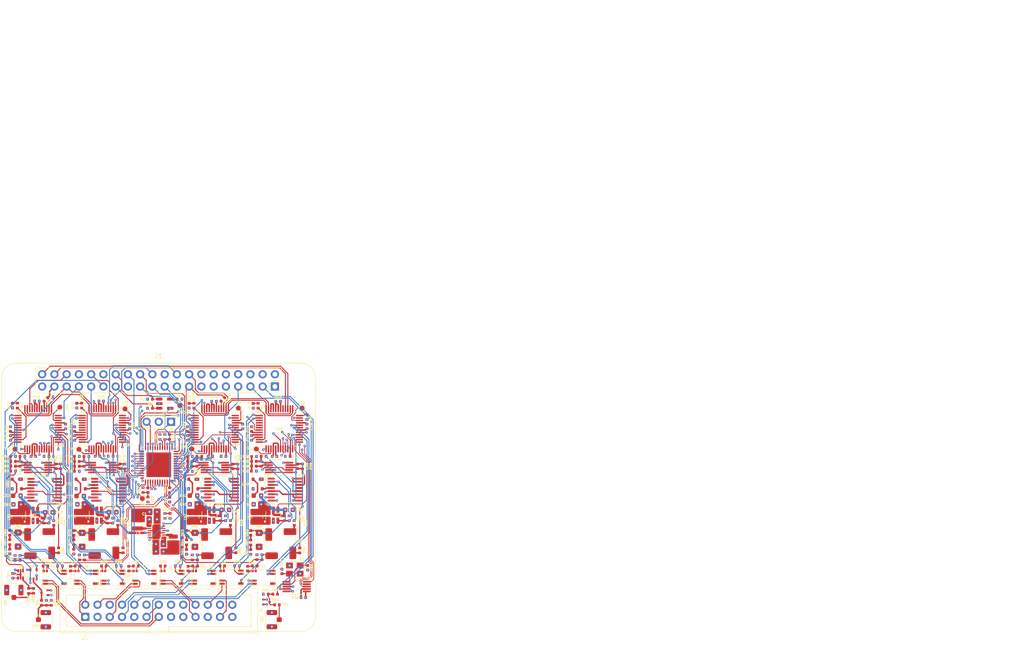
<source format=kicad_pcb>
(kicad_pcb (version 20241229) (generator "pcbnew") (generator_version "9.0")
  (layers (0 "F.Cu" signal) (4 "In1.Cu" signal) (6 "In2.Cu" signal) (8 "In3.Cu" signal) (10 "In4.Cu" signal) (2 "B.Cu" signal) (13 "F.Paste" user) (15 "B.Paste" user) (5 "F.SilkS" user "F.Silkscreen") (7 "B.SilkS" user "B.Silkscreen") (1 "F.Mask" user) (3 "B.Mask" user) (25 "Edge.Cuts" user))
  (net 0 "")
  (net 1 "GNDD")
  (net 2 "+3.3V")
  (net 3 "+5V")
  (net 4 "+1V8")
  (net 5 "/MCLK")
  (net 6 "Net-(T5-OUT2A)")
  (net 7 "/BLS")
  (net 8 "/IN5")
  (net 9 "+3.3VP")
  (net 10 "/~{CSA}")
  (net 11 "/SCLK")
  (net 12 "/MOSI")
  (net 13 "/MISO")
  (net 14 "/~{INTA}")
  (net 15 "/~{RESET}")
  (net 16 "Net-(C90-Pad2)")
  (net 17 "/~{CSB}")
  (net 18 "/~{INTB}")
  (net 19 "/~{REQ}{slash}~{ISP}")
  (net 20 "/SWCLK")
  (net 21 "/SWDIO")
  (net 22 "/UCKA")
  (net 23 "/UBTA")
  (net 24 "/UCKB")
  (net 25 "/UBTB")
  (net 26 "/PHOA")
  (net 27 "/IN4")
  (net 28 "/ENA")
  (net 29 "Net-(U4-LX1)")
  (net 30 "Net-(U4-LX2)")
  (net 31 "Net-(T5-OUT1B)")
  (net 32 "Net-(U10-~{LOCK})")
  (net 33 "Net-(U10-AESOUT)")
  (net 34 "/SYNCA")
  (net 35 "/~{CSC}")
  (net 36 "/~{CSD}")
  (net 37 "/MODC")
  (net 38 "/MODD")
  (net 39 "/SDA")
  (net 40 "/SCL")
  (net 41 "/UCKC")
  (net 42 "/MODB")
  (net 43 "/UCKD")
  (net 44 "/P2H")
  (net 45 "/H2P")
  (net 46 "/UBTC")
  (net 47 "/MODA")
  (net 48 "/UBTD")
  (net 49 "/PVA")
  (net 50 "/PVB")
  (net 51 "/LED")
  (net 52 "/PVC")
  (net 53 "/WCLK")
  (net 54 "/PVD")
  (net 55 "Net-(T1-OUT1B)")
  (net 56 "Net-(T5-OUT2B)")
  (net 57 "Net-(T5-OUT1A)")
  (net 60 "/X4+")
  (net 61 "/X4-")
  (net 62 "/X3+")
  (net 63 "/X3-")
  (net 64 "/X2+")
  (net 65 "/X2-")
  (net 66 "/X1+")
  (net 67 "/X1-")
  (net 68 "/R4+")
  (net 69 "/R4-")
  (net 70 "/R3+")
  (net 71 "/R3-")
  (net 72 "/R2+")
  (net 73 "/R2-")
  (net 74 "/R1+")
  (net 75 "/R1-")
  (net 76 "Net-(U10-MUTE)")
  (net 78 "Net-(U10-SDINB)")
  (net 80 "Net-(U20-SDINB)")
  (net 84 "/BCK")
  (net 85 "/OUT3")
  (net 86 "/IN1")
  (net 87 "/OUT1")
  (net 88 "/IN2")
  (net 89 "/OUT2")
  (net 90 "/IN3")
  (net 91 "/IN0")
  (net 92 "/OUT0")
  (net 93 "/LR")
  (net 95 "/M3A")
  (net 96 "/SLA")
  (net 97 "/FBA")
  (net 98 "/SRA")
  (net 99 "/CTLA")
  (net 100 "Net-(D12-A)")
  (net 101 "/~{WIEN}")
  (net 102 "Net-(J1-ID_SD{slash}GPIO0)")
  (net 103 "Net-(J1-ID_SC{slash}GPIO1)")
  (net 104 "Net-(U5-A)")
  (net 107 "Net-(U3-WP)")
  (net 108 "Net-(T1-OUT2A)")
  (net 109 "Net-(C11-Pad2)")
  (net 110 "Net-(T2-OUT1B)")
  (net 111 "Net-(T2-OUT2A)")
  (net 112 "Net-(C21-Pad2)")
  (net 113 "Net-(T6-OUT2A)")
  (net 114 "Net-(T3-OUT2A)")
  (net 115 "Net-(T3-OUT1B)")
  (net 116 "Net-(C31-Pad2)")
  (net 117 "Net-(T7-OUT2A)")
  (net 118 "Net-(T4-OUT1B)")
  (net 119 "Net-(T4-OUT2A)")
  (net 120 "Net-(C41-Pad2)")
  (net 121 "Net-(T8-OUT2A)")
  (net 122 "Net-(U52-G)")
  (net 123 "Net-(C55-Pad1)")
  (net 124 "Net-(U53A--)")
  (net 125 "Net-(C59-Pad1)")
  (net 126 "Net-(U63A--)")
  (net 127 "Net-(U62-G)")
  (net 128 "Net-(U73A--)")
  (net 129 "Net-(U72-G)")
  (net 130 "Net-(U83A--)")
  (net 131 "Net-(U82-G)")
  (net 132 "Net-(D22-A)")
  (net 133 "Net-(D32-A)")
  (net 134 "Net-(D42-A)")
  (net 135 "Net-(L50-Pad4)")
  (net 136 "Net-(U51-SW)")
  (net 137 "Net-(L60-Pad4)")
  (net 138 "Net-(U61-SW)")
  (net 139 "Net-(L70-Pad4)")
  (net 140 "Net-(U71-SW)")
  (net 141 "Net-(L80-Pad4)")
  (net 142 "Net-(U81-SW)")
  (net 143 "Net-(T6-OUT1B)")
  (net 144 "Net-(T7-OUT1B)")
  (net 145 "Net-(T8-OUT1B)")
  (net 146 "Net-(T6-OUT2B)")
  (net 148 "Net-(T6-OUT1A)")
  (net 150 "Net-(T7-OUT1A)")
  (net 151 "Net-(T7-OUT2B)")
  (net 153 "Net-(T8-OUT1A)")
  (net 154 "Net-(T8-OUT2B)")
  (net 163 "Net-(U20-~{LOCK})")
  (net 164 "Net-(U20-MUTE)")
  (net 165 "Net-(U30-~{LOCK})")
  (net 166 "Net-(U30-MUTE)")
  (net 167 "Net-(U40-~{LOCK})")
  (net 168 "Net-(U40-MUTE)")
  (net 184 "Net-(C50-Pad1)")
  (net 185 "Net-(C50-Pad2)")
  (net 186 "Net-(D52-A1)")
  (net 187 "Net-(C60-Pad2)")
  (net 188 "Net-(C60-Pad1)")
  (net 189 "Net-(D62-A1)")
  (net 190 "Net-(C65-Pad1)")
  (net 191 "Net-(C69-Pad1)")
  (net 192 "/SRB")
  (net 193 "Net-(C70-Pad1)")
  (net 194 "Net-(C70-Pad2)")
  (net 195 "Net-(D72-A1)")
  (net 196 "Net-(C75-Pad1)")
  (net 197 "/SRC")
  (net 198 "Net-(C79-Pad1)")
  (net 199 "Net-(C80-Pad1)")
  (net 200 "Net-(C80-Pad2)")
  (net 201 "Net-(D82-A1)")
  (net 202 "Net-(C85-Pad1)")
  (net 203 "Net-(C89-Pad1)")
  (net 204 "/SRD")
  (net 205 "Net-(D53-A)")
  (net 206 "Net-(D54-A)")
  (net 207 "Net-(D63-A)")
  (net 208 "Net-(D64-A)")
  (net 209 "Net-(D73-A)")
  (net 210 "Net-(D74-A)")
  (net 211 "Net-(D83-A)")
  (net 212 "Net-(D84-A)")
  (net 213 "/PHOB")
  (net 214 "/PHOC")
  (net 215 "/FBB")
  (net 216 "/SYNCB")
  (net 217 "/SLB")
  (net 218 "/FBC")
  (net 219 "/SYNCC")
  (net 220 "/SLC")
  (net 221 "/FBD")
  (net 222 "/SYNCD")
  (net 223 "/SLD")
  (net 224 "/MID")
  (net 225 "/M3B")
  (net 226 "/CTLB")
  (net 227 "/ENB")
  (net 228 "/CTLC")
  (net 229 "/M3C")
  (net 230 "/ENC")
  (net 231 "/CTLD")
  (net 232 "/M3D")
  (net 233 "/END")
  (net 234 "Net-(T1-OUT2B)")
  (net 235 "Net-(T1-OUT1A)")
  (net 236 "Net-(T2-OUT1A)")
  (net 237 "Net-(T2-OUT2B)")
  (net 238 "Net-(T3-OUT1A)")
  (net 239 "Net-(T3-OUT2B)")
  (net 240 "Net-(T4-OUT2B)")
  (net 241 "Net-(T4-OUT1A)")
  (net 242 "/AESB")
  (net 243 "/AESC")
  (net 244 "/~{INTC}")
  (net 245 "/AESD")
  (net 246 "/~{INTD}")
  (net 247 "/ACLK")
  (net 248 "/RCLK")
  (net 249 "Net-(U2-XTO)")
  (net 250 "Net-(U2-XTI{slash}REF_CLK)")
  (net 251 "Net-(D91-A)")
  (net 252 "Net-(D93-A)")
  (net 253 "Net-(J93-In)")
  (net 254 "Net-(U10-RX4-)")
  (net 255 "Net-(U20-RX4-)")
  (net 256 "Net-(U30-RX4-)")
  (net 257 "Net-(U40-RX4-)")
  (net 258 "Net-(U20-SDOUTA)")
  (net 259 "Net-(U40-SDOUTA)")
  (net 260 "/SDO2")
  (net 261 "Net-(D94-A)")
  (net 262 "Net-(J94-In)")
  (net 263 "Net-(J98-In)")
  (net 264 "/PHOD")
  (net 265 "Net-(U1-PIO0_9)")
  (net 266 "Net-(U1-PIO0_8)")
  (footprint "Resistor_SMD:R_0402_1005Metric" (layer "F.Cu") (at 79.675 117.75 90)
    (property "Reference" "R89")
    (property "Value" "15k")
  )
  (footprint "AES42HAT:Transformer_Wuerth_74930030" (layer "F.Cu") (at 90.5 140.775)
    (property "Reference" "T3")
    (property "Value" "74930030")
  )
  (footprint "Resistor_SMD:R_0402_1005Metric" (layer "F.Cu") (at 96.725 122.675 -90)
    (property "Reference" "R92")
    (property "Value" "3k9")
  )
  (footprint "Capacitor_SMD:C_0402_1005Metric" (layer "F.Cu") (at 93.775 138.975 90)
    (property "Reference" "C31")
    (property "Value" "0µ1")
  )
  (footprint "Resistor_SMD:R_0402_1005Metric" (layer "F.Cu") (at 127.05 128.525 -90)
    (property "Reference" "R51")
    (property "Value" "59k")
  )
  (footprint "Inductor_SMD:L_Wuerth_MAPI-2512" (layer "F.Cu") (at 95.625 129.675 90)
    (property "Reference" "L3")
    (property "Value" "4µ7")
  )
  (footprint "Resistor_SMD:R_0402_1005Metric" (layer "F.Cu") (at 119.05 133.55 -90)
    (property "Reference" "R54")
    (property "Value" "2k2")
  )
  (footprint "Resistor_SMD:R_0402_1005Metric" (layer "F.Cu") (at 101.25 111.65 -90)
    (property "Reference" "R4")
    (property "Value" "3k9")
  )
  (footprint "TestPoint:TestPoint_Pad_D1.0mm" (layer "F.Cu") (at 106.85 114.15)
    (property "Reference" "TP6")
    (property "Value" "RDYB")
  )
  (footprint "Resistor_SMD:R_0402_1005Metric" (layer "F.Cu") (at 102.25 122.7 90)
    (property "Reference" "R91")
    (property "Value" "470R")
  )
  (footprint "Capacitor_SMD:C_0402_1005Metric" (layer "F.Cu") (at 110.7 115.675 180)
    (property "Reference" "C22" (hide yes))
    (property "Value" "100n")
  )
  (footprint "Diode_SMD:D_0402_1005Metric" (layer "F.Cu") (at 119.05 131.575 -90)
    (property "Reference" "D53")
    (property "Value" "BZX884B5V1L")
  )
  (footprint "Capacitor_SMD:C_0402_1005Metric" (layer "F.Cu") (at 128.775 117.75 -90)
    (property "Reference" "C59")
    (property "Value" "10p")
  )
  (footprint "Capacitor_SMD:C_0402_1005Metric" (layer "F.Cu") (at 117.4 109.475 -90)
    (property "Reference" "C25")
    (property "Value" "100n")
  )
  (footprint "Resistor_SMD:R_0402_1005Metric" (layer "F.Cu") (at 83.175 138.43 180)
    (property "Reference" "R41")
    (property "Value" "100R")
  )
  (footprint "Resistor_SMD:R_0402_1005Metric" (layer "F.Cu") (at 129.8 117.75 90)
    (property "Reference" "R59")
    (property "Value" "15k")
  )
  (footprint "Connector_IDC:IDC-Header_2x13_P2.54mm_Vertical" (layer "F.Cu") (at 84.76 149 90)
    (property "Reference" "J2")
    (property "Value" "Conn_02x13_Odd_Even")
  )
  (footprint "Capacitor_SMD:C_0603_1608Metric" (layer "F.Cu") (at 83.9 125.625 180)
    (property "Reference" "C71")
    (property "Value" "4µ7/10V")
  )
  (footprint "Capacitor_SMD:C_0402_1005Metric" (layer "F.Cu") (at 124.5 146.475)
    (property "Reference" "C93")
    (property "Value" "1n")
  )
  (footprint "Capacitor_SMD:C_0402_1005Metric" (layer "F.Cu") (at 83.025 116.725)
    (property "Reference" "C75")
    (property "Value" "1n5")
  )
  (footprint "Resistor_SMD:R_0402_1005Metric" (layer "F.Cu") (at 101.275 128.035 -90)
    (property "Reference" "R8")
    (property "Value" "680k")
  )
  (footprint "Package_SO:TSSOP-16_4.4x5mm_P0.65mm" (layer "F.Cu") (at 126.1625 122.575)
    (property "Reference" "U50")
    (property "Value" "74HCT4053")
  )
  (footprint "Resistor_SMD:R_0402_1005Metric" (layer "F.Cu") (at 90.45 129.025 -90)
    (property "Reference" "R71")
    (property "Value" "59k")
  )
  (footprint "Resistor_SMD:R_0402_1005Metric" (layer "F.Cu") (at 98.175 103.8)
    (property "Reference" "R2")
    (property "Value" "3k9")
  )
  (footprint "Package_SO:MSOP-10_3x3mm_P0.5mm" (layer "F.Cu") (at 124.95 118)
    (property "Reference" "U53")
    (property "Value" "TLV9052S")
  )
  (footprint "Resistor_SMD:R_0402_1005Metric" (layer "F.Cu") (at 107.9 117.225 -90)
    (property "Reference" "R67" (hide yes))
    (property "Value" "6k2")
  )
  (footprint "Resistor_SMD:R_0402_1005Metric" (layer "F.Cu") (at 120.6 105.175 -90)
    (property "Reference" "R12")
    (property "Value" "470R")
  )
  (footprint "Capacitor_SMD:C_0402_1005Metric" (layer "F.Cu") (at 130.875 138.8 -90)
    (property "Reference" "C92")
    (property "Value" "10p")
  )
  (footprint "Resistor_SMD:R_0402_1005Metric" (layer "F.Cu") (at 92.6 135.175 90)
    (property "Reference" "R70")
    (property "Value" "100R")
  )
  (footprint "Capacitor_SMD:C_0402_1005Metric" (layer "F.Cu") (at 119.725 116.725)
    (property "Reference" "C55")
    (property "Value" "1n5")
  )
  (footprint "Resistor_SMD:R_0402_1005Metric" (layer "F.Cu") (at 107.55 138.425 180)
    (property "Reference" "R21")
    (property "Value" "100R")
  )
  (footprint "Package_SO:TSSOP-16_4.4x5mm_P0.65mm" (layer "F.Cu") (at 76.35 122.625)
    (property "Reference" "U80")
    (property "Value" "74HCT4053")
  )
  (footprint "AES42HAT:Transformer_Wuerth_74930030" (layer "F.Cu") (at 102.775 140.775)
    (property "Reference" "T2")
    (property "Value" "74930030")
  )
  (footprint "Resistor_SMD:R_0402_1005Metric" (layer "F.Cu") (at 79.225 135.175 90)
    (property "Reference" "R80")
    (property "Value" "100R")
  )
  (footprint "Resistor_SMD:R_0402_1005Metric" (layer "F.Cu") (at 71.25 136.75 -90)
    (property "Reference" "R83" (hide yes))
    (property "Value" "48k7")
  )
  (footprint "Resistor_SMD:R_0402_1005Metric" (layer "F.Cu") (at 74.025 143.59 -90)
    (property "Reference" "R98")
    (property "Value" "150R")
  )
  (footprint "Capacitor_SMD:C_0402_1005Metric" (layer "F.Cu") (at 105.95 111.875 -90)
    (property "Reference" "C24")
    (property "Value" "100n")
  )
  (footprint "Package_TO_SOT_SMD:SOT-523" (layer "F.Cu") (at 122.325 145.9)
    (property "Reference" "D93")
    (property "Value" "BAV99T")
  )
  (footprint "Capacitor_SMD:C_0402_1005Metric" (layer "F.Cu") (at 91.5 129.5 -90)
    (property "Reference" "C70")
    (property "Value" "1µ")
  )
  (footprint "Capacitor_SMD:C_0603_1608Metric" (layer "F.Cu") (at 120.45 123.825 180)
    (property "Reference" "C53")
    (property "Value" "1µ5")
  )
  (footprint "Capacitor_SMD:C_0402_1005Metric" (layer "F.Cu") (at 80.675 109.475 -90)
    (property "Reference" "C44")
    (property "Value" "100n")
  )
  (footprint "Capacitor_SMD:C_0603_1608Metric" (layer "F.Cu") (at 90.45 127.25)
    (property "Reference" "C72")
    (property "Value" "2µ2")
  )
  (footprint "LED_SMD:LED_0402_1005Metric" (layer "F.Cu") (at 69.675 105.15 90)
    (property "Reference" "D42")
    (property "Value" "Red")
  )
  (footprint "TestPoint:TestPoint_Pad_D1.0mm" (layer "F.Cu") (at 79.5 105.475)
    (property "Reference" "TP4")
    (property "Value" "AESD")
  )
  (footprint "Resistor_SMD:R_0402_1005Metric" (layer "F.Cu") (at 95.25 138.425 180)
    (property "Reference" "R31")
    (property "Value" "100R")
  )
  (footprint "Capacitor_SMD:C_0402_1005Metric" (layer "F.Cu") (at 69.25 110.025 90)
    (property "Reference" "C46")
    (property "Value" "100n")
  )
  (footprint "AES42HAT:Transformer_Wuerth_74930030" (layer "F.Cu") (at 121.69 140.775)
    (property "Reference" "T5")
    (property "Value" "74930030")
  )
  (footprint "AES42HAT:Transformer_Wuerth_74930030" (layer "F.Cu") (at 84.95 140.775)
    (property "Reference" "T8")
    (property "Value" "74930030")
  )
  (footprint "AES42HAT:Transformer_Wuerth_74930030" (layer "F.Cu") (at 109.319285 140.775)
    (property "Reference" "T6")
    (property "Value" "74930030")
  )
  (footprint "Resistor_SMD:R_0402_1005Metric" (layer "F.Cu") (at 83.55 136.65 90)
    (property "Reference" "R36" (hide yes))
    (property "Value" "12k")
  )
  (footprint "AES42HAT:Coupled_Choke_Wuerth_74488540250" (layer "F.Cu") (at 112 133.8 90)
    (property "Reference" "L60")
    (property "Value" "Würth 74488540250")
  )
  (footprint "Capacitor_SMD:C_0402_1005Metric" (layer "F.Cu") (at 69.725 140.475 90)
    (property "Reference" "C97")
    (property "Value" "100n")
  )
  (footprint "Resistor_SMD:R_0402_1005Metric" (layer "F.Cu") (at 84.6 136.65 -90)
    (property "Reference" "R73" (hide yes))
    (property "Value" "48k7")
  )
  (footprint "Capacitor_SMD:C_0603_1608Metric" (layer "F.Cu") (at 98.85 127.2)
    (property "Reference" "C3")
    (property "Value" "10µ/6V3")
  )
  (footprint "Resistor_SMD:R_0402_1005Metric" (layer "F.Cu") (at 76.725 115.675)
    (property "Reference" "R44" (hide yes))
    (property "Value" "3k9")
  )
  (footprint "Connector_Coaxial:U.FL_Hirose_U.FL-R-SMT-1_Vertical" (layer "F.Cu") (at 69.95 143.9 90)
    (property "Reference" "J98")
    (property "Value" "WCK Out")
  )
  (footprint "Resistor_SMD:R_0402_1005Metric" (layer "F.Cu") (at 126.725 115.675)
    (property "Reference" "R14")
    (property "Value" "3k9")
  )
  (footprint "Resistor_SMD:R_0402_1005Metric" (layer "F.Cu") (at 108.4 115.7 180)
    (property "Reference" "R68" (hide yes))
    (property "Value" "10k")
  )
  (footprint "Resistor_SMD:R_0402_1005Metric" (layer "F.Cu") (at 113.275 103.875 45)
    (property "Reference" "R25")
    (property "Value" "1k5")
  )
  (footprint "Capacitor_SMD:C_0402_1005Metric" (layer "F.Cu") (at 78.7 117.75 -90)
    (property "Reference" "C89")
    (property "Value" "10p")
  )
  (footprint "Capacitor_SMD:C_0603_1608Metric" (layer "F.Cu") (at 100.2 133.875 180)
    (property "Reference" "C2")
    (property "Value" "4µ7/10V")
  )
  (footprint "Resistor_SMD:R_0402_1005Metric" (layer "F.Cu") (at 119.725 118.75)
    (property "Reference" "R55")
    (property "Value" "4k7")
  )
  (footprint "Capacitor_SMD:C_0402_1005Metric" (layer "F.Cu") (at 69.8 117.725)
    (property "Reference" "C86")
    (property "Value" "1n")
  )
  (footprint "AES42HAT:Coupled_Choke_Wuerth_74488540250" (layer "F.Cu") (at 75.3 133.8 90)
    (property "Reference" "L80")
    (property "Value" "Würth 74488540250")
  )
  (footprint "Resistor_SMD:R_0402_1005Metric" (layer "F.Cu") (at 115.975 135.175 90)
    (property "Reference" "R60")
    (property "Value" "100R")
  )
  (footprint "Diode_SMD:D_0402_1005Metric" (layer "F.Cu") (at 105.75 131.575 -90)
    (property "Reference" "D63")
    (property "Value" "BZX884B5V1L")
  )
  (footprint "Capacitor_SMD:C_0402_1005Metric" (layer "F.Cu") (at 111.45 104.275 180)
    (property "Reference" "C23")
    (property "Value" "100n")
  )
  (footprint "TestPoint:TestPoint_Pad_D1.0mm" (layer "F.Cu") (at 70.2 114.175)
    (property "Reference" "TP8")
    (property "Value" "RDYD")
  )
  (footprint "LED_SMD:LED_0402_1005Metric" (layer "F.Cu") (at 119.574999 105.184999 90)
    (property "Reference" "D12")
    (property "Value" "Red")
  )
  (footprint "Capacitor_SMD:C_0402_1005Metric" (layer "F.Cu") (at 119.25 111.875 -90)
    (property "Reference" "C14")
    (property "Value" "100n")
  )
  (footprint "AES42HAT:Transformer_Wuerth_74930030" (layer "F.Cu") (at 115.075 140.75)
    (property "Reference" "T1")
    (property "Value" "74930030")
  )
  (footprint "Resistor_SMD:R_0402_1005Metric" (layer "F.Cu") (at 69.8 115.7 180)
    (property "Reference" "R86")
    (property "Value" "2k")
  )
  (footprint "Package_SO:TSSOP-16_4.4x5mm_P0.65mm" (layer "F.Cu") (at 113.025 122.6)
    (property "Reference" "U60")
    (property "Value" "74HCT4053")
  )
  (footprint "Resistor_SMD:R_0402_1005Metric" (layer "F.Cu") (at 103.941072 138.425)
    (property "Reference" "R20")
    (property "Value" "110R")
  )
  (footprint "Resistor_SMD:R_0402_1005Metric" (layer "F.Cu") (at 119.75 115.725 180)
    (property "Reference" "R56")
    (property "Value" "2k")
  )
  (footprint "Diode_SMD:D_SMF" (layer "F.Cu") (at 70.825 132.95 -90)
    (property "Reference" "D82")
    (property "Value" "SMF15A")
  )
  (footprint "Resistor_SMD:R_0402_1005Metric" (layer "F.Cu") (at 70.7 105.15 -90)
    (property "Reference" "R42")
    (property "Value" "470R")
  )
  (footprint "Resistor_SMD:R_0402_1005Metric" (layer "F.Cu") (at 97.75 124.634999 -90)
    (property "Reference" "R90")
    (property "Value" "3k9")
  )
  (footprint "Capacitor_SMD:C_0402_1005Metric" (layer "F.Cu") (at 106.445 116.725)
    (property "Reference" "C65" (hide yes))
    (property "Value" "1n5")
  )
  (footprint "Resistor_SMD:R_0402_1005Metric" (layer "F.Cu") (at 126 128.525 90)
    (property "Reference" "R52")
    (property "Value" "680k")
  )
  (footprint "Package_SO:MSOP-10_3x3mm_P0.5mm" (layer "F.Cu") (at 88.3 118)
    (property "Reference" "U73")
    (property "Value" "TLV9052S")
  )
  (footprint "AES42HAT:Coupled_Choke_Wuerth_74488540250" (layer "F.Cu") (at 88.6 133.8 90)
    (property "Reference" "L70")
    (property "Value" "Würth 74488540250")
  )
  (footprint "Capacitor_SMD:C_0402_1005Metric" (layer "F.Cu") (at 106.445 117.775)
    (property "Reference" "C66" (hide yes))
    (property "Value" "1n")
  )
  (footprint "Package_DFN_QFN:WDFN-12-1EP_3x3mm_P0.45mm_EP1.7x2.5mm" (layer "F.Cu") (at 99.525 131.325 180)
    (property "Reference" "U4")
    (property "Value" "PAM2306AYPKE")
  )
  (footprint "Capacitor_SMD:C_0402_1005Metric" (layer "F.Cu") (at 124 115.675 180)
    (property "Reference" "C12" (hide yes))
    (property "Value" "100n")
  )
  (footprint "Package_TO_SOT_SMD:SOT-23-6" (layer "F.Cu") (at 87.15 127.875 90)
    (property "Reference" "U71")
    (property "Value" "TLV61046ADB")
  )
  (footprint "Capacitor_SMD:C_0603_1608Metric" (layer "F.Cu") (at 107.2 125.625 180)
    (property "Reference" "C61")
    (property "Value" "4µ7/10V")
  )
  (footprint "Resistor_SMD:R_0402_1005Metric" (layer "F.Cu") (at 70.2 136.75 90)
    (property "Reference" "R46")
    (property "Value" "12k")
  )
  (footprint "Capacitor_SMD:C_0402_1005Metric" (layer "F.Cu") (at 125.525 139.55 -90)
    (property "Reference" "C91")
    (property "Value" "10p")
  )
  (footprint "Resistor_SMD:R_0402_1005Metric" (layer "F.Cu") (at 75.7 146.075 -90)
    (property "Reference" "R94")
    (property "Value" "1k5")
  )
  (footprint "Diode_SMD:D_SMF" (layer "F.Cu") (at 120.8 133 -90)
    (property "Reference" "D52")
    (property "Value" "SMF15A")
  )
  (footprint "Capacitor_SMD:C_0402_1005Metric" (layer "F.Cu") (at 124.75 104.275 180)
    (property "Reference" "C13")
    (property "Value" "100n")
  )
  (footprint "Inductor_SMD:L_Wuerth_MAPI-2512" (layer "F.Cu") (at 83.875 128.2 -90)
    (property "Reference" "L71")
    (property "Value" "10µ")
  )
  (footprint "Resistor_SMD:R_0402_1005Metric" (layer "F.Cu") (at 116.220358 138.4)
    (property "Reference" "R10")
    (property "Value" "110R")
  )
  (footprint "Resistor_SMD:R_0402_1005Metric" (layer "F.Cu") (at 83.025 118.775)
    (property "Reference" "R75")
    (property "Value" "4k7")
  )
  (footprint "LED_SMD:LED_0402_1005Metric" (layer "F.Cu") (at 69.1 135.425 90)
    (property "Reference" "D84")
    (property "Value" "Yellow")
  )
  (footprint "Package_TO_SOT_SMD:SOT-143" (layer "F.Cu") (at 120.5 121.425 -90)
    (property "Reference" "U52")
    (property "Value" "MIC4417")
  )
  (footprint "Capacitor_SMD:C_0603_1608Metric" (layer "F.Cu") (at 113.8 126.775)
    (property "Reference" "C62")
    (property "Value" "2µ2")
  )
  (footprint "Package_QFP:TQFP-48_7x7mm_P0.5mm" (layer "F.Cu") (at 75 109.975)
    (property "Reference" "U40")
    (property "Value" "SRC4392xPFB")
  )
  (footprint "Resistor_SMD:R_0402_1005Metric" (layer "F.Cu") (at 82.375 133.525 -90)
    (property "Reference" "R74")
    (property "Value" "2k2")
  )
  (footprint "Capacitor_SMD:C_0402_1005Metric" (layer "F.Cu") (at 119.25 110.025 90)
    (property "Reference" "C16")
    (property "Value" "100n")
  )
  (footprint "Resistor_SMD:R_0402_1005Metric" (layer "F.Cu") (at 71.225 117.225 -90)
    (property "Reference" "R87")
    (property "Value" "6k2")
  )
  (footprint "Resistor_SMD:R_0402_1005Metric" (layer "F.Cu") (at 77.225 129.025 -90)
    (property "Reference" "R81")
    (property "Value" "59k")
  )
  (footprint "Capacitor_SMD:C_0402_1005Metric" (layer "F.Cu") (at 76.5 138.425 180)
    (property "Reference" "C40")
    (property "Value" "100n")
  )
  (footprint "Resistor_SMD:R_0402_1005Metric" (layer "F.Cu") (at 113.85 128.525 -90)
    (property "Reference" "R61")
    (property "Value" "59k")
  )
  (footprint "Resistor_SMD:R_0402_1005Metric" (layer "F.Cu") (at 98.175 105.7)
    (property "Reference" "R1")
    (property "Value" "3k9")
  )
  (footprint "LED_SMD:LED_0402_1005Metric" (layer "F.Cu") (at 106.275 105.175 90)
    (property "Reference" "D22")
    (property "Value" "Red")
  )
  (footprint "TestPoint:TestPoint_Pad_D1.0mm" (layer "F.Cu") (at 120.225 114.15)
    (property "Reference" "TP5")
    (property "Value" "RDYA")
  )
  (footprint "Capacitor_SMD:C_0402_1005Metric" (layer "F.Cu") (at 82.55 111.875 -90)
    (property "Reference" "C34")
    (property "Value" "100n")
  )
  (footprint "Capacitor_SMD:C_0402_1005Metric" (layer "F.Cu") (at 118.425 138.975 90)
    (property "Reference" "C11")
    (property "Value" "0µ1")
  )
  (footprint "Resistor_SMD:R_0402_1005Metric" (layer "F.Cu") (at 102.2 111.65 -90)
    (property "Reference" "R15")
    (property "Value" "DNP")
  )
  (footprint "Inductor_SMD:L_Wuerth_MAPI-2512" (layer "F.Cu") (at 120.45 128.2 -90)
    (property "Reference" "L51")
    (property "Value" "10µ")
  )
  (footprint "TestPoint:TestPoint_Pad_D1.0mm" (layer "F.Cu") (at 83.45 114.225)
    (property "Reference" "TP7")
    (property "Value" "RDYC")
  )
  (footprint "Resistor_SMD:R_0402_1005Metric" (layer "F.Cu") (at 79.525 138.425)
    (property "Reference" "R40")
    (property "Value" "110R")
  )
  (footprint "LED_SMD:LED_0402_1005Metric" (layer "F.Cu") (at 119.05 135.525 90)
    (property "Reference" "D54")
    (property "Value" "Yellow")
  )
  (footprint "Capacitor_SMD:C_0603_1608Metric" (layer "F.Cu") (at 98.85 128.75)
    (property "Reference" "C1")
    (property "Value" "4µ7/10V")
  )
  (footprint "Resistor_SMD:R_0402_1005Metric" (layer "F.Cu") (at 85 115.7 180)
    (property "Reference" "R78" (hide yes))
    (property "Value" "10k")
  )
  (footprint "Capacitor_SMD:C_0402_1005Metric" (layer "F.Cu") (at 129.975 144.975 180)
    (property "Reference" "C96")
    (property "Value" "100n")
  )
  (footprint "Capacitor_SMD:C_0402_1005Metric" (layer "F.Cu") (at 87.3 115.65 180)
    (property "Reference" "C32" (hide yes))
    (property "Value" "100n")
  )
  (footprint "LED_SMD:LED_0402_1005Metric" (layer "F.Cu") (at 82.375 135.45 90)
    (property "Reference" "D74")
    (property "Value" "Yellow")
  )
  (footprint "Resistor_SMD:R_0402_1005Metric" (layer "F.Cu") (at 108 136.65 -90)
    (property "Reference" "R63" (hide yes))
    (property "Value" "48k7")
  )
  (footprint "Capacitor_SMD:C_0402_1005Metric" (layer "F.Cu") (at 91.95 117.75 -90)
    (property "Reference" "C79")
    (property "Value" "10p")
  )
  (footprint "Package_QFP:TQFP-48_7x7mm_P0.5mm" (layer "F.Cu") (at 125 109.975)
    (property "Reference" "U10")
    (property "Value" "SRC4392xPFB")
  )
  (footprint "Capacitor_SMD:C_0402_1005Metric" (layer "F.Cu") (at 82.55 110.025 90)
    (property "Reference" "C36")
    (property "Value" "100n")
  )
  (footprint "Resistor_SMD:R_0402_1005Metric" (layer "F.Cu") (at 105.75 133.525 -90)
    (property "Reference" "R64")
    (property "Value" "2k2")
  )
  (footprint "Resistor_SMD:R_0402_1005Metric" (layer "F.Cu") (at 89.375 129.025 90)
    (property "Reference" "R72")
    (property "Value" "680k")
  )
  (footprint "Resistor_SMD:R_0402_1005Metric" (layer "F.Cu") (at 121.725 115.675 180)
    (property "Reference" "R58" (hide yes))
    (property "Value" "10k")
  )
  (footprint "Resistor_SMD:R_0402_1005Metric" (layer "F.Cu") (at 83.025 115.7 180)
    (property "Reference" "R76")
    (property "Value" "2k")
  )
  (footprint "Capacitor_SMD:C_0603_1608Metric" (layer "F.Cu") (at 120.45 125.625 180)
    (property "Reference" "C51")
    (property "Value" "4µ7/10V")
  )
  (footprint "Package_TO_SOT_SMD:SOT-563" (layer "F.Cu") (at 71.35 140.175 90)
    (property "Reference" "U5")
    (property "Value" "SN74LVC1T45DRL")
  )
  (footprint "Resistor_SMD:R_0402_1005Metric" (layer "F.Cu") (at 119.925 138.4 180)
    (property "Reference" "R11")
    (property "Value" "100R")
  )
  (footprint "Package_TO_SOT_SMD:SOT-143" (layer "F.Cu") (at 107.15 121.425 -90)
    (property "Reference" "U62")
    (property "Value" "MIC4417")
  )
  (footprint "Package_TO_SOT_SMD:SOT-23-5" (layer "F.Cu") (at 101.2375 104.75)
    (property "Reference" "U3")
    (property "Value" "AT24CS32-STUM")
  )
  (footprint "Resistor_SMD:R_0402_1005Metric" (layer "F.Cu") (at 112.8 128.525 90)
    (property "Reference" "R62")
    (property "Value" "680k")
  )
  (footprint "Capacitor_SMD:C_0402_1005Metric" (layer "F.Cu") (at 69.8 116.725)
    (property "Reference" "C85")
    (property "Value" "1n5")
  )
  (footprint "Diode_SMD:D_SMF" (layer "F.Cu") (at 84.1 133 -90)
    (property "Reference" "D72")
    (property "Value" "SMF15A")
  )
  (footprint "LED_SMD:LED_0402_1005Metric" (layer "F.Cu") (at 105.75 135.5 90)
    (property "Reference" "D64")
    (property "Value" "Yellow")
  )
  (footprint "Capacitor_SMD:C_0603_1608Metric" (layer "F.Cu") (at 70.6375 125.65 180)
    (property "Reference" "C81")
    (property "Value" "4µ7/10V")
  )
  (footprint "Capacitor_SMD:C_0603_1608Metric" (layer "F.Cu") (at 70.575 123.85 180)
    (property "Reference" "C83")
    (property "Value" "1µ5")
  )
  (footprint "TestPoint:TestPoint_Pad_D1.0mm" (layer "F.Cu") (at 96.6 124.45)
    (property "Reference" "TP9")
    (property "Value" "XO")
  )
  (footprint "Resistor_SMD:R_0402_1005Metric" (layer "F.Cu") (at 106.45 115.7 180)
    (property "Reference" "R66" (hide yes))
    (property "Value" "2k")
  )
  (footprint "Resistor_SMD:R_0402_1005Metric" (layer "F.Cu") (at 106.95 136.65 90)
    (property "Reference" "R26" (hide yes))
    (property "Value" "12k")
  )
  (footprint "Resistor_SMD:R_0402_1005Metric" (layer "F.Cu") (at 69.8 118.725)
    (property "Reference" "R85")
    (property "Value" "4k7")
  )
  (footprint "Package_TO_SOT_SMD:SOT-143" (layer "F.Cu") (at 70.5875 121.425 -90)
    (property "Reference" "U82")
    (property "Value" "MIC4417")
  )
  (footprint "Capacitor_SMD:C_0603_1608Metric" (layer "F.Cu") (at 107.2 123.825 180)
    (property "Reference" "C63")
    (property "Value" "1µ5")
  )
  (footprint "Inductor_SMD:L_Wuerth_MAPI-2512" (layer "F.Cu") (at 107.225 128.2 -90)
    (property "Reference" "L61")
    (property "Value" "10µ")
  )
  (footprint "Capacitor_SMD:C_0402_1005Metric" (layer "F.Cu") (at 115.35 117.775 -90)
    (property "Reference" "C69")
    (property "Value" "10p")
  )
  (footprint "Resistor_SMD:R_0402_1005Metric" (layer "F.Cu") (at 71.725 115.7 180)
    (property "Reference" "R88" (hide yes))
    (property "Value" "10k")
  )
  (footprint "TestPoint:TestPoint_Pad_D1.0mm" (layer "F.Cu") (at 129.7 105.675 -90)
    (property "Reference" "TP1")
    (property "Value" "AESA")
  )
  (footprint "Capacitor_SMD:C_0402_1005Metric" (layer "F.Cu") (at 74.75 104.225 180)
    (property "Reference" "C43")
    (property "Value" "100n")
  )
  (footprint "Package_SO:MSOP-10_3x3mm_P0.5mm" (layer "F.Cu") (at 74.95 118)
    (property "Reference" "U83")
    (property "Value" "TLV9052S")
  )
  (footprint "Resistor_SMD:R_0402_1005Metric" (layer "F.Cu") (at 84.5 117.25 -90)
    (property "Reference" "R77" (hide yes))
    (property "Value" "6k2")
  )
  (footprint "Capacitor_SMD:C_0402_1005Metric" (layer "F.Cu") (at 74 115.675 180)
    (property "Reference" "C42" (hide yes))
    (property "Value" "100n")
  )
  (footprint "AES42HAT:Coupled_Choke_Wuerth_74488540250" (layer "F.Cu") (at 125.3 133.8 90)
    (property "Reference" "L50")
    (property "Value" "Würth 74488540250")
  )
  (footprint "Capacitor_SMD:C_0402_1005Metric" (layer "F.Cu") (at 105.95 110.025 90)
    (property "Reference" "C26")
    (property "Value" "100n")
  )
  (footprint "Capacitor_SMD:C_0402_1005Metric" (layer "F.Cu") (at 81.7 138.98 90)
    (property "Reference" "C41")
    (property "Value" "0µ1")
  )
  (footprint "Resistor_SMD:R_0402_1005Metric" (layer "F.Cu") (at 102.325 128.035 90)
    (property "Reference" "R9")
    (property "Value" "680k")
  )
  (footprint "AES42HAT:Transformer_Wuerth_74930030" (layer "F.Cu") (at 78.4 140.775)
    (property "Reference" "T4")
    (property "Value" "74930030")
  )
  (footprint "Capacitor_SMD:C_0402_1005Metric" (layer "F.Cu") (at 100.841072 138.425 180)
    (property "Reference" "C20")
    (property "Value" "100n")
  )
  (footprint "Crystal:Crystal_SMD_3225-4Pin_3.2x2.5mm" (layer "F.Cu") (at 128.2 139.175 180)
    (property "Reference" "Y1")
    (property "Value" "10 MHz")
  )
  (footprint "Resistor_SMD:R_0402_1005Metric" (layer "F.Cu") (at 120.35 136.6 90)
    (property "Reference" "R16" (hide yes))
    (property "Value" "12k")
  )
  (footprint "TestPoint:TestPoint_Pad_D1.0mm" (layer "F.Cu") (at 116.5 105.675)
    (property "Reference" "TP2")
    (property "Value" "AESB")
  )
  (footprint "Capacitor_SMD:C_0402_1005Metric" (layer "F.Cu") (at 97.75 122.7 -90)
    (property "Reference" "C90" (hide yes))
    (property "Value" "100p")
  )
  (footprint "Resistor_SMD:R_0402_1005Metric" (layer "F.Cu") (at 130.725 107.540001 -90)
    (property "Reference" "R17")
    (property "Value" "DNP")
  )
  (footprint "Capacitor_SMD:C_0603_1608Metric" (layer "F.Cu") (at 83.7125 123.925 180)
    (property "Reference" "C73")
    (property "Value" "1µ5")
  )
  (footprint "Resistor_SMD:R_0402_1005Metric" (layer "F.Cu") (at 107.3 105.175 -90)
    (property "Reference" "R22")
    (property "Value" "470R")
  )
  (footprint "local:Raspberry_Pi_HAT" (layer "F.Cu") (at 99.95 99.925 -90)
    (property "Reference" "J1")
    (property "Value" "Raspberry_Pi_2_3")
  )
  (footprint "Package_TO_SOT_SMD:SOT-143" (layer "F.Cu") (at 83.8125 121.425 -90)
    (property "Reference" "U72")
    (property "Value" "MIC4417")
  )
  (footprint "Resistor_SMD:R_0402_1005Metric" (layer "F.Cu") (at 77.7 146.075 -90)
    (property "Reference" "R96")
    (property "Value" "150R")
  )
  (footprint "Capacitor_SMD:C_0402_1005Metric" (layer "F.Cu") (at 124.13 144.275 180)
    (property "Reference" "C94")
    (property "Value" "2p")
  )
  (footprint "Resistor_SMD:R_0402_1005Metric" (layer "F.Cu") (at 121.225 117.225 -90)
    (property "Reference" "R57" (hide yes))
    (property "Value" "6k2")
  )
  (footprint "Resistor_SMD:R_0402_1005Metric" (layer "F.Cu") (at 76.7 146.075 -90)
    (property "Reference" "R97")
    (property "Value" "150R")
  )
  (footprint "Package_QFP:TQFP-48_7x7mm_P0.5mm" (layer "F.Cu") (at 88.3 109.975)
    (property "Reference" "U30")
    (property "Value" "SRC4392xPFB")
  )
  (footprint "Capacitor_SMD:C_0402_1005Metric" (layer "F.Cu") (at 114.85 129.5 -90)
    (property "Reference" "C60")
    (property "Value" "1µ")
  )
  (footprint "LED_SMD:LED_0402_1005Metric" (layer "F.Cu") (at 102.25 124.657501 90)
    (property "Reference" "D91")
    (property "Value" "Green")
  )
  (footprint "TestPoint:TestPoint_Pad_D1.0mm" (layer "F.Cu") (at 104.375 105.15)
    (property "Reference" "TP10")
    (property "Value" "WP")
  )
  (footprint "Capacitor_SMD:C_0402_1005Metric" (layer "F.Cu") (at 119.725 117.725)
    (property "Reference" "C56")
    (property "Value" "1n")
  )
  (footprint "Resistor_SMD:R_0402_1005Metric" (layer "F.Cu") (at 84.025 105.15 -90)
    (property "Reference" "R32")
    (property "Value" "470R")
  )
  (footprint "AES42HAT:Transformer_Wuerth_74930030" (layer "F.Cu") (at 97.025 140.775)
    (property "Reference" "T7")
    (property "Value" "74930030")
  )
  (footprint "Package_TO_SOT_SMD:SOT-23-6" (layer "F.Cu") (at 110.5 127.9 90)
    (property "Reference" "U61")
    (property "Value" "TLV61046ADB")
  )
  (footprint "Package_TO_SOT_SMD:SOT-23-6" (layer "F.Cu") (at 123.75 127.9 90)
    (property "Reference" "U51")
    (property "Value" "TLV61046ADB")
  )
  (footprint "TestPoint:TestPoint_Pad_D1.0mm" (layer "F.Cu") (at 93 105.825)
    (property "Reference" "TP3")
    (property "Value" "AESC")
  )
  (footprint "Resistor_SMD:R_0402_1005Metric" (layer "F.Cu") (at 104.3 103.8 180)
    (property "Reference" "R3")
    (property "Value" "1k")
  )
  (footprint "Connector_Coaxial:U.FL_Hirose_U.FL-R-SMT-1_Vertical" (layer "F.Cu") (at 123.925 149.565 180)
    (property "Reference" "J93")
    (property "Value" "Ref")
  )
  (footprint "Resistor_SMD:R_0402_1005Metric" (layer "F.Cu") (at 129.225 135.2 90)
    (property "Reference" "R50")
    (property "Value" "100R")
  )
  (footprint "Resistor_SMD:R_0402_1005Metric" (layer "F.Cu") (at 76.6 103.9 45)
    (property "Reference" "R45")
    (property "Value" "1k5")
  )
  (footprint "Package_TO_SOT_SMD:SOT-523" (layer "F.Cu") (at 76.330001 143.975 180)
    (property "Reference" "D94")
    (property "Value" "BAV99T")
  )
  (footprint "Capacitor_SMD:C_0402_1005Metric" (layer "F.Cu") (at 104.6 118.445 -90)
    (property "Reference" "C95" (hide yes))
    (property "Value" "100n")
  )
  (footprint "Resistor_SMD:R_0402_1005Metric" (layer "F.Cu") (at 76.2 129.025 90)
    (property "Reference" "R82")
    (property "Value" "680k")
  )
  (footprint "Capacitor_SMD:C_0603_1608Metric" (layer "F.Cu") (at 77.2 127.3)
    (property "Reference" "C82")
    (property "Value" "2µ2")
  )
  (footprint "Package_TO_SOT_SMD:SOT-23-6" (layer "F.Cu") (at 73.9375 127.925 90)
    (property "Reference" "U81")
    (property "Value" "TLV61046ADB")
  )
  (footprint "Resistor_SMD:R_0402_1005Metric" (layer "F.Cu") (at 122.18 144.275)
    (property "Reference" "R93")
    (property "Value" "51R")
  )
  (footprint "Resistor_SMD:R_0402_1005Metric" (layer "F.Cu") (at 69.1 133.475 -90)
    (property "Reference" "R84")
    (property "Value" "2k2")
  )
  (footprint "Inductor_SMD:L_Wuerth_MAPI-2010" (layer "F.Cu") (at 103 133.05 -90)
    (property "Reference" "L4")
    (property "Value" "2µ2")
  )
  (footprint "Inductor_SMD:L_Wuerth_MAPI-2512" (layer "F.Cu") (at 70.6375 128.225001 -90)
    (property "Reference" "L81")
    (property "Value" "10µ")
  )
  (footprint "Capacitor_SMD:C_0402_1005Metric" (layer "F.Cu") (at 113.170358 138.4 180)
    (property "Reference" "C10")
    (property "Value" "100n")
  )
  (footprint "Capacitor_SMD:C_0402_1005Metric" (layer "F.Cu") (at 128.075 129.5 -90)
    (property "Reference" "C50")
    (property "Value" "1µ")
  )
  (footprint "Resistor_SMD:R_0402_1005Metric" (layer "F.Cu") (at 113.425 115.675)
    (property "Reference" "R24" (hide yes))
    (property "Value" "3k9")
  )
  (footprint "Diode_SMD:D_SMF" (layer "F.Cu") (at 107.5 133 -90)
    (property "Reference" "D62")
    (property "Value" "SMF15A")
  )
  (footprint "Diode_SMD:D_0402_1005Metric" (layer "F.Cu") (at 69.1 131.55 -90)
    (property "Reference" "D83")
    (property "Value" "BZX884B5V1L")
  )
  (footprint "Resistor_SMD:R_0402_1005Metric" (layer "F.Cu") (at 100.225 111.65 90)
    (property "Reference" "R5")
    (property "Value" "3k9")
  )
  (footprint "Resistor_SMD:R_0402_1005Metric" (layer "F.Cu") (at 92.975 117.775 90)
    (property "Reference" "R79")
    (property "Value" "15k")
  )
  (footprint "Resistor_SMD:R_0402_1005Metric" (layer "F.Cu") (at 91.69 138.425)
    (property "Reference" "R30")
    (property "Value" "110R")
  )
  (footprint "Capacitor_SMD:C_0603_1608Metric" (layer "F.Cu") (at 127 126.775)
    (property "Reference" "C52")
    (property "Value" "2µ2")
  )
  (footprint "Capacitor_SMD:C_0402_1005Metric" (layer "F.Cu") (at 93.975 109.475 -90)
    (property "Reference" "C35")
    (property "Value" "100n")
  )
  (footprint "Capacitor_SMD:C_0402_1005Metric" (layer "F.Cu") (at 88.6 138.425 180)
    (property "Reference" "C30")
    (property "Value" "100n")
  )
  (footprint "Capacitor_SMD:C_0402_1005Metric" (layer "F.Cu") (at 78.225 129.5 -90)
    (property "Reference" "C80")
    (property "Value" "1µ")
  )
  (footprint "Resistor_SMD:R_0402_1005Metric" (layer "F.Cu") (at 90.025 115.65)
    (property "Reference" "R34" (hide yes))
    (property "Value" "3k9")
  )
  (footprint "Capacitor_SMD:C_0402_1005Metric" (layer "F.Cu") (at 130.725 109.475 -90)
    (property "Reference" "C15")
    (property "Value" "100n")
  )
  (footprint "Diode_SMD:D_0402_1005Metric" (layer "F.Cu") (at 82.375 131.575 -90)
    (property "Reference" "D73")
    (property "Value" "BZX884B5V1L")
  )
  (footprint "Resistor_SMD:R_0402_1005Metric" (layer "F.Cu") (at 121.4 136.6 -90)
    (property "Reference" "R53" (hide yes))
    (property "Value" "48k7")
  )
  (footprint "Resistor_SMD:R_0402_1005Metric" (layer "F.Cu") (at 116.375 117.775 90)
    (property "Reference" "R69")
    (property "Value" "15k")
  )
  (footprint "Capacitor_SMD:C_0402_1005Metric" (layer "F.Cu") (at 88.07 104.225 180)
    (property "Reference" "C33")
    (property "Value" "100n")
  )
  (footprint "Package_DFN_QFN:QFN-48-1EP_7x7mm_P0.5mm_EP5.1x5.1mm" (layer "F.Cu") (at 100 117.425 -90)
    (property "Reference" "U1")
    (property "Value" "LPC865M201JHI48")
  )
  (footprint "Package_SO:TSSOP-16_4.4x5mm_P0.65mm" (layer "F.Cu") (at 89.5875 122.6)
    (property "Reference" "U70")
    (property "Value" "74HCT4053")
  )
  (footprint "Package_SO:MSOP-10_3x3mm_P0.5mm" (layer "F.Cu") (at 111.625 118)
    (property "Reference" "U63")
    (property "Value" "TLV9052S")
  )
  (footprint "Package_TO_SOT_SMD:SOT-353_SC-70-5" (layer "F.Cu") (at 74.025 140.175 90)
    (property "Reference" "U6")
    (property "Value" "SN74LV1T125DCK")
  )
  (footprint "Capacitor_SMD:C_0402_1005Metric" (layer "F.Cu") (at 83.025 117.75)
    (property "Reference" "C76" (hide yes))
    (property "Value" "1n")
  )
  (footprint "Capacitor_SMD:C_0603_1608Metric" (layer "F.Cu") (at 100.2 135.425 180)
    (property "Reference" "C4")
    (property "Value" "10µ/6V3")
  )
  (footprint "Resistor_SMD:R_0402_1005Metric" (layer "F.Cu") (at 73.025 143.6 90)
    (property "Reference" "R99")
    (property "Value" "150R")
  )
  (footprint "Capacitor_SMD:C_0402_1005Metric" (layer "F.Cu") (at 69.25 111.875 -90)
    (property "Reference" "C45")
    (property "Value" "100n")
  )
  (footprint "LED_SMD:LED_0402_1005Metric" (layer "F.Cu") (at 83 105.15 90)
    (property "Reference" "D32")
    (property "Value" "Red")
  )
  (footprint "Package_QFP:TQFP-48_7x7mm_P0.5mm" (layer "F.Cu") (at 111.7 109.975)
    (property "Reference" "U20")
    (property "Value" "SRC4392xPFB")
  )
  (footprint "Connector_PinHeader_2.54mm:PinHeader_1x03_P2.54mm_Vertical" (layer "F.Cu") (at 102.54 108.5 -90)
    (property "Reference" "J8")
    (property "Value" "Conn_01x03_Male")
  )
  (footprint "Capacitor_SMD:C_0402_1005Metric" (layer "F.Cu") (at 106.075 138.975 90)
    (property "Reference" "C21")
    (property "Value" "0µ1")
  )
  (footprint "Package_SO:MSOP-10_3x3mm_P0.5mm" (layer "F.Cu") (at 128.5875 142.7 180)
    (property "Reference" "U2")
    (property "Value" "CS2000-CP")
  )
  (footprint "Connector_Coaxial:U.FL_Hirose_U.FL-R-SMT-1_Vertical" (layer "F.Cu") (at 76.1 149.575)
    (property "Reference" "J94")
    (property "Value" "WCK In")
  )
  (footprint "Resistor_SMD:R_0402_1005Metric" (layer "F.Cu") (at 106.44 118.8)
    (property "Reference" "R65")
    (property "Value" "4k7")
  )
  (gr_line (start 132.5 152.1) (end 132.5 96.25) (stroke (width 0.00254)) (layer "Edge.Cuts"))
  (gr_line (start 67.5 152.1) (end 132.5 152.1) (stroke (width 0.00254)) (layer "Edge.Cuts"))
  (gr_line (start 67.5 96.25) (end 67.5 152.1) (stroke (width 0.00254)) (layer "Edge.Cuts"))
  (gr_line (start 132.5 96.25) (end 67.5 96.25) (stroke (width 0.00254)) (layer "Edge.Cuts"))
  (segment (start 87.05 115.42) (end 86.82 115.65) (width 0.3) (layer "F.Cu") (net 1))
  (segment (start 129.5 143.425) (end 129.5 143.95) (width 0.3) (layer "F.Cu") (net 1))
  (segment (start 124.25 104.9) (end 124.25 105.8125) (width 0.3) (layer "F.Cu") (net 1))
  (segment (start 70.27 139.97) (end 69.725 139.97) (width 0.3) (layer "F.Cu") (net 1))
  (segment (start 130.405 110.225) (end 130.675 109.955) (width 0.3) (layer "F.Cu") (net 1))
  (segment (start 74.25 104.245) (end 74.27 104.225) (width 0.3) (layer "F.Cu") (net 1))
  (segment (start 119.2525 112.3525) (end 119.25 112.355) (width 0.3) (layer "F.Cu") (net 1))
  (segment (start 88.05 113.15) (end 87.85 112.95) (width 0.3) (layer "F.Cu") (net 1))
  (segment (start 124.75 113.15) (end 124.55 112.95) (width 0.3) (layer "F.Cu") (net 1))
  (segment (start 121.680001 146.4) (end 122.4 146.4) (width 0.2) (layer "F.Cu") (net 1))
  (segment (start 104.39 118.175) (end 104.6 117.965) (width 0.25) (layer "F.Cu") (net 1))
  (segment (start 87.55 105.8125) (end 87.55 104.8) (width 0.3) (layer "F.Cu") (net 1))
  (segment (start 129.1625 110.225) (end 130.405 110.225) (width 0.3) (layer "F.Cu") (net 1))
  (segment (start 130.7 143.2) (end 129.725 143.2) (width 0.3) (layer "F.Cu") (net 1))
  (segment (start 73.75 115.42) (end 73.52 115.65) (width 0.3) (layer "F.Cu") (net 1))
  (segment (start 87.05 114.1375) (end 87.05 115.42) (width 0.3) (layer "F.Cu") (net 1))
  (segment (start 124.25 104.75) (end 124.25 104.9) (width 0.3) (layer "F.Cu") (net 1))
  (segment (start 124.6 104.85) (end 124.3 104.85) (width 0.3) (layer "F.Cu") (net 1))
  (segment (start 110.175 124.225) (end 108.9625 124.225) (width 0.3) (layer "F.Cu") (net 1))
  (segment (start 99.3 131.1) (end 99.525 131.325) (width 0.15) (layer "F.Cu") (net 1))
  (segment (start 86.7375 124.875) (end 87.9 124.875) (width 0.3) (layer "F.Cu") (net 1))
  (segment (start 99.75 131.55) (end 99.525 131.325) (width 0.15) (layer "F.Cu") (net 1))
  (segment (start 74.625 104.75) (end 74.25 104.75) (width 0.3) (layer "F.Cu") (net 1))
  (segment (start 74.55 113.1) (end 73.95 113.1) (width 0.3) (layer "F.Cu") (net 1))
  (segment (start 111.25 112.95) (end 110.6 112.95) (width 0.3) (layer "F.Cu") (net 1))
  (segment (start 83.18 111.725) (end 82.5525 112.3525) (width 0.3) (layer "F.Cu") (net 1))
  (segment (start 98.075 131.1) (end 99.3 131.1) (width 0.2) (layer "F.Cu") (net 1))
  (segment (start 129.495 143.955) (end 129.495 144.975) (width 0.3) (layer "F.Cu") (net 1))
  (segment (start 69.88 111.725) (end 69.2525 112.3525) (width 0.3) (layer "F.Cu") (net 1))
  (segment (start 87.85 112.95) (end 87.2 112.95) (width 0.3) (layer "F.Cu") (net 1))
  (segment (start 88.05 104.925) (end 87.925 104.8) (width 0.3) (layer "F.Cu") (net 1))
  (segment (start 100.25 121.45) (end 100 121.7) (width 0.25) (layer "F.Cu") (net 1))
  (segment (start 76.975 144.475) (end 77.675 144.475) (width 0.3) (layer "F.Cu") (net 1))
  (segment (start 99.75 121.45) (end 100 121.7) (width 0.25) (layer "F.Cu") (net 1))
  (segment (start 111.45 105) (end 111.35 104.9) (width 0.3) (layer "F.Cu") (net 1))
  (segment (start 86.712499 124.8875) (end 87.874999 124.8875) (width 0.3) (layer "F.Cu") (net 1))
  (segment (start 117.105 110.225) (end 117.375 109.955) (width 0.3) (layer "F.Cu") (net 1))
  (segment (start 70.8375 111.725) (end 69.88 111.725) (width 0.3) (layer "F.Cu") (net 1))
  (segment (start 110.97 104.275) (end 110.95 104.295) (width 0.3) (layer "F.Cu") (net 1))
  (segment (start 120.8375 111.725) (end 119.88 111.725) (width 0.3) (layer "F.Cu") (net 1))
  (segment (start 119.88 111.725) (end 119.2525 112.3525) (width 0.3) (layer "F.Cu") (net 1))
  (segment (start 111.35 104.9) (end 110.95 104.9) (width 0.3) (layer "F.Cu") (net 1))
  (segment (start 86.7375 123.575) (end 87.9 123.575) (width 0.3) (layer "F.Cu") (net 1))
  (segment (start 110.45 113.1) (end 110.45 114.1375) (width 0.3) (layer "F.Cu") (net 1))
  (segment (start 110.15 124.875) (end 111.3625 124.875) (width 0.3) (layer "F.Cu") (net 1))
  (segment (start 93.705 110.225) (end 93.975 109.955) (width 0.3) (layer "F.Cu") (net 1))
  (segment (start 87.2 112.95) (end 87.05 113.1) (width 0.3) (layer "F.Cu") (net 1))
  (segment (start 124.25 104.295) (end 124.25 104.75) (width 0.3) (layer "F.Cu") (net 1))
  (segment (start 73.4875 124.25) (end 72.3 124.25) (width 0.3) (layer "F.Cu") (net 1))
  (segment (start 100.25 120.875) (end 100.25 121.45) (width 0.25) (layer "F.Cu") (net 1))
  (segment (start 87.05 113.1) (end 87.05 114.1375) (width 0.3) (layer "F.Cu") (net 1))
  (segment (start 84.1375 111.725) (end 83.18 111.725) (width 0.3) (layer "F.Cu") (net 1))
  (segment (start 88.05 114.1375) (end 88.05 113.15) (width 0.3) (layer "F.Cu") (net 1))
  (segment (start 129.5 143.95) (end 129.495 143.955) (width 0.3) (layer "F.Cu") (net 1))
  (segment (start 73.75 114.1375) (end 73.75 115.42) (width 0.3) (layer "F.Cu") (net 1))
  (segment (start 82.5525 112.3525) (end 82.55 112.355) (width 0.3) (layer "F.Cu") (net 1))
  (segment (start 80.405 110.225) (end 80.665 109.965) (width 0.3) (layer "F.Cu") (net 1))
  (segment (start 123.2875 124.85) (end 124.5 124.85) (width 0.3) (layer "F.Cu") (net 1))
  (segment (start 106.58 111.725) (end 105.9525 112.3525) (width 0.3) (layer "F.Cu") (net 1))
  (segment (start 123.75 115.42) (end 123.52 115.65) (width 0.3) (layer "F.Cu") (net 1))
  (segment (start 74.75 104.875) (end 74.625 104.75) (width 0.3) (layer "F.Cu") (net 1))
  (segment (start 124.55 112.95) (end 123.9 112.95) (width 0.3) (layer "F.Cu") (net 1))
  (segment (start 105.9525 112.3525) (end 105.95 112.355) (width 0.3) (layer "F.Cu") (net 1))
  (segment (start 92.4625 110.225) (end 93.705 110.225) (width 0.3) (layer "F.Cu") (net 1))
  (segment (start 124.27 104.275) (end 124.25 104.295) (width 0.3) (layer "F.Cu") (net 1))
  (segment (start 73.4875 124.9) (end 74.65 124.9) (width 0.3) (layer "F.Cu") (net 1))
  (segment (start 124.75 114.1375) (end 124.75 113.15) (width 0.3) (layer "F.Cu") (net 1))
  (segment (start 71.35 140.925) (end 71.35 140.2) (width 0.3) (layer "F.Cu") (net 1))
  (segment (start 74.25 105.8125) (end 74.25 104.75) (width 0.3) (layer "F.Cu") (net 1))
  (segment (start 123.9 112.95) (end 123.75 113.1) (width 0.3) (layer "F.Cu") (net 1))
  (segment (start 74.675 141.125) (end 74.675 140.35) (width 0.3) (layer "F.Cu") (net 1))
  (segment (start 123.75 114.1375) (end 123.75 115.42) (width 0.3) (layer "F.Cu") (net 1))
  (segment (start 107.5375 111.725) (end 106.58 111.725) (width 0.3) (layer "F.Cu") (net 1))
  (segment (start 123.75 113.1) (end 123.75 114.1375) (width 0.3) (layer "F.Cu") (net 1))
  (segment (start 111.45 114.1375) (end 111.45 113.15) (width 0.3) (layer "F.Cu") (net 1))
  (segment (start 111.45 113.15) (end 111.25 112.95) (width 0.3) (layer "F.Cu") (net 1))
  (segment (start 123.2875 123.55) (end 124.5 123.55) (width 0.3) (layer "F.Cu") (net 1))
  (segment (start 100.975 131.55) (end 99.75 131.55) (width 0.2) (layer "F.Cu") (net 1))
  (segment (start 80.665 109.965) (end 80.675 109.955) (width 0.3) (layer "F.Cu") (net 1))
  (segment (start 110.45 115.42) (end 110.22 115.65) (width 0.3) (layer "F.Cu") (net 1))
  (segment (start 73.4875 123.6) (end 74.65 123.6) (width 0.3) (layer "F.Cu") (net 1))
  (segment (start 124.3 104.85) (end 124.25 104.9) (width 0.3) (layer "F.Cu") (net 1))
  (segment (start 99.75 120.875) (end 99.75 121.45) (width 0.25) (layer "F.Cu") (net 1))
  (segment (start 115.8625 110.225) (end 117.105 110.225) (width 0.3) (layer "F.Cu") (net 1))
  (segment (start 71.35 140.2) (end 70.5 140.2) (width 0.3) (layer "F.Cu") (net 1))
  (segment (start 73.75 113.3) (end 73.75 114.1375) (width 0.3) (layer "F.Cu") (net 1))
  (segment (start 110.45 114.1375) (end 110.45 115.42) (width 0.3) (layer "F.Cu") (net 1))
  (segment (start 129.725 143.2) (end 129.5 143.425) (width 0.3) (layer "F.Cu") (net 1))
  (segment (start 73.95 113.1) (end 73.75 113.3) (width 0.3) (layer "F.Cu") (net 1))
  (segment (start 110.95 104.295) (end 110.95 104.9) (width 0.3) (layer "F.Cu") (net 1))
  (segment (start 110.6 112.95) (end 110.45 113.1) (width 0.3) (layer "F.Cu") (net 1))
  (segment (start 103.45 118.175) (end 104.39 118.175) (width 0.25) (layer "F.Cu") (net 1))
  (segment (start 69.2525 112.3525) (end 69.25 112.355) (width 0.3) (layer "F.Cu") (net 1))
  (segment (start 79.1625 110.225) (end 80.405 110.225) (width 0.3) (layer "F.Cu") (net 1))
  (segment (start 70.5 140.2) (end 70.27 139.97) (width 0.3) (layer "F.Cu") (net 1))
  (segment (start 87.925 104.8) (end 87.55 104.8) (width 0.3) (layer "F.Cu") (net 1))
  (segment (start 109.5125 118.5) (end 110.75 118.5) (width 0.3) (layer "F.Cu") (net 1))
  (segment (start 87.55 104.245) (end 87.57 104.225) (width 0.3) (layer "F.Cu") (net 1))
  (segment (start 74.25 104.75) (end 74.25 104.245) (width 0.3) (layer "F.Cu") (net 1))
  (segment (start 72.8375 118.5) (end 71.6 118.5) (width 0.3) (layer "F.Cu") (net 1))
  (segment (start 110.175 123.575) (end 111.3875 123.575) (width 0.3) (layer "F.Cu") (net 1))
  (segment (start 74.75 105.8125) (end 74.75 104.875) (width 0.3) (layer "F.Cu") (net 1))
  (segment (start 124.75 105) (end 124.6 104.85) (width 0.3) (layer "F.Cu") (net 1))
  (segment (start 124.125 118.5) (end 122.825 118.5) (width 0.3) (layer "F.Cu") (net 1))
  (segment (start 111.45 105.8125) (end 111.45 105) (width 0.3) (layer "F.Cu") (net 1))
  (segment (start 123.3375 124.2) (end 122.125 124.2) (width 0.3) (layer "F.Cu") (net 1))
  (segment (start 87.55 104.8) (end 87.55 104.245) (width 0.3) (layer "F.Cu") (net 1))
  (segment (start 71.35 140.2) (end 71.35 139.425) (width 0.3) (layer "F.Cu") (net 1))
  (segment (start 74.75 113.3) (end 74.55 113.1) (width 0.3) (layer "F.Cu") (net 1))
  (segment (start 86.1 118.5) (end 84.8625 118.5) (width 0.3) (layer "F.Cu") (net 1))
  (segment (start 88.05 105.8125) (end 88.05 104.925) (width 0.3) (layer "F.Cu") (net 1))
  (segment (start 74.75 114.1375) (end 74.75 113.3) (width 0.3) (layer "F.Cu") (net 1))
  (segment (start 121.680001 145.4) (end 122.4 145.4) (width 0.2) (layer "F.Cu") (net 1))
  (segment (start 86.7375 124.225) (end 85.55 124.225) (width 0.3) (layer "F.Cu") (net 1))
  (segment (start 124.75 105.8125) (end 124.75 105) (width 0.3) (layer "F.Cu") (net 1))
  (segment (start 110.95 104.9) (end 110.95 105.8125) (width 0.3) (layer "F.Cu") (net 1))
  (via (at 129.3 140.025) (size 0.7) (drill 0.3) (layers "F.Cu" "B.Cu") (net 1))
  (via (at 119.05 136.01) (size 0.5) (drill 0.15) (layers "F.Cu" "B.Cu") (net 1))
  (via (at 120.8 134.45) (size 0.7) (drill 0.3) (layers "F.Cu" "B.Cu") (net 1))
  (via (at 100.225 111.140001) (size 0.5) (drill 0.15) (layers "F.Cu" "B.Cu") (net 1))
  (via (at 124.5 123.55) (size 0.5) (drill 0.15) (layers "F.Cu" "B.Cu") (net 1))
  (via (at 84.8625 118.5) (size 0.5) (drill 0.15) (layers "F.Cu" "B.Cu") (net 1))
  (via (at 76.575 151.05) (size 0.7) (drill 0.3) (layers "F.Cu" "B.Cu") (net 1))
  (via (at 69.675 105.635) (size 0.5) (drill 0.15) (layers "F.Cu" "B.Cu") (net 1))
  (via (at 120.35 136.09) (size 0.5) (drill 0.15) (layers "F.Cu" "B.Cu") (net 1))
  (via (at 97.75 125.144998) (size 0.5) (drill 0.15) (layers "F.Cu" "B.Cu") (net 1))
  (via (at 69.2525 112.3525) (size 0.5) (drill 0.15) (layers "F.Cu" "B.Cu") (net 1))
  (via (at 76.7 145.565) (size 0.5) (drill 0.15) (layers "F.Cu" "B.Cu") (net 1))
  (via (at 74.65 124.9) (size 0.5) (drill 0.15) (layers "F.Cu" "B.Cu") (net 1))
  (via (at 69.725 139.97) (size 0.5) (drill 0.15) (layers "F.Cu" "B.Cu") (net 1))
  (via (at 72.3 124.25) (size 0.5) (drill 0.15) (layers "F.Cu" "B.Cu") (net 1))
  (via (at 77.7 145.565) (size 0.5) (drill 0.15) (layers "F.Cu" "B.Cu") (net 1))
  (via (at 87.9 123.575) (size 0.5) (drill 0.15) (layers "F.Cu" "B.Cu") (net 1))
  (via (at 74.675 140.35) (size 0.5) (drill 0.15) (layers "F.Cu" "B.Cu") (net 1))
  (via (at 111.3625 124.875) (size 0.5) (drill 0.15) (layers "F.Cu" "B.Cu") (net 1))
  (via (at 84.5875 120.4) (size 0.5) (drill 0.15) (layers "F.Cu" "B.Cu") (net 1))
  (via (at 105.9525 112.3525) (size 0.5) (drill 0.15) (layers "F.Cu" "B.Cu") (net 1))
  (via (at 80.665 109.965) (size 0.5) (drill 0.15) (layers "F.Cu" "B.Cu") (net 1))
  (via (at 82.5525 112.3525) (size 0.5) (drill 0.15) (layers "F.Cu" "B.Cu") (net 1))
  (via (at 121.25 120.425) (size 0.5) (drill 0.15) (layers "F.Cu" "B.Cu") (net 1))
  (via (at 124.27 104.275) (size 0.5) (drill 0.15) (layers "F.Cu" "B.Cu") (net 1))
  (via (at 91.199999 127.2875) (size 0.7) (drill 0.3) (layers "F.Cu" "B.Cu") (net 1))
  (via (at 102.25 125.142501) (size 0.5) (drill 0.15) (layers "F.Cu" "B.Cu") (net 1))
  (via (at 117.4 109.98) (size 0.5) (drill 0.15) (layers "F.Cu" "B.Cu") (net 1))
  (via (at 130.875 139.28) (size 0.5) (drill 0.15) (layers "F.Cu" "B.Cu") (net 1))
  (via (at 122.4 145.4) (size 0.5) (drill 0.15) (layers "F.Cu" "B.Cu") (net 1))
  (via (at 110.75 118.5) (size 0.5) (drill 0.15) (layers "F.Cu" "B.Cu") (net 1))
  (via (at 119.25 109.545) (size 0.5) (drill 0.15) (layers "F.Cu" "B.Cu") (net 1))
  (via (at 77.225 128.515001) (size 0.5) (drill 0.15) (layers "F.Cu" "B.Cu") (net 1))
  (via (at 105.75 135.985) (size 0.5) (drill 0.15) (layers "F.Cu" "B.Cu") (net 1))
  (via (at 108.9625 124.225) (size 0.5) (drill 0.15) (layers "F.Cu" "B.Cu") (net 1))
  (via (at 82.375 135.935) (size 0.5) (drill 0.15) (layers "F.Cu" "B.Cu") (net 1))
  (via (at 125.525 139.07) (size 0.5) (drill 0.15) (layers "F.Cu" "B.Cu") (net 1))
  (via (at 127.775 126.775) (size 0.7) (drill 0.3) (layers "F.Cu" "B.Cu") (net 1))
  (via (at 111.3875 123.575) (size 0.5) (drill 0.15) (layers "F.Cu" "B.Cu") (net 1))
  (via (at 119.675 125.625) (size 0.7) (drill 0.3) (layers "F.Cu" "B.Cu") (net 1))
  (via (at 77.975 127.3) (size 0.7) (drill 0.3) (layers "F.Cu" "B.Cu") (net 1))
  (via (at 123.45 151.04) (size 0.7) (drill 0.3) (layers "F.Cu" "B.Cu") (net 1))
  (via (at 99.425 133.875) (size 0.7) (drill 0.3) (layers "F.Cu" "B.Cu") (net 1))
  (via (at 127.1 138.325) (size 0.7) (drill 0.3) (layers "F.Cu" "B.Cu") (net 1))
  (via (at 110.97 104.275) (size 0.5) (drill 0.15) (layers "F.Cu" "B.Cu") (net 1))
  (via (at 83.522499 115.7) (size 0.5) (drill 0.15) (layers "F.Cu" "B.Cu") (net 1))
  (via (at 70.825 134.4) (size 0.7) (drill 0.3) (layers "F.Cu" "B.Cu") (net 1))
  (via (at 119.2525 112.3525) (size 0.5) (drill 0.15) (layers "F.Cu" "B.Cu") (net 1))
  (via (at 93.975 109.955) (size 0.5) (drill 0.15) (layers "F.Cu" "B.Cu") (net 1))
  (via (at 71.6 118.5) (size 0.5) (drill 0.15) (layers "F.Cu" "B.Cu") (net 1))
  (via (at 106.959999 115.7) (size 0.5) (drill 0.15) (layers "F.Cu" "B.Cu") (net 1))
  (via (at 105.95 109.545) (size 0.5) (drill 0.15) (layers "F.Cu" "B.Cu") (net 1))
  (via (at 129.495 144.975) (size 0.5) (drill 0.15) (layers "F.Cu" "B.Cu") (net 1))
  (via (at 100.1 104.75) (size 0.5) (drill 0.15) (layers "F.Cu" "B.Cu") (net 1))
  (via (at 86.82 115.65) (size 0.5) (drill 0.15) (layers "F.Cu" "B.Cu") (net 1))
  (via (at 107.5 134.45) (size 0.7) (drill 0.3) (layers "F.Cu" "B.Cu") (net 1))
  (via (at 120.259999 115.725) (size 0.5) (drill 0.15) (layers "F.Cu" "B.Cu") (net 1))
  (via (at 69.1 135.91) (size 0.5) (drill 0.15) (layers "F.Cu" "B.Cu") (net 1))
  (via (at 71.425 143.425) (size 0.7) (drill 0.3) (layers "F.Cu" "B.Cu") (net 1))
  (via (at 87.9 124.875) (size 0.5) (drill 0.15) (layers "F.Cu" "B.Cu") (net 1))
  (via (at 124.5 124.85) (size 0.5) (drill 0.15) (layers "F.Cu" "B.Cu") (net 1))
  (via (at 123.45 148.09) (size 0.7) (drill 0.3) (layers "F.Cu" "B.Cu") (net 1))
  (via (at 73.52 115.675) (size 0.5) (drill 0.15) (layers "F.Cu" "B.Cu") (net 1))
  (via (at 74.27 104.225) (size 0.5) (drill 0.15) (layers "F.Cu" "B.Cu") (net 1))
  (via (at 83 105.635) (size 0.5) (drill 0.15) (layers "F.Cu" "B.Cu") (net 1))
  (via (at 106.275 105.685) (size 0.5) (drill 0.15) (layers "F.Cu" "B.Cu") (net 1))
  (via (at 82.55 109.545) (size 0.5) (drill 0.15) (layers "F.Cu" "B.Cu") (net 1))
  (via (at 71.3375 120.425) (size 0.5) (drill 0.15) (layers "F.Cu" "B.Cu") (net 1))
  (via (at 102.325 128.545) (size 0.5) (drill 0.15) (layers "F.Cu" "B.Cu") (net 1))
  (via (at 113.85 128.015001) (size 0.5) (drill 0.15) (layers "F.Cu" "B.Cu") (net 1))
  (via (at 106.95 136.14) (size 0.5) (drill 0.15) (layers "F.Cu" "B.Cu") (net 1))
  (via (at 76.575 148.1) (size 0.7) (drill 0.3) (layers "F.Cu" "B.Cu") (net 1))
  (via (at 123.52 115.65) (size 0.5) (drill 0.15) (layers "F.Cu" "B.Cu") (net 1))
  (via (at 106.425 125.625) (size 0.7) (drill 0.3) (layers "F.Cu" "B.Cu") (net 1))
  (via (at 99.425 135.425) (size 0.7) (drill 0.3) (layers "F.Cu" "B.Cu") (net 1))
  (via (at 130.725 109.955) (size 0.5) (drill 0.15) (layers "F.Cu" "B.Cu") (net 1))
  (via (at 73.9375 129.0625) (size 0.5) (drill 0.15) (layers "F.Cu" "B.Cu") (net 1))
  (via (at 99.625 127.2) (size 0.7) (drill 0.3) (layers "F.Cu" "B.Cu") (net 1))
  (via (at 121.670001 144.275) (size 0.5) (drill 0.15) (layers "F.Cu" "B.Cu") (net 1))
  (via (at 124.125 118.5) (size 0.5) (drill 0.15) (layers "F.Cu" "B.Cu") (net 1))
  (via (at 70.2 136.24) (size 0.5) (drill 0.15) (layers "F.Cu" "B.Cu") (net 1))
  (via (at 74.65 123.6) (size 0.5) (drill 0.15) (layers "F.Cu" "B.Cu") (net 1))
  (via (at 104.6 117.965) (size 0.5) (drill 0.15) (layers "F.Cu" "B.Cu") (net 1))
  (via (at 87.57 104.225) (size 0.5) (drill 0.15) (layers "F.Cu" "B.Cu") (net 1))
  (via (at 68.475 143.425) (size 0.7) (drill 0.3) (layers "F.Cu" "B.Cu") (net 1))
  (via (at 87.162499 129.05) (size 0.5) (drill 0.15) (layers "F.Cu" "B.Cu") (net 1))
  (via (at 119.574999 105.669999) (size 0.5) (drill 0.15) (layers "F.Cu" "B.Cu") (net 1))
  (via (at 114.575 126.775) (size 0.7) (drill 0.3) (layers "F.Cu" "B.Cu") (net 1))
  (via (at 70.259999 115.7) (size 0.5) (drill 0.15) (layers "F.Cu" "B.Cu") (net 1))
  (via (at 110.5 129.0375) (size 0.5) (drill 0.15) (layers "F.Cu" "B.Cu") (net 1))
  (via (at 122.4 146.4) (size 0.5) (drill 0.15) (layers "F.Cu" "B.Cu") (net 1))
  (via (at 90.449999 128.502501) (size 0.5) (drill 0.15) (layers "F.Cu" "B.Cu") (net 1))
  (via (at 83.55 136.14) (size 0.5) (drill 0.15) (layers "F.Cu" "B.Cu") (net 1))
  (via (at 99.625 128.75) (size 0.7) (drill 0.3) (layers "F.Cu" "B.Cu") (net 1))
  (via (at 69.8625 125.65) (size 0.7) (drill 0.3) (layers "F.Cu" "B.Cu") (net 1))
  (via (at 127.05 128.015001) (size 0.5) (drill 0.15) (layers "F.Cu" "B.Cu") (net 1))
  (via (at 110.22 115.65) (size 0.5) (drill 0.15) (layers "F.Cu" "B.Cu") (net 1))
  (via (at 83.087499 125.6375) (size 0.7) (drill 0.3) (layers "F.Cu" "B.Cu") (net 1))
  (via (at 123.75 129.0375) (size 0.5) (drill 0.15) (layers "F.Cu" "B.Cu") (net 1))
  (via (at 107.9 120.425) (size 0.5) (drill 0.15) (layers "F.Cu" "B.Cu") (net 1))
  (via (at 100 121.7) (size 0.5) (drill 0.15) (layers "F.Cu" "B.Cu") (net 1))
  (via (at 69.25 109.545) (size 0.5) (drill 0.15) (layers "F.Cu" "B.Cu") (net 1))
  (via (at 85.55 124.225) (size 0.5) (drill 0.15) (layers "F.Cu" "B.Cu") (net 1))
  (via (at 77.675 144.475) (size 0.5) (drill 0.15) (layers "F.Cu" "B.Cu") (net 1))
  (via (at 84.1 134.45) (size 0.7) (drill 0.3) (layers "F.Cu" "B.Cu") (net 1))
  (via (at 122.125 124.2) (size 0.5) (drill 0.15) (layers "F.Cu" "B.Cu") (net 1))
  (segment (start 111.95 104.295) (end 111.95 105.8125) (width 0.3) (layer "F.Cu") (net 2))
  (segment (start 107.5375 111.225) (end 106.12 111.225) (width 0.3) (layer "F.Cu") (net 2))
  (segment (start 93.705 108.725) (end 93.975 108.995) (width 0.3) (layer "F.Cu") (net 2))
  (segment (start 100.975 131.1) (end 101.85 131.1) (width 0.2) (layer "F.Cu") (net 2))
  (segment (start 99.25 121.675) (end 99.3 121.725) (width 0.25) (layer "F.Cu") (net 2))
  (segment (start 70.8375 111.225) (end 69.42 111.225) (width 0.3) (layer "F.Cu") (net 2))
  (segment (start 120.8375 111.225) (end 119.42 111.225) (width 0.3) (layer "F.Cu") (net 2))
  (segment (start 111.93 104.275) (end 111.95 104.295) (width 0.3) (layer "F.Cu") (net 2))
  (segment (start 117.105 108.725) (end 117.375 108.995) (width 0.3) (layer "F.Cu") (net 2))
  (segment (start 100.75 120.875) (end 100.75 121.675) (width 0.25) (layer "F.Cu") (net 2))
  (segment (start 100.75 121.675) (end 100.7 121.725) (width 0.25) (layer "F.Cu") (net 2))
  (segment (start 82.72 111.225) (end 82.55 111.395) (width 0.3) (layer "F.Cu") (net 2))
  (segment (start 127.725 142.7) (end 127.85 142.7) (width 0.15) (layer "F.Cu") (net 2))
  (segment (start 126.475 142.7) (end 127.725 142.7) (width 0.3) (layer "F.Cu") (net 2))
  (segment (start 80.405 108.725) (end 80.675 108.995) (width 0.3) (layer "F.Cu") (net 2))
  (segment (start 88.55 104.245) (end 88.53 104.225) (width 0.3) (layer "F.Cu") (net 2))
  (segment (start 92.4625 108.725) (end 93.705 108.725) (width 0.3) (layer "F.Cu") (net 2))
  (segment (start 130.405 108.725) (end 130.675 108.995) (width 0.3) (layer "F.Cu") (net 2))
  (segment (start 115.8625 108.725) (end 117.105 108.725) (width 0.3) (layer "F.Cu") (net 2))
  (segment (start 125.25 104.295) (end 125.25 105.8125) (width 0.3) (layer "F.Cu") (net 2))
  (segment (start 125.23 104.275) (end 125.25 104.295) (width 0.3) (layer "F.Cu") (net 2))
  (segment (start 103.45 118.675) (end 104.35 118.675) (width 0.25) (layer "F.Cu") (net 2))
  (segment (start 88.55 105.8125) (end 88.55 104.245) (width 0.3) (layer "F.Cu") (net 2))
  (segment (start 99.25 120.875) (end 99.25 121.675) (width 0.25) (layer "F.Cu") (net 2))
  (segment (start 79.1625 108.725) (end 80.405 108.725) (width 0.3) (layer "F.Cu") (net 2))
  (segment (start 104.35 118.675) (end 104.6 118.925) (width 0.25) (layer "F.Cu") (net 2))
  (segment (start 129.1625 108.725) (end 130.405 108.725) (width 0.3) (layer "F.Cu") (net 2))
  (segment (start 75.25 105.8125) (end 75.25 104.245) (width 0.3) (layer "F.Cu") (net 2))
  (segment (start 73.375 139.225) (end 72.7 139.225) (width 0.3) (layer "F.Cu") (net 2))
  (segment (start 130.455 144.975) (end 130.455 143.7) (width 0.3) (layer "F.Cu") (net 2))
  (segment (start 70.799999 139.374999) (end 70.225 139.374999) (width 0.3) (layer "F.Cu") (net 2))
  (segment (start 69.42 111.225) (end 69.25 111.395) (width 0.3) (layer "F.Cu") (net 2))
  (segment (start 75.25 104.245) (end 75.23 104.225) (width 0.3) (layer "F.Cu") (net 2))
  (segment (start 106.12 111.225) (end 105.95 111.395) (width 0.3) (layer "F.Cu") (net 2))
  (segment (start 119.42 111.225) (end 119.25 111.395) (width 0.3) (layer "F.Cu") (net 2))
  (segment (start 84.1375 111.225) (end 82.72 111.225) (width 0.3) (layer "F.Cu") (net 2))
  (segment (start 70.85 139.425) (end 70.799999 139.374999) (width 0.3) (layer "F.Cu") (net 2))
  (via (at 126.215 115.65) (size 0.5) (drill 0.15) (layers "F.Cu" "B.Cu") (net 2))
  (via (at 80.675 108.995) (size 0.5) (drill 0.15) (layers "F.Cu" "B.Cu") (net 2))
  (via (at 130.725 108.995) (size 0.5) (drill 0.15) (layers "F.Cu" "B.Cu") (net 2))
  (via (at 101.85 131.1) (size 0.5) (drill 0.15) (layers "F.Cu" "B.Cu") (net 2))
  (via (at 112.915 115.65) (size 0.5) (drill 0.15) (layers "F.Cu" "B.Cu") (net 2))
  (via (at 72.7 139.225) (size 0.5) (drill 0.15) (layers "F.Cu" "B.Cu") (net 2))
  (via (at 98.075 127.2) (size 0.7) (drill 0.3) (layers "F.Cu" "B.Cu") (net 2))
  (via (at 130.455 144.975) (size 0.5) (drill 0.15) (layers "F.Cu" "B.Cu") (net 2))
  (via (at 70.225 139.225) (size 0.5) (drill 0.15) (layers "F.Cu" "B.Cu") (net 2))
  (via (at 117.4 109.02) (size 0.5) (drill 0.15) (layers "F.Cu" "B.Cu") (net 2))
  (via (at 75.23 104.225) (size 0.5) (drill 0.15) (layers "F.Cu" "B.Cu") (net 2))
  (via (at 101.25 111.140001) (size 0.5) (drill 0.15) (layers "F.Cu" "B.Cu") (net 2))
  (via (at 82.55 111.395) (size 0.5) (drill 0.15) (layers "F.Cu" "B.Cu") (net 2))
  (via (at 99.3 121.725) (size 0.5) (drill 0.15) (layers "F.Cu" "B.Cu") (net 2))
  (via (at 125.23 104.275) (size 0.5) (drill 0.15) (layers "F.Cu" "B.Cu") (net 2))
  (via (at 105.95 111.395) (size 0.5) (drill 0.15) (layers "F.Cu" "B.Cu") (net 2))
  (via (at 111.93 104.275) (size 0.5) (drill 0.15) (layers "F.Cu" "B.Cu") (net 2))
  (via (at 88.53 104.225) (size 0.5) (drill 0.15) (layers "F.Cu" "B.Cu") (net 2))
  (via (at 69.25 111.395) (size 0.5) (drill 0.15) (layers "F.Cu" "B.Cu") (net 2))
  (via (at 104.6 118.925) (size 0.5) (drill 0.15) (layers "F.Cu" "B.Cu") (net 2))
  (via (at 119.25 111.395) (size 0.5) (drill 0.15) (layers "F.Cu" "B.Cu") (net 2))
  (via (at 100.7 121.725) (size 0.5) (drill 0.15) (layers "F.Cu" "B.Cu") (net 2))
  (via (at 76.215 115.675) (size 0.5) (drill 0.15) (layers "F.Cu" "B.Cu") (net 2))
  (via (at 89.515 115.65) (size 0.5) (drill 0.15) (layers "F.Cu" "B.Cu") (net 2))
  (via (at 127.85 142.7) (size 0.5) (drill 0.15) (layers "F.Cu" "B.Cu") (net 2))
  (via (at 93.975 108.995) (size 0.5) (drill 0.15) (layers "F.Cu" "B.Cu") (net 2))
  (segment (start 92.4625 120.325) (end 91.25 120.325) (width 0.3) (layer "F.Cu") (net 3))
  (segment (start 110.1625 121.625) (end 111.375 121.625) (width 0.3) (layer "F.Cu") (net 3))
  (segment (start 76.975 143.475) (end 77.675 143.475) (width 0.3) (layer "F.Cu") (net 3))
  (segment (start 123.2875 121.6) (end 124.5 121.6) (width 0.3) (layer "F.Cu") (net 3))
  (segment (start 127.8125 120.75) (end 127.8125 120.3) (width 0.3) (layer "F.Cu") (net 3))
  (segment (start 70.6375 127.250001) (end 70.787501 127.1) (width 0.5) (layer "F.Cu") (net 3))
  (segment (start 115.9 120.325) (end 114.6875 120.325) (width 0.3) (layer "F.Cu") (net 3))
  (segment (start 79.2125 121) (end 78.2 121) (width 0.3) (layer "F.Cu") (net 3))
  (segment (start 90.3375 117) (end 89.025 117) (width 0.3) (layer "F.Cu") (net 3))
  (segment (start 71.4125 125.65) (end 71.425 125.65) (width 0.5) (layer "F.Cu") (net 3))
  (segment (start 115.9 120.975) (end 114.8875 120.975) (width 0.3) (layer "F.Cu") (net 3))
  (segment (start 79.2125 120.35) (end 78 120.35) (width 0.3) (layer "F.Cu") (net 3))
  (segment (start 129.025 120.95) (end 128.0125 120.95) (width 0.3) (layer "F.Cu") (net 3))
  (segment (start 77.0625 117) (end 75.85 117) (width 0.3) (layer "F.Cu") (net 3))
  (segment (start 84.637499 125.6375) (end 84.649999 125.6375) (width 0.5) (layer "F.Cu") (net 3))
  (segment (start 113.7375 117) (end 112.525 117) (width 0.3) (layer "F.Cu") (net 3))
  (segment (start 70.85 140.925) (end 69.73 140.925) (width 0.3) (layer "F.Cu") (net 3))
  (segment (start 78 120.8) (end 78 120.35) (width 0.3) (layer "F.Cu") (net 3))
  (segment (start 78.2 121) (end 78 120.8) (width 0.3) (layer "F.Cu") (net 3))
  (segment (start 73.4875 121.65) (end 74.65 121.65) (width 0.3) (layer "F.Cu") (net 3))
  (segment (start 86.7375 121.625) (end 85.525 121.625) (width 0.3) (layer "F.Cu") (net 3))
  (segment (start 127.0625 116.9875) (end 125.85 116.9875) (width 0.3) (layer "F.Cu") (net 3))
  (segment (start 128.0125 120.95) (end 127.8125 120.75) (width 0.3) (layer "F.Cu") (net 3))
  (segment (start 91.45 120.975) (end 91.25 120.775) (width 0.3) (layer "F.Cu") (net 3))
  (segment (start 69.73 140.925) (end 69.725 140.93) (width 0.3) (layer "F.Cu") (net 3))
  (segment (start 114.8875 120.975) (end 114.6875 120.775) (width 0.3) (layer "F.Cu") (net 3))
  (segment (start 91.25 120.775) (end 91.25 120.325) (width 0.3) (layer "F.Cu") (net 3))
  (segment (start 114.6875 120.775) (end 114.6875 120.325) (width 0.3) (layer "F.Cu") (net 3))
  (segment (start 129.025 120.3) (end 127.8125 120.3) (width 0.3) (layer "F.Cu") (net 3))
  (segment (start 92.4625 120.975) (end 91.45 120.975) (width 0.3) (layer "F.Cu") (net 3))
  (via (at 107.975 125.625) (size 0.7) (drill 0.3) (layers "F.Cu" "B.Cu") (net 3))
  (via (at 119.55 122.425) (size 0.5) (drill 0.15) (layers "F.Cu" "B.Cu") (net 3))
  (via (at 121.225 125.625) (size 0.7) (drill 0.3) (layers "F.Cu" "B.Cu") (net 3))
  (via (at 127.8125 120.3) (size 0.5) (drill 0.15) (layers "F.Cu" "B.Cu") (net 3))
  (via (at 69.6375 122.425) (size 0.5) (drill 0.15) (layers "F.Cu" "B.Cu") (net 3))
  (via (at 77.675 143.475) (size 0.5) (drill 0.15) (layers "F.Cu" "B.Cu") (net 3))
  (via (at 75.85 117) (size 0.5) (drill 0.15) (layers "F.Cu" "B.Cu") (net 3))
  (via (at 125.85 116.9875) (size 0.5) (drill 0.15) (layers "F.Cu" "B.Cu") (net 3))
  (via (at 71.425 125.65) (size 0.7) (drill 0.3) (layers "F.Cu" "B.Cu") (net 3))
  (via (at 100.975 133.875) (size 0.7) (drill 0.3) (layers "F.Cu" "B.Cu") (net 3))
  (via (at 69.725 140.93) (size 0.5) (drill 0.15) (layers "F.Cu" "B.Cu") (net 3))
  (via (at 91.25 120.325) (size 0.5) (drill 0.15) (layers "F.Cu" "B.Cu") (net 3))
  (via (at 101.275 128.545) (size 0.5) (drill 0.15) (layers "F.Cu" "B.Cu") (net 3))
  (via (at 84.649999 125.6375) (size 0.7) (drill 0.3) (layers "F.Cu" "B.Cu") (net 3))
  (via (at 78 120.35) (size 0.5) (drill 0.15) (layers "F.Cu" "B.Cu") (net 3))
  (via (at 114.6875 120.325) (size 0.5) (drill 0.15) (layers "F.Cu" "B.Cu") (net 3))
  (via (at 112.525 117) (size 0.5) (drill 0.15) (layers "F.Cu" "B.Cu") (net 3))
  (via (at 124.5 121.6) (size 0.5) (drill 0.15) (layers "F.Cu" "B.Cu") (net 3))
  (via (at 82.8875 122.4) (size 0.5) (drill 0.15) (layers "F.Cu" "B.Cu") (net 3))
  (via (at 106.2 122.425) (size 0.5) (drill 0.15) (layers "F.Cu" "B.Cu") (net 3))
  (via (at 111.375 121.625) (size 0.5) (drill 0.15) (layers "F.Cu" "B.Cu") (net 3))
  (via (at 89.05 117) (size 0.5) (drill 0.15) (layers "F.Cu" "B.Cu") (net 3))
  (via (at 74.65 121.65) (size 0.5) (drill 0.15) (layers "F.Cu" "B.Cu") (net 3))
  (via (at 85.525 121.625) (size 0.5) (drill 0.15) (layers "F.Cu" "B.Cu") (net 3))
  (via (at 98.075 128.75) (size 0.7) (drill 0.3) (layers "F.Cu" "B.Cu") (net 3))
  (segment (start 110.95 114.1375) (end 110.95 115.42) (width 0.3) (layer "F.Cu") (net 4))
  (segment (start 87.55 114.1375) (end 87.55 115.42) (width 0.3) (layer "F.Cu") (net 4))
  (segment (start 74.25 114.1375) (end 74.25 115.42) (width 0.3) (layer "F.Cu") (net 4))
  (segment (start 124.25 115.42) (end 124.48 115.65) (width 0.3) (layer "F.Cu") (net 4))
  (segment (start 74.25 115.42) (end 74.48 115.65) (width 0.3) (layer "F.Cu") (net 4))
  (segment (start 110.95 115.42) (end 111.18 115.65) (width 0.3) (layer "F.Cu") (net 4))
  (segment (start 98.075 131.55) (end 97.225 131.55) (width 0.2) (layer "F.Cu") (net 4))
  (segment (start 97.225 131.55) (end 93.701 131.55) (width 0.5) (layer "F.Cu") (net 4))
  (segment (start 87.55 115.42) (end 87.78 115.65) (width 0.3) (layer "F.Cu") (net 4))
  (segment (start 124.25 114.1375) (end 124.25 115.42) (width 0.3) (layer "F.Cu") (net 4))
  (via (at 74.48 115.675) (size 0.5) (drill 0.15) (layers "F.Cu" "B.Cu") (net 4))
  (via (at 124.48 115.65) (size 0.5) (drill 0.15) (layers "F.Cu" "B.Cu") (net 4))
  (via (at 111.18 115.65) (size 0.5) (drill 0.15) (layers "F.Cu" "B.Cu") (net 4))
  (via (at 106.8 133) (size 0.5) (drill 0.15) (layers "F.Cu" "B.Cu") (net 4))
  (via (at 97.225 131.55) (size 0.5) (drill 0.15) (layers "F.Cu" "B.Cu") (net 4))
  (via (at 87.78 115.65) (size 0.5) (drill 0.15) (layers "F.Cu" "B.Cu") (net 4))
  (via (at 100.975 135.425) (size 0.7) (drill 0.3) (layers "F.Cu" "B.Cu") (net 4))
  (via (at 93.701 131.55) (size 0.5) (drill 0.15) (layers "F.Cu" "B.Cu") (net 4))
  (segment (start 106.751 117.949) (end 105.425 119.275) (width 0.5) (layer "B.Cu") (net 4))
  (segment (start 91.25 121.625) (end 91.25 125.8) (width 0.3) (layer "B.Cu") (net 4))
  (segment (start 92.051 127.455232) (end 92.051 129.9) (width 0.3) (layer "B.Cu") (net 4))
  (segment (start 92.051 126.601) (end 92.051 126.994768) (width 0.3) (layer "B.Cu") (net 4))
  (segment (start 105.425 119.275) (end 105.425 131.625) (width 0.5) (layer "B.Cu") (net 4))
  (segment (start 89.85 116.925) (end 89.85 120.225) (width 0.3) (layer "B.Cu") (net 4))
  (segment (start 89.175 116.25) (end 89.85 116.925) (width 0.3) (layer "B.Cu") (net 4))
  (segment (start 92.051 126.994768) (end 92.049 126.996768) (width 0.3) (layer "B.Cu") (net 4))
  (segment (start 107.6 116.025) (end 106.751 116.874) (width 0.5) (layer "B.Cu") (net 4))
  (segment (start 108.475 116.025) (end 107.6 116.025) (width 0.5) (layer "B.Cu") (net 4))
  (segment (start 89.85 120.225) (end 91.25 121.625) (width 0.3) (layer "B.Cu") (net 4))
  (segment (start 108.751 116.301) (end 108.475 116.025) (width 0.5) (layer "B.Cu") (net 4))
  (segment (start 91.25 125.8) (end 92.051 126.601) (width 0.3) (layer "B.Cu") (net 4))
  (segment (start 92.049 127.453232) (end 92.051 127.455232) (width 0.3) (layer "B.Cu") (net 4))
  (segment (start 106.751 116.874) (end 106.751 117.949) (width 0.5) (layer "B.Cu") (net 4))
  (segment (start 105.425 131.625) (end 106.8 133) (width 0.5) (layer "B.Cu") (net 4))
  (segment (start 110.529 116.301) (end 108.751 116.301) (width 0.5) (layer "B.Cu") (net 4))
  (segment (start 111.18 115.65) (end 110.529 116.301) (width 0.5) (layer "B.Cu") (net 4))
  (segment (start 87.78 115.65) (end 88.38 116.25) (width 0.3) (layer "B.Cu") (net 4))
  (segment (start 92.049 126.996768) (end 92.049 127.453232) (width 0.3) (layer "B.Cu") (net 4))
  (segment (start 88.38 116.25) (end 89.175 116.25) (width 0.3) (layer "B.Cu") (net 4))
  (segment (start 92.051 129.9) (end 93.701 131.55) (width 0.3) (layer "B.Cu") (net 4))
  (segment (start 129.8 142.7) (end 130.7 142.7) (width 0.15) (layer "F.Cu") (net 5))
  (segment (start 131.475 137.95) (end 131.475 140.4) (width 0.15) (layer "F.Cu") (net 5))
  (segment (start 129.3 141.41887) (end 129.3 142.2) (width 0.15) (layer "F.Cu") (net 5))
  (segment (start 129.3 142.2) (end 129.8 142.7) (width 0.15) (layer "F.Cu") (net 5))
  (segment (start 129.17 113.3) (end 129.17 114.895) (width 0.15) (layer "F.Cu") (net 5))
  (segment (start 129.79387 140.925) (end 129.3 141.41887) (width 0.15) (layer "F.Cu") (net 5))
  (segment (start 130.95 140.925) (end 129.79387 140.925) (width 0.15) (layer "F.Cu") (net 5))
  (segment (start 129.1625 112.725) (end 129.1625 113.2925) (width 0.15) (layer "F.Cu") (net 5))
  (segment (start 115.8625 112.725) (end 115.8625 114.0625) (width 0.15) (layer "F.Cu") (net 5))
  (segment (start 129.17 114.895) (end 131.025 116.75) (width 0.15) (layer "F.Cu") (net 5))
  (segment (start 115.8625 114.0625) (end 115.875 114.075) (width 0.15) (layer "F.Cu") (net 5))
  (segment (start 92.45 113.75) (end 92.45 112.725) (width 0.2) (layer "F.Cu") (net 5))
  (segment (start 129.1625 113.2925) (end 129.17 113.3) (width 0.15) (layer "F.Cu") (net 5))
  (segment (start 131.025 116.75) (end 131.025 137.5) (width 0.15) (layer "F.Cu") (net 5))
  (segment (start 131.025 137.5) (end 131.475 137.95) (width 0.15) (layer "F.Cu") (net 5))
  (segment (start 131.475 140.4) (end 130.95 140.925) (width 0.15) (layer "F.Cu") (net 5))
  (segment (start 79.175 114.25) (end 79.175 112.725) (width 0.2) (layer "F.Cu") (net 5))
  (via (at 129.17 113.3) (size 0.5) (drill 0.15) (layers "F.Cu" "B.Cu") (net 5))
  (via (at 92.45 113.75) (size 0.5) (drill 0.15) (layers "F.Cu" "B.Cu") (net 5))
  (via (at 79.175 114.25) (size 0.5) (drill 0.15) (layers "F.Cu" "B.Cu") (net 5))
  (via (at 96.725 122.165001) (size 0.5) (drill 0.15) (layers "F.Cu" "B.Cu") (net 5))
  (via (at 115.875 114.075) (size 0.5) (drill 0.15) (layers "F.Cu" "B.Cu") (net 5))
  (segment (start 113.674 111.874) (end 113.674 107.151) (width 0.2) (layer "B.Cu") (net 5))
  (segment (start 115.875 114.075) (end 113.674 111.874) (width 0.2) (layer "B.Cu") (net 5))
  (segment (start 116.46 104.365) (end 116.46 101.195) (width 0.2) (layer "B.Cu") (net 5))
  (segment (start 113.674 107.151) (end 116.46 104.365) (width 0.2) (layer "B.Cu") (net 5))
  (segment (start 118.44 139.47) (end 118.425 139.455) (width 0.2) (layer "F.Cu") (net 6))
  (segment (start 119.39 139.47) (end 118.44 139.47) (width 0.2) (layer "F.Cu") (net 6))
  (segment (start 129.1625 107.725) (end 127.975 107.725) (width 0.15) (layer "F.Cu") (net 7))
  (segment (start 104.25 112.2) (end 104.25 114.45) (width 0.2) (layer "F.Cu") (net 7))
  (segment (start 92.4625 107.725) (end 93.675 107.725) (width 0.2) (layer "F.Cu") (net 7))
  (segment (start 79.1625 107.725) (end 80.35 107.725) (width 0.2) (layer "F.Cu") (net 7))
  (segment (start 104.25 114.45) (end 104.025 114.675) (width 0.2) (layer "F.Cu") (net 7))
  (segment (start 115.8375 107.725) (end 114.65 107.725) (width 0.2) (layer "F.Cu") (net 7))
  (segment (start 80.35 107.725) (end 80.3625 107.7125) (width 0.2) (layer "F.Cu") (net 7))
  (segment (start 104.025 114.675) (end 103.45 114.675) (width 0.2) (layer "F.Cu") (net 7))
  (via (at 114.65 107.725) (size 0.5) (drill 0.15) (layers "F.Cu" "B.Cu") (net 7))
  (via (at 80.3625 107.7125) (size 0.5) (drill 0.15) (layers "F.Cu" "B.Cu") (net 7))
  (via (at 127.975 107.725) (size 0.5) (drill 0.15) (layers "F.Cu" "B.Cu") (net 7))
  (via (at 104.25 112.2) (size 0.5) (drill 0.15) (layers "F.Cu" "B.Cu") (net 7))
  (via (at 93.675 107.725) (size 0.5) (drill 0.15) (layers "F.Cu" "B.Cu") (net 7))
  (segment (start 80.3625 104.2725) (end 83.44 101.195) (width 0.2) (layer "B.Cu") (net 7))
  (segment (start 80.3625 107.7125) (end 80.3625 104.2725) (width 0.2) (layer "B.Cu") (net 7))
  (segment (start 73.6 104.775) (end 73.25 104.775) (width 0.2) (layer "F.Cu") (net 8))
  (segment (start 79.63 99.925) (end 75.025 99.925) (width 0.2) (layer "F.Cu") (net 8))
  (segment (start 73.25 105.8125) (end 73.25 104.775) (width 0.2) (layer "F.Cu") (net 8))
  (segment (start 80.9 98.655) (end 79.63 99.925) (width 0.2) (layer "F.Cu") (net 8))
  (segment (start 75.025 99.925) (end 73.25 101.7) (width 0.2) (layer "F.Cu") (net 8))
  (segment (start 73.75 104.925) (end 73.6 104.775) (width 0.2) (layer "F.Cu") (net 8))
  (segment (start 73.75 105.8125) (end 73.75 104.925) (width 0.2) (layer "F.Cu") (net 8))
  (segment (start 73.25 101.7) (end 73.25 104.775) (width 0.2) (layer "F.Cu") (net 8))
  (segment (start 100.975 130.2) (end 100.975 129.65) (width 0.15) (layer "F.Cu") (net 9))
  (segment (start 98.075 133.025) (end 98.075 132.875) (width 0.15) (layer "F.Cu") (net 9))
  (segment (start 98.075 132.45) (end 98.075 133.025) (width 0.15) (layer "F.Cu") (net 9))
  (via (at 104.809999 103.8) (size 0.5) (drill 0.15) (layers "F.Cu" "B.Cu") (net 9))
  (via (at 102.375 105.7) (size 0.5) (drill 0.15) (layers "F.Cu" "B.Cu") (net 9))
  (via (at 100.975 129.65) (size 0.5) (drill 0.15) (layers "F.Cu" "B.Cu") (net 9))
  (via (at 97.665 105.7) (size 0.5) (drill 0.15) (layers "F.Cu" "B.Cu") (net 9))
  (via (at 97.665 103.8) (size 0.5) (drill 0.15) (layers "F.Cu" "B.Cu") (net 9))
  (via (at 98.075 133.025) (size 0.5) (drill 0.15) (layers "F.Cu" "B.Cu") (net 9))
  (segment (start 100.975 130.125) (end 98.075 133.025) (width 0.2) (layer "B.Cu") (net 9))
  (segment (start 100.975 129.65) (end 100.975 130.125) (width 0.2) (layer "B.Cu") (net 9))
  (segment (start 101.275 106.8) (end 102.375 105.7) (width 0.2) (layer "B.Cu") (net 9))
  (segment (start 102.6 129.65) (end 104.175 128.075) (width 0.2) (layer "B.Cu") (net 9))
  (segment (start 102.25 111.025) (end 101.275 110.05) (width 0.2) (layer "B.Cu") (net 9))
  (segment (start 104.175 122.45) (end 102.25 120.525) (width 0.2) (layer "B.Cu") (net 9))
  (segment (start 102.25 120.525) (end 102.25 111.025) (width 0.2) (layer "B.Cu") (net 9))
  (segment (start 100.975 129.65) (end 102.6 129.65) (width 0.2) (layer "B.Cu") (net 9))
  (segment (start 104.175 128.075) (end 104.175 122.45) (width 0.2) (layer "B.Cu") (net 9))
  (segment (start 101.275 110.05) (end 101.275 106.8) (width 0.2) (layer "B.Cu") (net 9))
  (segment (start 105.35 103.15) (end 104.775 102.575) (width 0.2) (layer "F.Cu") (net 10))
  (segment (start 99.85 110.625) (end 104.625 110.625) (width 0.15) (layer "F.Cu") (net 10))
  (segment (start 125.25 112.4) (end 125.25 114.1375) (width 0.2) (layer "F.Cu") (net 10))
  (segment (start 97.4 102.025) (end 97.4 99.915) (width 0.2) (layer "F.Cu") (net 10))
  (segment (start 105.35 109.9) (end 105.35 103.15) (width 0.2) (layer "F.Cu") (net 10))
  (segment (start 97.4 99.915) (end 96.14 98.655) (width 0.2) (layer "F.Cu") (net 10))
  (segment (start 97.95 102.575) (end 97.4 102.025) (width 0.2) (layer "F.Cu") (net 10))
  (segment (start 104.775 102.575) (end 97.95 102.575) (width 0.2) (layer "F.Cu") (net 10))
  (segment (start 99.75 113.975) (end 99.75 113.325) (width 0.15) (layer "F.Cu") (net 10))
  (segment (start 104.625 110.625) (end 104.9875 110.2625) (width 0.15) (layer "F.Cu") (net 10))
  (segment (start 123.775 110.925) (end 125.25 112.4) (width 0.2) (layer "F.Cu") (net 10))
  (segment (start 99.575 110.9) (end 99.85 110.625) (width 0.15) (layer "F.Cu") (net 10))
  (segment (start 104.9875 110.2625) (end 105.35 109.9) (width 0.2) (layer "F.Cu") (net 10))
  (segment (start 99.75 113.325) (end 99.575 113.15) (width 0.15) (layer "F.Cu") (net 10))
  (segment (start 99.575 113.15) (end 99.575 110.9) (width 0.15) (layer "F.Cu") (net 10))
  (via (at 104.9875 110.2625) (size 0.5) (drill 0.15) (layers "F.Cu" "B.Cu") (net 10))
  (via (at 123.775 110.925) (size 0.5) (drill 0.15) (layers "F.Cu" "B.Cu") (net 10))
  (segment (start 103.129076 112.629076) (end 102.55508 112.629076) (width 0.15) (layer "F.Cu") (net 11))
  (segment (start 125.75 114.1375) (end 125.75 111.975) (width 0.15) (layer "F.Cu") (net 11))
  (segment (start 103.35 112.85) (end 103.129076 112.629076) (width 0.15) (layer "F.Cu") (net 11))
  (segment (start 75.75 113.25) (end 75.425 112.925) (width 0.2) (layer "F.Cu") (net 11))
  (segment (start 88.478248 112.703248) (end 89.05 113.275) (width 0.2) (layer "F.Cu") (net 11))
  (segment (start 75.75 114.1375) (end 75.75 113.25) (width 0.2) (layer "F.Cu") (net 11))
  (segment (start 102.25 112.934156) (end 102.25 113.975) (width 0.15) (layer "F.Cu") (net 11))
  (segment (start 102.55508 112.629076) (end 102.25 112.934156) (width 0.15) (layer "F.Cu") (net 11))
  (segment (start 112.45 111.975) (end 112.45 114.1375) (width 0.2) (layer "F.Cu") (net 11))
  (segment (start 103.35 114.1) (end 103.35 112.85) (width 0.15) (layer "F.Cu") (net 11))
  (segment (start 89.05 113.275) (end 89.05 114.1625) (width 0.2) (layer "F.Cu") (net 11))
  (via (at 75.425 112.925) (size 0.5) (drill 0.15) (layers "F.Cu" "B.Cu") (net 11))
  (via (at 112.45 111.975) (size 0.5) (drill 0.15) (layers "F.Cu" "B.Cu") (net 11))
  (via (at 88.478248 112.703248) (size 0.5) (drill 0.15) (layers "F.Cu" "B.Cu") (net 11))
  (via (at 103.35 114.1) (size 0.5) (drill 0.15) (layers "F.Cu" "B.Cu") (net 11))
  (via (at 125.75 111.975) (size 0.5) (drill 0.15) (layers "F.Cu" "B.Cu") (net 11))
  (segment (start 103.35 114.1) (end 103.35 110.35) (width 0.2) (layer "B.Cu") (net 11))
  (segment (start 103.35 110.35) (end 104.5 109.2) (width 0.2) (layer "B.Cu") (net 11))
  (segment (start 98.195 103.25) (end 96.14 101.195) (width 0.2) (layer "B.Cu") (net 11))
  (segment (start 104.5 109.2) (end 104.5 105.525) (width 0.2) (layer "B.Cu") (net 11))
  (segment (start 102.225 103.25) (end 98.195 103.25) (width 0.2) (layer "B.Cu") (net 11))
  (segment (start 104.5 105.525) (end 102.225 103.25) (width 0.2) (layer "B.Cu") (net 11))
  (segment (start 89.55 114.1625) (end 89.55 112.975) (width 0.2) (layer "F.Cu") (net 12))
  (segment (start 126.25 114.1375) (end 126.25 112.95) (width 0.2) (layer "F.Cu") (net 12))
  (segment (start 112.95 114.1375) (end 112.95 112.95) (width 0.2) (layer "F.Cu") (net 12))
  (segment (start 76.25 114.1375) (end 76.25 112.95) (width 0.2) (layer "F.Cu") (net 12))
  (segment (start 103.325 120.775) (end 102.75 120.775) (width 0.2) (layer "F.Cu") (net 12))
  (via (at 89.55 112.975) (size 0.5) (drill 0.15) (layers "F.Cu" "B.Cu") (net 12))
  (via (at 103.325 120.775) (size 0.5) (drill 0.15) (layers "F.Cu" "B.Cu") (net 12))
  (via (at 112.95 112.95) (size 0.5) (drill 0.15) (layers "F.Cu" "B.Cu") (net 12))
  (via (at 76.25 112.95) (size 0.5) (drill 0.15) (layers "F.Cu" "B.Cu") (net 12))
  (via (at 126.25 112.95) (size 0.5) (drill 0.15) (layers "F.Cu" "B.Cu") (net 12))
  (segment (start 103.325 116.425) (end 104.625 115.125) (width 0.2) (layer "B.Cu") (net 12))
  (segment (start 103.325 120.775) (end 103.325 116.425) (width 0.2) (layer "B.Cu") (net 12))
  (segment (start 105.425 111.05) (end 105.575 110.9) (width 0.2) (layer "B.Cu") (net 12))
  (segment (start 105.575 110.9) (end 105.575 109.975) (width 0.2) (layer "B.Cu") (net 12))
  (segment (start 105.575 109.975) (end 105.3 109.7) (width 0.2) (layer "B.Cu") (net 12))
  (segment (start 105.425 114.825) (end 105.425 111.05) (width 0.2) (layer "B.Cu") (net 12))
  (segment (start 104.625 115.125) (end 105.125 115.125) (width 0.2) (layer "B.Cu") (net 12))
  (segment (start 105.125 115.125) (end 105.425 114.825) (width 0.2) (layer "B.Cu") (net 12))
  (segment (start 105.3 109.7) (end 105.3 105.275) (width 0.2) (layer "B.Cu") (net 12))
  (segment (start 105.3 105.275) (end 101.22 101.195) (width 0.2) (layer "B.Cu") (net 12))
  (segment (start 104.25 115.175) (end 103.45 115.175) (width 0.2) (layer "F.Cu") (net 13))
  (segment (start 90.05 113.3) (end 90.05 114.1625) (width 0.2) (layer "F.Cu") (net 13))
  (segment (start 76.876624 112.948376) (end 76.75 113.075) (width 0.2) (layer "F.Cu") (net 13))
  (segment (start 90.35 112.65) (end 90.35 113) (width 0.2) (layer "F.Cu") (net 13))
  (segment (start 76.75 113.075) (end 76.75 114.1375) (width 0.2) (layer "F.Cu") (net 13))
  (segment (start 126.75 112.496752) (end 126.75 114.1375) (width 0.15) (layer "F.Cu") (net 13))
  (segment (start 90.35 113) (end 90.05 113.3) (width 0.2) (layer "F.Cu") (net 13))
  (segment (start 77.225 112.948376) (end 76.876624 112.948376) (width 0.2) (layer "F.Cu") (net 13))
  (segment (start 104.85 114.575) (end 104.25 115.175) (width 0.2) (layer "F.Cu") (net 13))
  (segment (start 126.489124 112.235876) (end 126.75 112.496752) (width 0.15) (layer "F.Cu") (net 13))
  (segment (start 113.45 114.1375) (end 113.45 112.45) (width 0.2) (layer "F.Cu") (net 13))
  (via (at 113.45 112.45) (size 0.5) (drill 0.15) (layers "F.Cu" "B.Cu") (net 13))
  (via (at 90.35 112.65) (size 0.5) (drill 0.15) (layers "F.Cu" "B.Cu") (net 13))
  (via (at 126.489124 112.235876) (size 0.5) (drill 0.15) (layers "F.Cu" "B.Cu") (net 13))
  (via (at 77.225 112.948376) (size 0.5) (drill 0.15) (layers "F.Cu" "B.Cu") (net 13))
  (via (at 104.85 114.575) (size 0.5) (drill 0.15) (layers "F.Cu" "B.Cu") (net 13))
  (segment (start 100.31 102.825) (end 98.68 101.195) (width 0.2) (layer "B.Cu") (net 13))
  (segment (start 104.4 111.5) (end 104.4 109.925) (width 0.2) (layer "B.Cu") (net 13))
  (segment (start 104.85 111.95) (end 104.4 111.5) (width 0.2) (layer "B.Cu") (net 13))
  (segment (start 104.9 109.425) (end 104.9 105.425) (width 0.2) (layer "B.Cu") (net 13))
  (segment (start 104.4 109.925) (end 104.9 109.425) (width 0.2) (layer "B.Cu") (net 13))
  (segment (start 104.85 114.575) (end 104.85 111.95) (width 0.2) (layer "B.Cu") (net 13))
  (segment (start 102.3 102.825) (end 100.31 102.825) (width 0.2) (layer "B.Cu") (net 13))
  (segment (start 104.9 105.425) (end 102.3 102.825) (width 0.2) (layer "B.Cu") (net 13))
  (segment (start 125.575 110.65) (end 127.146148 112.221148) (width 0.15) (layer "F.Cu") (net 14))
  (segment (start 127.146148 112.226944) (end 127.25 112.330796) (width 0.15) (layer "F.Cu") (net 14))
  (segment (start 127.25 112.330796) (end 127.25 114.1375) (width 0.15) (layer "F.Cu") (net 14))
  (segment (start 104.940001 111.140001) (end 104.925 111.140001) (width 0.2) (layer "F.Cu") (net 14))
  (segment (start 105.35 111.55) (end 104.940001 111.140001) (width 0.2) (layer "F.Cu") (net 14))
  (segment (start 105.35 114.8) (end 105.35 111.55) (width 0.2) (layer "F.Cu") (net 14))
  (segment (start 103.45 115.675) (end 104.475 115.675) (width 0.2) (layer "F.Cu") (net 14))
  (segment (start 104.475 115.675) (end 105.35 114.8) (width 0.2) (layer "F.Cu") (net 14))
  (segment (start 127.25 115.635) (end 127.235 115.65) (width 0.3) (layer "F.Cu") (net 14))
  (segment (start 104.925 111.140001) (end 102.2 111.140001) (width 0.15) (layer "F.Cu") (net 14))
  (segment (start 127.146148 112.221148) (end 127.146148 112.226944) (width 0.15) (layer "F.Cu") (net 14))
  (segment (start 127.25 114.1375) (end 127.25 115.635) (width 0.3) (layer "F.Cu") (net 14))
  (via (at 125.575 110.65) (size 0.5) (drill 0.15) (layers "F.Cu" "B.Cu") (net 14))
  (via (at 104.925 111.140001) (size 0.5) (drill 0.15) (layers "F.Cu" "B.Cu") (net 14))
  (segment (start 91.6 103.75) (end 89.8 101.95) (width 0.2) (layer "F.Cu") (net 15))
  (segment (start 91.6 106.65) (end 91.6 103.75) (width 0.2) (layer "F.Cu") (net 15))
  (segment (start 89.8 100.35) (end 89.375 99.925) (width 0.2) (layer "F.Cu") (net 15))
  (segment (start 126.925 111.574322) (end 127.270826 111.920148) (width 0.15) (layer "F.Cu") (net 15))
  (segment (start 100.309999 112.184999) (end 100.75 112.625) (width 0.2) (layer "F.Cu") (net 15))
  (segment (start 91.05 111.3875) (end 91.05 114.1375) (width 0.2) (layer "F.Cu") (net 15))
  (segment (start 127.447148 112.09647) (end 127.447148 112.102266) (width 0.15) (layer "F.Cu") (net 15))
  (segment (start 126.925 111.125) (end 126.925 111.574322) (width 0.15) (layer "F.Cu") (net 15))
  (segment (start 114.45 114.1375) (end 114.45 111.65) (width 0.2) (layer "F.Cu") (net 15))
  (segment (start 127.551 112.206118) (end 127.725982 112.3811) (width 0.15) (layer "F.Cu") (net 15))
  (segment (start 127.7311 112.3811) (end 127.75 112.4) (width 0.15) (layer "F.Cu") (net 15))
  (segment (start 127.75 112.4) (end 127.75 114.1375) (width 0.15) (layer "F.Cu") (net 15))
  (segment (start 100.75 112.625) (end 100.75 113.975) (width 0.2) (layer "F.Cu") (net 15))
  (segment (start 89.375 99.925) (end 87.25 99.925) (width 0.2) (layer "F.Cu") (net 15))
  (segment (start 90.6 110.9375) (end 90.6 107.65) (width 0.2) (layer "F.Cu") (net 15))
  (segment (start 90.6 110.9375) (end 91.05 111.3875) (width 0.2) (layer "F.Cu") (net 15))
  (segment (start 127.725982 112.3811) (end 127.7311 112.3811) (width 0.15) (layer "F.Cu") (net 15))
  (segment (start 127.447148 112.102266) (end 127.551 112.206118) (width 0.15) (layer "F.Cu") (net 15))
  (segment (start 127.270826 111.920148) (end 127.447148 112.09647) (width 0.15) (layer "F.Cu") (net 15))
  (segment (start 100.225 112.184999) (end 100.309999 112.184999) (width 0.2) (layer "F.Cu") (net 15))
  (segment (start 87.25 99.925) (end 85.98 98.655) (width 0.2) (layer "F.Cu") (net 15))
  (segment (start 77.75 111.55) (end 77.75 114.1375) (width 0.2) (layer "F.Cu") (net 15))
  (segment (start 90.6 107.65) (end 91.6 106.65) (width 0.2) (layer "F.Cu") (net 15))
  (segment (start 89.8 101.95) (end 89.8 100.35) (width 0.2) (layer "F.Cu") (net 15))
  (via (at 100.225 112.159999) (size 0.5) (drill 0.15) (layers "F.Cu" "B.Cu") (net 15))
  (via (at 126.925 111.125) (size 0.5) (drill 0.15) (layers "F.Cu" "B.Cu") (net 15))
  (via (at 114.45 111.65) (size 0.5) (drill 0.15) (layers "F.Cu" "B.Cu") (net 15))
  (via (at 90.6 110.9375) (size 0.5) (drill 0.15) (layers "F.Cu" "B.Cu") (net 15))
  (via (at 77.75 111.55) (size 0.5) (drill 0.15) (layers "F.Cu" "B.Cu") (net 15))
  (segment (start 97.75 124.125) (end 97.75 123.18) (width 0.2) (layer "F.Cu") (net 16))
  (segment (start 97.745001 123.184999) (end 97.75 123.18) (width 0.15) (layer "F.Cu") (net 16))
  (segment (start 96.725 123.184999) (end 97.745001 123.184999) (width 0.2) (layer "F.Cu") (net 16))
  (segment (start 111.95 112.925) (end 111.95 114.1375) (width 0.2) (layer "F.Cu") (net 17))
  (segment (start 100.25 113.975) (end 100.25 113.125) (width 0.2) (layer "F.Cu") (net 17))
  (segment (start 111.051624 112.026624) (end 111.95 112.925) (width 0.2) (layer "F.Cu") (net 17))
  (via (at 111.051624 112.026624) (size 0.5) (drill 0.15) (layers "F.Cu" "B.Cu") (net 17))
  (via (at 100.25 113.125) (size 0.5) (drill 0.15) (layers "F.Cu" "B.Cu") (net 17))
  (segment (start 113.95 114.1375) (end 113.95 115.635) (width 0.3) (layer "F.Cu") (net 18))
  (segment (start 113.95 115.635) (end 113.935 115.65) (width 0.3) (layer "F.Cu") (net 18))
  (segment (start 103.45 116.175) (end 104.85 116.175) (width 0.15) (layer "F.Cu") (net 18))
  (via (at 104.85 116.175) (size 0.5) (drill 0.15) (layers "F.Cu" "B.Cu") (net 18))
  (via (at 113.935 115.675) (size 0.5) (drill 0.15) (layers "F.Cu" "B.Cu") (net 18))
  (segment (start 102.2 112.159999) (end 101.25 112.159999) (width 0.2) (layer "F.Cu") (net 19))
  (segment (start 101.25 112.159999) (end 101.25 113.975) (width 0.2) (layer "F.Cu") (net 19))
  (via (at 95.475 110.95) (size 0.5) (drill 0.15) (layers "F.Cu" "B.Cu") (net 19))
  (via (at 101.25 112.159999) (size 0.5) (drill 0.15) (layers "F.Cu" "B.Cu") (net 19))
  (segment (start 94.85 99.905) (end 93.6 98.655) (width 0.2) (layer "B.Cu") (net 19))
  (segment (start 95.475 110.95) (end 94.85 110.325) (width 0.2) (layer "B.Cu") (net 19))
  (segment (start 94.85 110.325) (end 94.85 99.905) (width 0.2) (layer "B.Cu") (net 19))
  (segment (start 99.25 113.975) (end 99.25 110.775) (width 0.15) (layer "F.Cu") (net 20))
  (segment (start 99.25 110.775) (end 99.925 110.1) (width 0.15) (layer "F.Cu") (net 20))
  (segment (start 99.925 110.1) (end 100.94 110.1) (width 0.15) (layer "F.Cu") (net 20))
  (segment (start 100.94 110.1) (end 102.54 108.5) (width 0.15) (layer "F.Cu") (net 20))
  (segment (start 98.25 113.975) (end 98.25 109.29) (width 0.2) (layer "F.Cu") (net 21))
  (segment (start 98.25 109.29) (end 97.46 108.5) (width 0.2) (layer "F.Cu") (net 21))
  (segment (start 104.166258 117.14441) (end 104.135668 117.175) (width 0.15) (layer "F.Cu") (net 22))
  (segment (start 104.135668 117.175) (end 103.45 117.175) (width 0.15) (layer "F.Cu") (net 22))
  (segment (start 105.252526 117.14441) (end 104.166258 117.14441) (width 0.15) (layer "F.Cu") (net 22))
  (segment (start 105.266878 117.130058) (end 105.252526 117.14441) (width 0.15) (layer "F.Cu") (net 22))
  (segment (start 129.1375 111.225) (end 127.7 111.225) (width 0.2) (layer "F.Cu") (net 22))
  (segment (start 127.7 111.225) (end 127.698376 111.226624) (width 0.2) (layer "F.Cu") (net 22))
  (via (at 105.266878 117.130058) (size 0.5) (drill 0.15) (layers "F.Cu" "B.Cu") (net 22))
  (via (at 125.45 115.45) (size 0.5) (drill 0.15) (layers "F.Cu" "B.Cu") (net 22))
  (via (at 127.698376 111.226624) (size 0.5) (drill 0.15) (layers "F.Cu" "B.Cu") (net 22))
  (segment (start 127.698376 111.226624) (end 127.4 111.525) (width 0.15) (layer "B.Cu") (net 22))
  (segment (start 127.4 113.5) (end 125.45 115.45) (width 0.15) (layer "B.Cu") (net 22))
  (segment (start 127.4 111.525) (end 127.4 113.5) (width 0.15) (layer "B.Cu") (net 22))
  (segment (start 129.1375 110.725) (end 130.635218 110.725) (width 0.2) (layer "F.Cu") (net 23))
  (segment (start 96.55 116.675) (end 94.525 116.675) (width 0.15) (layer "F.Cu") (net 23))
  (segment (start 130.635218 110.725) (end 130.636148 110.72407) (width 0.15) (layer "F.Cu") (net 23))
  (via (at 130.636148 110.72407) (size 0.5) (drill 0.15) (layers "F.Cu" "B.Cu") (net 23))
  (via (at 94.525 116.675) (size 0.5) (drill 0.15) (layers "F.Cu" "B.Cu") (net 23))
  (via (at 95.225 123.553) (size 0.5) (drill 0.15) (layers "F.Cu" "B.Cu") (net 23))
  (via (at 95.225 120.95) (size 0.5) (drill 0.15) (layers "F.Cu" "B.Cu") (net 23))
  (segment (start 95.225 123.553) (end 95.225 120.95) (width 0.2) (layer "B.Cu") (net 23))
  (segment (start 105.325 115.4) (end 105.325 115.976834) (width 0.15) (layer "F.Cu") (net 24))
  (segment (start 111.125 111.225) (end 109.175 113.175) (width 0.15) (layer "F.Cu") (net 24))
  (segment (start 114.252834 111.174) (end 114.201834 111.225) (width 0.15) (layer "F.Cu") (net 24))
  (segment (start 105.047166 116.651) (end 105.024 116.651) (width 0.15) (layer "F.Cu") (net 24))
  (segment (start 109.175 113.175) (end 106.6 113.175) (width 0.15) (layer "F.Cu") (net 24))
  (segment (start 105.326 115.977834) (end 105.326 116.372166) (width 0.15) (layer "F.Cu") (net 24))
  (segment (start 105.326 116.372166) (end 105.047166 116.651) (width 0.15) (layer "F.Cu") (net 24))
  (segment (start 105.975 114.75) (end 105.325 115.4) (width 0.15) (layer "F.Cu") (net 24))
  (segment (start 114.647166 111.174) (end 114.252834 111.174) (width 0.15) (layer "F.Cu") (net 24))
  (segment (start 114.698166 111.225) (end 114.647166 111.174) (width 0.15) (layer "F.Cu") (net 24))
  (segment (start 105.325 115.976834) (end 105.326 115.977834) (width 0.15) (layer "F.Cu") (net 24))
  (segment (start 115.8375 111.225) (end 114.698166 111.225) (width 0.15) (layer "F.Cu") (net 24))
  (segment (start 105 116.675) (end 103.45 116.675) (width 0.15) (layer "F.Cu") (net 24))
  (segment (start 105.975 113.8) (end 105.975 114.75) (width 0.15) (layer "F.Cu") (net 24))
  (segment (start 114.201834 111.225) (end 111.125 111.225) (width 0.15) (layer "F.Cu") (net 24))
  (segment (start 106.6 113.175) (end 105.975 113.8) (width 0.15) (layer "F.Cu") (net 24))
  (segment (start 105.024 116.651) (end 105 116.675) (width 0.15) (layer "F.Cu") (net 24))
  (segment (start 115.8375 110.725) (end 112.725 110.725) (width 0.15) (layer "F.Cu") (net 25))
  (segment (start 96.55 117.175) (end 95.05 117.175) (width 0.15) (layer "F.Cu") (net 25))
  (segment (start 112.725 110.725) (end 112.7 110.7) (width 0.15) (layer "F.Cu") (net 25))
  (via (at 95.05 117.175) (size 0.5) (drill 0.15) (layers "F.Cu" "B.Cu") (net 25))
  (via (at 95.4 109.75) (size 0.5) (drill 0.15) (layers "F.Cu" "B.Cu") (net 25))
  (via (at 112.7 110.7) (size 0.5) (drill 0.15) (layers "F.Cu" "B.Cu") (net 25))
  (segment (start 95.45 117.175) (end 95.05 117.175) (width 0.15) (layer "B.Cu") (net 25))
  (segment (start 95.4 109.75) (end 96.098 110.448) (width 0.15) (layer "B.Cu") (net 25))
  (segment (start 96.098 110.448) (end 96.098 116.527) (width 0.15) (layer "B.Cu") (net 25))
  (segment (start 96.098 116.527) (end 95.45 117.175) (width 0.15) (layer "B.Cu") (net 25))
  (segment (start 123.19 136.09) (end 123.4 136.3) (width 0.15) (layer "F.Cu") (net 26))
  (segment (start 117.075 142.045) (end 117.065 142.055) (width 0.2) (layer "F.Cu") (net 26))
  (segment (start 121.4 136.09) (end 123.19 136.09) (width 0.15) (layer "F.Cu") (net 26))
  (segment (start 117.075 141.375) (end 117.075 142.045) (width 0.2) (layer "F.Cu") (net 26))
  (via (at 121.4 136.09) (size 0.5) (drill 0.15) (layers "F.Cu" "B.Cu") (net 26))
  (via (at 117.075 141.375) (size 0.5) (drill 0.15) (layers "F.Cu" "B.Cu") (net 26))
  (segment (start 121.4 137.05) (end 121.4 136.09) (width 0.2) (layer "B.Cu") (net 26))
  (segment (start 117.075 141.375) (end 121.4 137.05) (width 0.2) (layer "B.Cu") (net 26))
  (segment (start 86.55 105.8125) (end 86.55 104.65) (width 0.2) (layer "F.Cu") (net 27))
  (segment (start 87.05 104.9) (end 86.8 104.65) (width 0.2) (layer "F.Cu") (net 27))
  (segment (start 86.55 104.65) (end 86.55 104.25) (width 0.2) (layer "F.Cu") (net 27))
  (segment (start 86.8 104.65) (end 86.55 104.65) (width 0.2) (layer "F.Cu") (net 27))
  (segment (start 87.05 105.8125) (end 87.05 104.9) (width 0.2) (layer "F.Cu") (net 27))
  (via (at 86.55 104.25) (size 0.5) (drill 0.15) (layers "F.Cu" "B.Cu") (net 27))
  (segment (start 128.175 112.325) (end 128.175 114.4) (width 0.15) (layer "F.Cu") (net 28))
  (segment (start 128.275 112.225) (end 128.175 112.325) (width 0.15) (layer "F.Cu") (net 28))
  (segment (start 130.65 124.725) (end 129.825 125.55) (width 0.15) (layer "F.Cu") (net 28))
  (segment (start 128.175 114.4) (end 130.65 116.875) (width 0.15) (layer "F.Cu") (net 28))
  (segment (start 124.975 125.55) (end 124.699999 125.825001) (width 0.15) (layer "F.Cu") (net 28))
  (segment (start 129.825 125.55) (end 124.975 125.55) (width 0.15) (layer "F.Cu") (net 28))
  (segment (start 124.699999 125.825001) (end 124.699999 126.7625) (width 0.15) (layer "F.Cu") (net 28))
  (segment (start 130.65 116.875) (end 130.65 124.725) (width 0.15) (layer "F.Cu") (net 28))
  (segment (start 129.1625 112.225) (end 128.275 112.225) (width 0.15) (layer "F.Cu") (net 28))
  (segment (start 97.25 130.65) (end 98.075 130.65) (width 0.2) (layer "F.Cu") (net 29))
  (segment (start 95.625 130.65) (end 97.25 130.65) (width 0.5) (layer "F.Cu") (net 29))
  (segment (start 101.7 132) (end 102.674999 132) (width 0.5) (layer "F.Cu") (net 30))
  (segment (start 102.674999 132) (end 103 132.325001) (width 0.5) (layer "F.Cu") (net 30))
  (segment (start 100.975 132) (end 101.7 132) (width 0.2) (layer "F.Cu") (net 30))
  (segment (start 120.09 138.745) (end 120.435 138.4) (width 0.2) (layer "F.Cu") (net 31))
  (segment (start 120.09 139.47) (end 120.09 138.745) (width 0.2) (layer "F.Cu") (net 31))
  (segment (start 120.647499 105.684999) (end 120.6 105.684999) (width 0.2) (layer "F.Cu") (net 32))
  (segment (start 120.8375 112.225) (end 121.725 112.225) (width 0.2) (layer "F.Cu") (net 32))
  (segment (start 122 107.0375) (end 120.647499 105.684999) (width 0.2) (layer "F.Cu") (net 32))
  (segment (start 121.725 112.225) (end 122 111.95) (width 0.2) (layer "F.Cu") (net 32))
  (segment (start 122 111.95) (end 122 107.0375) (width 0.2) (layer "F.Cu") (net 32))
  (segment (start 127.7 108.225) (end 127.5 108.025) (width 0.15) (layer "F.Cu") (net 33))
  (segment (start 127.5 107.528248) (end 128.375 106.653248) (width 0.15) (layer "F.Cu") (net 33))
  (segment (start 128.375 106.653248) (end 128.375 106.1) (width 0.15) (layer "F.Cu") (net 33))
  (segment (start 128.8 105.675) (end 129.7 105.675) (width 0.15) (layer "F.Cu") (net 33))
  (segment (start 129.1625 108.225) (end 127.7 108.225) (width 0.15) (layer "F.Cu") (net 33))
  (segment (start 127.5 108.025) (end 127.5 107.528248) (width 0.15) (layer "F.Cu") (net 33))
  (segment (start 128.375 106.1) (end 128.8 105.675) (width 0.15) (layer "F.Cu") (net 33))
  (segment (start 129.1625 107.225) (end 130.05 107.225) (width 0.2) (layer "F.Cu") (net 34))
  (segment (start 130.244998 107.030002) (end 130.725 107.030002) (width 0.2) (layer "F.Cu") (net 34))
  (segment (start 130.05 107.225) (end 130.244998 107.030002) (width 0.2) (layer "F.Cu") (net 34))
  (segment (start 88.525 115.475) (end 88.525 114.1875) (width 0.2) (layer "F.Cu") (net 35))
  (segment (start 96.55 116.175) (end 95.05 116.175) (width 0.15) (layer "F.Cu") (net 35))
  (segment (start 88.7 115.65) (end 88.525 115.475) (width 0.2) (layer "F.Cu") (net 35))
  (segment (start 88.525 114.1875) (end 88.55 114.1625) (width 0.2) (layer "F.Cu") (net 35))
  (via (at 88.7 115.65) (size 0.5) (drill 0.15) (layers "F.Cu" "B.Cu") (net 35))
  (via (at 95.05 116.175) (size 0.5) (drill 0.15) (layers "F.Cu" "B.Cu") (net 35))
  (segment (start 75.25 115.325) (end 75.25 114.1375) (width 0.15) (layer "F.Cu") (net 36))
  (segment (start 95.05 115.175) (end 96.55 115.175) (width 0.15) (layer "F.Cu") (net 36))
  (via (at 95.05 115.175) (size 0.5) (drill 0.15) (layers "F.Cu" "B.Cu") (net 36))
  (via (at 75.25 115.325) (size 0.5) (drill 0.15) (layers "F.Cu" "B.Cu") (net 36))
  (segment (start 89.35 122.925) (end 86.725 122.925) (width 0.2) (layer "F.Cu") (net 37))
  (segment (start 90 123.575) (end 89.35 122.925) (width 0.2) (layer "F.Cu") (net 37))
  (segment (start 91.45 124.225) (end 91.3 124.075) (width 0.2) (layer "F.Cu") (net 37))
  (segment (start 98.749999 113.975) (end 98.749999 113.100001) (width 0.15) (layer "F.Cu") (net 37))
  (segment (start 93.775 123.575) (end 92.45 123.575) (width 0.2) (layer "F.Cu") (net 37))
  (segment (start 91.3 124.075) (end 91.3 123.575) (width 0.2) (layer "F.Cu") (net 37))
  (segment (start 92.4625 124.225) (end 91.45 124.225) (width 0.2) (layer "F.Cu") (net 37))
  (segment (start 91.3 123.575) (end 92.4625 123.575) (width 0.2) (layer "F.Cu") (net 37))
  (segment (start 98.749999 113.100001) (end 98.75 113.1) (width 0.15) (layer "F.Cu") (net 37))
  (segment (start 91.3 123.575) (end 90 123.575) (width 0.2) (layer "F.Cu") (net 37))
  (via (at 98.75 113.1) (size 0.5) (drill 0.15) (layers "F.Cu" "B.Cu") (net 37))
  (via (at 93.775 123.575) (size 0.5) (drill 0.15) (layers "F.Cu" "B.Cu") (net 37))
  (segment (start 94.226 123.124) (end 93.775 123.575) (width 0.15) (layer "B.Cu") (net 37))
  (segment (start 94.051 122.477834) (end 94.226 122.652834) (width 0.15) (layer "B.Cu") (net 37))
  (segment (start 98.75 113.1) (end 98.75 116.775678) (width 0.15) (layer "B.Cu") (net 37))
  (segment (start 98.75 116.775678) (end 95.499678 120.026) (width 0.15) (layer "B.Cu") (net 37))
  (segment (start 94.051 120.224678) (end 94.051 122.477834) (width 0.15) (layer "B.Cu") (net 37))
  (segment (start 94.249678 120.026) (end 94.051 120.224678) (width 0.15) (layer "B.Cu") (net 37))
  (segment (start 94.226 122.652834) (end 94.226 123.124) (width 0.15) (layer "B.Cu") (net 37))
  (segment (start 95.499678 120.026) (end 94.249678 120.026) (width 0.15) (layer "B.Cu") (net 37))
  (segment (start 78.05 123.6) (end 79.2125 123.6) (width 0.2) (layer "F.Cu") (net 38))
  (segment (start 73.4875 122.95) (end 75.975 122.95) (width 0.2) (layer "F.Cu") (net 38))
  (segment (start 79.2125 124.25) (end 78.2 124.25) (width 0.2) (layer "F.Cu") (net 38))
  (segment (start 76.625 123.6) (end 78.05 123.6) (width 0.2) (layer "F.Cu") (net 38))
  (segment (start 78.2 124.25) (end 78.05 124.1) (width 0.2) (layer "F.Cu") (net 38))
  (segment (start 97.749999 113.100001) (end 97.75 113.1) (width 0.15) (layer "F.Cu") (net 38))
  (segment (start 79.2125 123.6) (end 80.38486 123.6) (width 0.15) (layer "F.Cu") (net 38))
  (segment (start 78.05 124.1) (end 78.05 123.6) (width 0.2) (layer "F.Cu") (net 38))
  (segment (start 75.975 122.95) (end 76.625 123.6) (width 0.2) (layer "F.Cu") (net 38))
  (segment (start 97.749999 113.975) (end 97.749999 113.100001) (width 0.15) (layer "F.Cu") (net 38))
  (via (at 80.38486 123.6) (size 0.5) (drill 0.15) (layers "F.Cu" "B.Cu") (net 38))
  (via (at 93.75 122.85) (size 0.5) (drill 0.15) (layers "F.Cu" "B.Cu") (net 38))
  (via (at 97.75 113.1) (size 0.5) (drill 0.15) (layers "F.Cu" "B.Cu") (net 38))
  (segment (start 97.75 117.35) (end 95.375 119.725) (width 0.15) (layer "B.Cu") (net 38))
  (segment (start 97.75 113.1) (end 97.75 117.35) (width 0.15) (layer "B.Cu") (net 38))
  (segment (start 93.75 120.1) (end 93.75 122.85) (width 0.15) (layer "B.Cu") (net 38))
  (segment (start 94.125 119.725) (end 93.75 120.1) (width 0.15) (layer "B.Cu") (net 38))
  (segment (start 95.375 119.725) (end 94.125 119.725) (width 0.15) (layer "B.Cu") (net 38))
  (segment (start 96.325 108) (end 97.125 107.2) (width 0.2) (layer "F.Cu") (net 39))
  (segment (start 97.125 107.2) (end 103.95 107.2) (width 0.2) (layer "F.Cu") (net 39))
  (segment (start 97.25 110.275) (end 96.325 109.35) (width 0.2) (layer "F.Cu") (net 39))
  (segment (start 103.95 107.2) (end 103.975 107.175) (width 0.2) (layer "F.Cu") (net 39))
  (segment (start 126.475 143.7) (end 127.775 143.7) (width 0.2) (layer "F.Cu") (net 39))
  (segment (start 97.25 113.975) (end 97.25 110.275) (width 0.2) (layer "F.Cu") (net 39))
  (segment (start 96.325 109.35) (end 96.325 108) (width 0.2) (layer "F.Cu") (net 39))
  (via (at 127.775 143.7) (size 0.5) (drill 0.15) (layers "F.Cu" "B.Cu") (net 39))
  (via (at 103.975 107.175) (size 0.5) (drill 0.15) (layers "F.Cu" "B.Cu") (net 39))
  (segment (start 127.225 103.25) (end 132 108.025) (width 0.2) (layer "B.Cu") (net 39))
  (segment (start 127.2 141.2) (end 127.2 143.15) (width 0.2) (layer "B.Cu") (net 39))
  (segment (start 123.595 103.25) (end 127.225 103.25) (width 0.2) (layer "B.Cu") (net 39))
  (segment (start 121.54 101.195) (end 123.595 103.25) (width 0.2) (layer "B.Cu") (net 39))
  (segment (start 132 136.4) (end 127.2 141.2) (width 0.2) (layer "B.Cu") (net 39))
  (segment (start 127.2 143.15) (end 127.775 143.725) (width 0.2) (layer "B.Cu") (net 39))
  (segment (start 132 108.025) (end 132 136.4) (width 0.2) (layer "B.Cu") (net 39))
  (segment (start 95.95 113.35) (end 96.15 113.15) (width 0.2) (layer "F.Cu") (net 40))
  (segment (start 95.95 107.825) (end 97.1 106.675) (width 0.2) (layer "F.Cu") (net 40))
  (segment (start 97.1 106.675) (end 103.723 106.675) (width 0.2) (layer "F.Cu") (net 40))
  (segment (start 96.15 113.15) (end 96.15 109.775) (width 0.2) (layer "F.Cu") (net 40))
  (segment (start 95.95 114.575) (end 95.95 113.35) (width 0.2) (layer "F.Cu") (net 40))
  (segment (start 126.475 143.2) (end 125.175 143.2) (width 0.2) (layer "F.Cu") (net 40))
  (segment (start 95.95 109.575) (end 95.95 107.825) (width 0.2) (layer "F.Cu") (net 40))
  (segment (start 96.55 114.675) (end 96.05 114.675) (width 0.2) (layer "F.Cu") (net 40))
  (segment (start 96.15 109.775) (end 95.95 109.575) (width 0.2) (layer "F.Cu") (net 40))
  (segment (start 103.723 106.675) (end 103.998 106.4) (width 0.2) (layer "F.Cu") (net 40))
  (segment (start 96.05 114.675) (end 95.95 114.575) (width 0.2) (layer "F.Cu") (net 40))
  (via (at 103.998 106.4) (size 0.5) (drill 0.15) (layers "F.Cu" "B.Cu") (net 40))
  (via (at 125.175 143.2) (size 0.5) (drill 0.15) (layers "F.Cu" "B.Cu") (net 40))
  (segment (start 125.175 142.575) (end 125.175 143.2) (width 0.2) (layer "B.Cu") (net 40))
  (segment (start 119 101.195) (end 121.431 103.626) (width 0.2) (layer "B.Cu") (net 40))
  (segment (start 131.599 108.174) (end 131.599 136.151) (width 0.2) (layer "B.Cu") (net 40))
  (segment (start 121.431 103.626) (end 127.051 103.626) (width 0.2) (layer "B.Cu") (net 40))
  (segment (start 127.051 103.626) (end 131.599 108.174) (width 0.2) (layer "B.Cu") (net 40))
  (segment (start 131.599 136.151) (end 125.175 142.575) (width 0.2) (layer "B.Cu") (net 40))
  (segment (start 93.876 111.776) (end 93.325 111.225) (width 0.15) (layer "F.Cu") (net 41))
  (segment (start 93.325 111.225) (end 92.4625 111.225) (width 0.15) (layer "F.Cu") (net 41))
  (segment (start 94.525 119.675) (end 93.876 119.026) (width 0.15) (layer "F.Cu") (net 41))
  (segment (start 93.876 119.026) (end 93.876 111.776) (width 0.15) (layer "F.Cu") (net 41))
  (segment (start 96.55 119.675) (end 94.525 119.675) (width 0.15) (layer "F.Cu") (net 41))
  (segment (start 111.975 122.925) (end 112.625 123.575) (width 0.3) (layer "F.Cu") (net 42))
  (segment (start 115.8875 123.575) (end 114.725 123.575) (width 0.3) (layer "F.Cu") (net 42))
  (segment (start 108.85 122.925) (end 111.975 122.925) (width 0.3) (layer "F.Cu") (net 42))
  (segment (start 114.725 124) (end 114.95 124.225) (width 0.3) (layer "F.Cu") (net 42))
  (segment (start 114.725 123.575) (end 114.725 124) (width 0.3) (layer "F.Cu") (net 42))
  (segment (start 112.625 123.575) (end 114.725 123.575) (width 0.3) (layer "F.Cu") (net 42))
  (segment (start 114.95 124.225) (end 115.8875 124.225) (width 0.3) (layer "F.Cu") (net 42))
  (segment (start 96.55 115.675) (end 94.525 115.675) (width 0.15) (layer "F.Cu") (net 42))
  (via (at 108.85 122.925) (size 0.5) (drill 0.15) (layers "F.Cu" "B.Cu") (net 42))
  (via (at 94.525 115.675) (size 0.5) (drill 0.15) (layers "F.Cu" "B.Cu") (net 42))
  (via (at 95.75 121.469485) (size 0.5) (drill 0.15) (layers "F.Cu" "B.Cu") (net 42))
  (via (at 95.626624 124.148376) (size 0.5) (drill 0.15) (layers "F.Cu" "B.Cu") (net 42))
  (segment (start 95.75 121.469485) (end 95.75 123.736521) (width 0.2) (layer "B.Cu") (net 42))
  (segment (start 95.75 123.736521) (end 95.625 123.861521) (width 0.2) (layer "B.Cu") (net 42))
  (segment (start 95.625 123.861521) (end 95.625 124.146752) (width 0.2) (layer "B.Cu") (net 42))
  (segment (start 95.625 124.146752) (end 95.626624 124.148376) (width 0.2) (layer "B.Cu") (net 42))
  (segment (start 81.125 117.575) (end 81.125 112.25) (width 0.2) (layer "F.Cu") (net 43))
  (segment (start 80.1 111.225) (end 79.1625 111.225) (width 0.2) (layer "F.Cu") (net 43))
  (segment (start 81.125 112.25) (end 80.1 111.225) (width 0.2) (layer "F.Cu") (net 43))
  (segment (start 96.55 118.675) (end 94.525 118.675) (width 0.15) (layer "F.Cu") (net 43))
  (via (at 81.125 117.55) (size 0.5) (drill 0.15) (layers "F.Cu" "B.Cu") (net 43))
  (via (at 94.525 118.675) (size 0.5) (drill 0.15) (layers "F.Cu" "B.Cu") (net 43))
  (segment (start 96.55 117.675) (end 94.525 117.675) (width 0.15) (layer "F.Cu") (net 44))
  (via (at 94.525 117.675) (size 0.5) (drill 0.15) (layers "F.Cu" "B.Cu") (net 44))
  (via (at 96.275 105.375) (size 0.5) (drill 0.15) (layers "F.Cu" "B.Cu") (net 44))
  (segment (start 95.375678 117.675) (end 96.399 116.651678) (width 0.15) (layer "B.Cu") (net 44))
  (segment (start 96.399 116.651678) (end 96.399 110.124) (width 0.15) (layer "B.Cu") (net 44))
  (segment (start 95.925 105.725) (end 96.275 105.375) (width 0.15) (layer "B.Cu") (net 44))
  (segment (start 96.399 110.124) (end 95.925 109.65) (width 0.15) (layer "B.Cu") (net 44))
  (segment (start 96.25 105.4) (end 96.275 105.375) (width 0.15) (layer "B.Cu") (net 44))
  (segment (start 94.525 117.675) (end 95.375678 117.675) (width 0.15) (layer "B.Cu") (net 44))
  (segment (start 95.925 109.65) (end 95.925 105.725) (width 0.15) (layer "B.Cu") (net 44))
  (segment (start 96.55 118.175) (end 95.05 118.175) (width 0.15) (layer "F.Cu") (net 45))
  (via (at 96.5375 106.2375) (size 0.5) (drill 0.15) (layers "F.Cu" "B.Cu") (net 45))
  (via (at 95.05 118.175) (size 0.5) (drill 0.15) (layers "F.Cu" "B.Cu") (net 45))
  (segment (start 96.226 106.549) (end 96.226 109.525) (width 0.15) (layer "B.Cu") (net 45))
  (segment (start 96.7 116.776356) (end 95.301356 118.175) (width 0.15) (layer "B.Cu") (net 45))
  (segment (start 96.5375 106.2375) (end 96.226 106.549) (width 0.15) (layer "B.Cu") (net 45))
  (segment (start 95.301356 118.175) (end 95.05 118.175) (width 0.15) (layer "B.Cu") (net 45))
  (segment (start 96.7 109.999) (end 96.7 116.776356) (width 0.15) (layer "B.Cu") (net 45))
  (segment (start 96.226 109.525) (end 96.7 109.999) (width 0.15) (layer "B.Cu") (net 45))
  (segment (start 94.075 110.95) (end 93.6 110.95) (width 0.15) (layer "F.Cu") (net 46))
  (segment (start 101.75 113.125) (end 101.75 113.975) (width 0.2) (layer "F.Cu") (net 46))
  (segment (start 93.6 110.95) (end 93.375 110.725) (width 0.15) (layer "F.Cu") (net 46))
  (segment (start 93.375 110.725) (end 92.4625 110.725) (width 0.15) (layer "F.Cu") (net 46))
  (via (at 101.75 113.125) (size 0.5) (drill 0.15) (layers "F.Cu" "B.Cu") (net 46))
  (via (at 94.075 110.95) (size 0.5) (drill 0.15) (layers "F.Cu" "B.Cu") (net 46))
  (segment (start 127.853069 123.553069) (end 127.856138 123.55) (width 0.3) (layer "F.Cu") (net 47))
  (segment (start 129.025 124.2) (end 128.05 124.2) (width 0.3) (layer "F.Cu") (net 47))
  (segment (start 125 122.9) (end 123.3 122.9) (width 0.3) (layer "F.Cu") (net 47))
  (segment (start 127.856138 123.55) (end 129.025 123.55) (width 0.3) (layer "F.Cu") (net 47))
  (segment (start 128.05 124.2) (end 127.853069 124.003069) (width 0.3) (layer "F.Cu") (net 47))
  (segment (start 123.3 122.9) (end 122.35 122.9) (width 0.15) (layer "F.Cu") (net 47))
  (segment (start 127.856138 123.55) (end 125.65 123.55) (width 0.3) (layer "F.Cu") (net 47))
  (segment (start 125.65 123.55) (end 125 122.9) (width 0.3) (layer "F.Cu") (net 47))
  (segment (start 127.853069 124.003069) (end 127.853069 123.553069) (width 0.3) (layer "F.Cu") (net 47))
  (segment (start 122.35 122.9) (end 122.075 123.175) (width 0.15) (layer "F.Cu") (net 47))
  (segment (start 96.55 119.175) (end 95.05 119.175) (width 0.15) (layer "F.Cu") (net 47))
  (via (at 94.622751 120.500999) (size 0.5) (drill 0.15) (layers "F.Cu" "B.Cu") (net 47))
  (via (at 95.05 119.175) (size 0.5) (drill 0.15) (layers "F.Cu" "B.Cu") (net 47))
  (via (at 122.075 123.175) (size 0.5) (drill 0.15) (layers "F.Cu" "B.Cu") (net 47))
  (via (at 94.825 124.172545) (size 0.5) (drill 0.15) (layers "F.Cu" "B.Cu") (net 47))
  (segment (start 94.622751 120.500999) (end 94.622751 123.697751) (width 0.2) (layer "B.Cu") (net 47))
  (segment (start 94.622751 123.697751) (end 94.825 123.9) (width 0.2) (layer "B.Cu") (net 47))
  (segment (start 94.825 123.9) (end 94.825 124.172545) (width 0.2) (layer "B.Cu") (net 47))
  (segment (start 80.625 111.05) (end 80.3 110.725) (width 0.2) (layer "F.Cu") (net 48))
  (segment (start 102.752246 113.105076) (end 102.752246 113.111497) (width 0.15) (layer "F.Cu") (net 48))
  (segment (start 80.3 110.725) (end 79.1625 110.725) (width 0.2) (layer "F.Cu") (net 48))
  (segment (start 80.9 111.05) (end 80.625 111.05) (width 0.2) (layer "F.Cu") (net 48))
  (segment (start 102.752246 113.111497) (end 102.75 113.113743) (width 0.15) (layer "F.Cu") (net 48))
  (segment (start 102.75 113.113743) (end 102.75 113.975) (width 0.2) (layer "F.Cu") (net 48))
  (via (at 80.9 111.05) (size 0.5) (drill 0.15) (layers "F.Cu" "B.Cu") (net 48))
  (via (at 102.752246 113.105076) (size 0.5) (drill 0.15) (layers "F.Cu" "B.Cu") (net 48))
  (segment (start 119.1625 137.7) (end 119.7525 137.11) (width 0.2) (layer "F.Cu") (net 49))
  (segment (start 101.25 125.6) (end 102.426 126.776) (width 0.2) (layer "F.Cu") (net 49))
  (segment (start 121.4 137.11) (end 120.35 137.11) (width 0.15) (layer "F.Cu") (net 49))
  (segment (start 103.229612 126.776) (end 104.699 128.245388) (width 0.2) (layer "F.Cu") (net 49))
  (segment (start 104.699 136.770389) (end 105.628611 137.7) (width 0.2) (layer "F.Cu") (net 49))
  (segment (start 101.25 120.875) (end 101.25 125.6) (width 0.2) (layer "F.Cu") (net 49))
  (segment (start 102.426 126.776) (end 103.229612 126.776) (width 0.2) (layer "F.Cu") (net 49))
  (segment (start 119.7525 137.11) (end 120.35 137.11) (width 0.2) (layer "F.Cu") (net 49))
  (segment (start 104.699 128.245388) (end 104.699 136.770389) (width 0.2) (layer "F.Cu") (net 49))
  (segment (start 105.628611 137.7) (end 119.1625 137.7) (width 0.2) (layer "F.Cu") (net 49))
  (segment (start 108 137.16) (end 106.95 137.16) (width 0.2) (layer "F.Cu") (net 50))
  (segment (start 103.375 126.425) (end 102.575 126.425) (width 0.2) (layer "F.Cu") (net 50))
  (segment (start 105.585 137.16) (end 105.05 136.625) (width 0.2) (layer "F.Cu") (net 50))
  (segment (start 105.05 136.625) (end 105.05 128.1) (width 0.2) (layer "F.Cu") (net 50))
  (segment (start 106.95 137.16) (end 105.585 137.16) (width 0.2) (layer "F.Cu") (net 50))
  (segment (start 105.05 128.1) (end 103.375 126.425) (width 0.2) (layer "F.Cu") (net 50))
  (segment (start 101.6 125.45) (end 101.6 121.925) (width 0.2) (layer "F.Cu") (net 50))
  (segment (start 101.75 121.775) (end 101.75 120.875) (width 0.2) (layer "F.Cu") (net 50))
  (segment (start 102.575 126.425) (end 101.6 125.45) (width 0.2) (layer "F.Cu") (net 50))
  (segment (start 101.6 121.925) (end 101.75 121.775) (width 0.2) (layer "F.Cu") (net 50))
  (segment (start 102.25 120.875) (end 102.25 122.19) (width 0.2) (layer "F.Cu") (net 51))
  (segment (start 94.35 125.7) (end 93.35 126.7) (width 0.15) (layer "F.Cu") (net 52))
  (segment (start 92.925 132.825) (end 93.35 133.25) (width 0.15) (layer "F.Cu") (net 52))
  (segment (start 103.95 120.175) (end 103.45 120.175) (width 0.15) (layer "F.Cu") (net 52))
  (segment (start 93.35 128.575) (end 92.925 129) (width 0.15) (layer "F.Cu") (net 52))
  (segment (start 102.974 122.725) (end 102.974 122.627) (width 0.15) (layer "F.Cu") (net 52))
  (segment (start 92.374 137.226) (end 84.666 137.226) (width 0.15) (layer "F.Cu") (net 52))
  (segment (start 102.925 122.676) (end 102.974 122.725) (width 0.15) (layer "F.Cu") (net 52))
  (segment (start 99.948376 124.65) (end 99.948376 124.651624) (width 0.15) (layer "F.Cu") (net 52))
  (segment (start 93.35 136.25) (end 92.374 137.226) (width 0.15) (layer "F.Cu") (net 52))
  (segment (start 93.35 126.7) (end 93.35 128.575) (width 0.15) (layer "F.Cu") (net 52))
  (segment (start 104.075 121.526) (end 104.075 120.3) (width 0.15) (layer "F.Cu") (net 52))
  (segment (start 83.55 137.16) (end 84.6 137.16) (width 0.15) (layer "F.Cu") (net 52))
  (segment (start 84.666 137.226) (end 84.6 137.16) (width 0.15) (layer "F.Cu") (net 52))
  (segment (start 104.075 120.3) (end 103.95 120.175) (width 0.15) (layer "F.Cu") (net 52))
  (segment (start 92.925 129) (end 92.925 132.825) (width 0.15) (layer "F.Cu") (net 52))
  (segment (start 102.974 122.627) (end 104.075 121.526) (width 0.15) (layer "F.Cu") (net 52))
  (segment (start 99.948376 124.651624) (end 98.9 125.7) (width 0.15) (layer "F.Cu") (net 52))
  (segment (start 98.9 125.7) (end 94.35 125.7) (width 0.15) (layer "F.Cu") (net 52))
  (segment (start 93.35 133.25) (end 93.35 136.25) (width 0.15) (layer "F.Cu") (net 52))
  (via (at 99.948376 124.65) (size 0.5) (drill 0.15) (layers "F.Cu" "B.Cu") (net 52))
  (via (at 102.925 122.676) (size 0.5) (drill 0.15) (layers "F.Cu" "B.Cu") (net 52))
  (segment (start 100.473376 124.125) (end 99.948376 124.65) (width 0.2) (layer "B.Cu") (net 52))
  (segment (start 101.476 124.125) (end 100.473376 124.125) (width 0.2) (layer "B.Cu") (net 52))
  (segment (start 102.925 122.676) (end 101.476 124.125) (width 0.2) (layer "B.Cu") (net 52))
  (segment (start 71.375 138.125) (end 69.05 138.125) (width 0.2) (layer "F.Cu") (net 53))
  (segment (start 70.259999 119.265001) (end 70.259999 118.725) (width 0.2) (layer "F.Cu") (net 53))
  (segment (start 104.106 119.906) (end 103.875 119.675) (width 0.15) (layer "F.Cu") (net 53))
  (segment (start 71.85 139.425) (end 71.85 138.6) (width 0.2) (layer "F.Cu") (net 53))
  (segment (start 103.875 119.675) (end 103.45 119.675) (width 0.15) (layer "F.Cu") (net 53))
  (segment (start 69.05 138.125) (end 68.425 137.5) (width 0.2) (layer "F.Cu") (net 53))
  (segment (start 68.425 120.4) (end 69.25 119.575) (width 0.2) (layer "F.Cu") (net 53))
  (segment (start 69.95 119.575) (end 70.259999 119.265001) (width 0.2) (layer "F.Cu") (net 53))
  (segment (start 104.575 119.906) (end 104.106 119.906) (width 0.15) (layer "F.Cu") (net 53))
  (segment (start 68.425 137.5) (end 68.425 120.4) (width 0.2) (layer "F.Cu") (net 53))
  (segment (start 69.25 119.575) (end 69.95 119.575) (width 0.2) (layer "F.Cu") (net 53))
  (segment (start 71.85 138.6) (end 71.375 138.125) (width 0.2) (layer "F.Cu") (net 53))
  (via (at 130.725 108.05) (size 0.5) (drill 0.15) (layers "F.Cu" "B.Cu") (net 53))
  (via (at 104.575 119.906) (size 0.5) (drill 0.15) (layers "F.Cu" "B.Cu") (net 53))
  (via (at 83.535 118.775) (size 0.5) (drill 0.15) (layers "F.Cu" "B.Cu") (net 53))
  (via (at 120.235 118.75) (size 0.5) (drill 0.15) (layers "F.Cu" "B.Cu") (net 53))
  (via (at 70.259999 118.725) (size 0.5) (drill 0.15) (layers "F.Cu" "B.Cu") (net 53))
  (via (at 106.95 118.8) (size 0.5) (drill 0.15) (layers "F.Cu" "B.Cu") (net 53))
  (segment (start 93.226 129.275) (end 93.226 132.651) (width 0.15) (layer "F.Cu") (net 54))
  (segment (start 105.076 119.601) (end 104.906 119.431) (width 0.15) (layer "F.Cu") (net 54))
  (segment (start 104.375 120.825) (end 105.076 120.124) (width 0.15) (layer "F.Cu") (net 54))
  (segment (start 104.906 119.431) (end 104.274518 119.431) (width 0.15) (layer "F.Cu") (net 54))
  (segment (start 99.225 126.15) (end 94.325 126.15) (width 0.15) (layer "F.Cu") (net 54))
  (segment (start 104.274518 119.431) (end 104.064 119.220482) (width 0.15) (layer "F.Cu") (net 54))
  (segment (start 100.651215 124.723785) (end 99.225 126.15) (width 0.15) (layer "F.Cu") (net 54))
  (segment (start 93.675 126.8) (end 93.675 128.826) (width 0.15) (layer "F.Cu") (net 54))
  (segment (start 104.064 119.220482) (end 104.064 119.219068) (width 0.15) (layer "F.Cu") (net 54))
  (segment (start 104.064 119.219068) (end 104.019932 119.175) (width 0.15) (layer "F.Cu") (net 54))
  (segment (start 93.226 132.651) (end 93.675 133.1) (width 0.15) (layer "F.Cu") (net 54))
  (segment (start 93.675 133.1) (end 93.675 136.350678) (width 0.15) (layer "F.Cu") (net 54))
  (segment (start 94.325 126.15) (end 93.675 126.8) (width 0.15) (layer "F.Cu") (net 54))
  (segment (start 92.275678 137.75) (end 72.275 137.75) (width 0.15) (layer "F.Cu") (net 54))
  (segment (start 100.725 124.65) (end 100.798785 124.723785) (width 0.15) (layer "F.Cu") (net 54))
  (segment (start 93.675 128.826) (end 93.226 129.275) (width 0.15) (layer "F.Cu") (net 54))
  (segment (start 104.019932 119.175) (end 103.45 119.175) (width 0.15) (layer "F.Cu") (net 54))
  (segment (start 104.375 121.975) (end 104.375 120.825) (width 0.15) (layer "F.Cu") (net 54))
  (segment (start 70.2 137.26) (end 71.25 137.26) (width 0.15) (layer "F.Cu") (net 54))
  (segment (start 93.675 136.350678) (end 92.275678 137.75) (width 0.15) (layer "F.Cu") (net 54))
  (segment (start 105.076 120.124) (end 105.076 119.601) (width 0.15) (layer "F.Cu") (net 54))
  (segment (start 72.275 137.75) (end 71.785 137.26) (width 0.15) (layer "F.Cu") (net 54))
  (segment (start 100.798785 124.723785) (end 100.651215 124.723785) (width 0.15) (layer "F.Cu") (net 54))
  (segment (start 71.785 137.26) (end 71.25 137.26) (width 0.15) (layer "F.Cu") (net 54))
  (segment (start 103.65 122.7) (end 104.375 121.975) (width 0.15) (layer "F.Cu") (net 54))
  (via (at 100.725 124.65) (size 0.5) (drill 0.15) (layers "F.Cu" "B.Cu") (net 54))
  (via (at 103.65 122.7) (size 0.5) (drill 0.15) (layers "F.Cu" "B.Cu") (net 54))
  (segment (start 103.65 122.7) (end 101.7 124.65) (width 0.2) (layer "B.Cu") (net 54))
  (segment (start 101.7 124.65) (end 100.725 124.65) (width 0.2) (layer "B.Cu") (net 54))
  (segment (start 113.475 138.575358) (end 113.650358 138.4) (width 0.2) (layer "F.Cu") (net 55))
  (segment (start 113.475 139.445) (end 113.475 138.575358) (width 0.2) (layer "F.Cu") (net 55))
  (segment (start 129.1625 109.725) (end 127.975 109.725) (width 0.2) (layer "F.Cu") (net 56))
  (segment (start 123.68 139.425) (end 122.625 139.425) (width 0.2) (layer "F.Cu") (net 56))
  (via (at 122.625 139.4) (size 0.5) (drill 0.15) (layers "F.Cu" "B.Cu") (net 56))
  (via (at 127.975 109.725) (size 0.5) (drill 0.15) (layers "F.Cu" "B.Cu") (net 56))
  (segment (start 130.75 112.5) (end 127.975 109.725) (width 0.2) (layer "B.Cu") (net 56))
  (segment (start 122.625 139.4) (end 130.75 131.275) (width 0.2) (layer "B.Cu") (net 56))
  (segment (start 122.625 139.425) (end 122.625 139.4) (width 0.2) (layer "B.Cu") (net 56))
  (segment (start 130.75 131.275) (end 130.75 112.5) (width 0.2) (layer "B.Cu") (net 56))
  (segment (start 123.68 140.075) (end 122.625 140.075) (width 0.2) (layer "F.Cu") (net 57))
  (segment (start 129.1625 109.225) (end 127.475 109.225) (width 0.2) (layer "F.Cu") (net 57))
  (via (at 127.475 109.225) (size 0.5) (drill 0.15) (layers "F.Cu" "B.Cu") (net 57))
  (via (at 122.625 140.1) (size 0.5) (drill 0.15) (layers "F.Cu" "B.Cu") (net 57))
  (segment (start 122.603248 140.075) (end 122.65 140.075) (width 0.2) (layer "B.Cu") (net 57))
  (segment (start 127.767479 109.224) (end 127.766479 109.225) (width 0.2) (layer "B.Cu") (net 57))
  (segment (start 128.183521 109.225) (end 128.182521 109.224) (width 0.2) (layer "B.Cu") (net 57))
  (segment (start 131.125 131.608521) (end 131.125 112.15) (width 0.2) (layer "B.Cu") (net 57))
  (segment (start 127.766479 109.225) (end 127.475 109.225) (width 0.2) (layer "B.Cu") (net 57))
  (segment (start 131.125 112.15) (end 128.2 109.225) (width 0.2) (layer "B.Cu") (net 57))
  (segment (start 122.824 139.901) (end 122.832521 139.901) (width 0.2) (layer "B.Cu") (net 57))
  (segment (start 122.65 140.075) (end 122.824 139.901) (width 0.2) (layer "B.Cu") (net 57))
  (segment (start 128.182521 109.224) (end 127.767479 109.224) (width 0.2) (layer "B.Cu") (net 57))
  (segment (start 128.2 109.225) (end 128.183521 109.225) (width 0.2) (layer "B.Cu") (net 57))
  (segment (start 122.832521 139.901) (end 131.125 131.608521) (width 0.2) (layer "B.Cu") (net 57))
  (segment (start 84.375 145.175) (end 83.625 145.925) (width 0.2) (layer "F.Cu") (net 60))
  (segment (start 83.625 147.865) (end 84.76 149) (width 0.2) (layer "F.Cu") (net 60))
  (segment (start 84.375 142.6) (end 84.375 145.175) (width 0.2) (layer "F.Cu") (net 60))
  (segment (start 83.9 142.125) (end 84.375 142.6) (width 0.2) (layer "F.Cu") (net 60))
  (segment (start 82.96 142.125) (end 83.9 142.125) (width 0.2) (layer "F.Cu") (net 60))
  (segment (start 83.625 145.925) (end 83.625 147.865) (width 0.2) (layer "F.Cu") (net 60))
  (segment (start 84.76 142.41) (end 84.76 146.46) (width 0.2) (layer "F.Cu") (net 61))
  (segment (start 82.96 141.475) (end 83.825 141.475) (width 0.2) (layer "F.Cu") (net 61))
  (segment (start 83.825 141.475) (end 84.76 142.41) (width 0.2) (layer "F.Cu") (net 61))
  (segment (start 91.025 145.25) (end 88.51 145.25) (width 0.2) (layer "F.Cu") (net 62))
  (segment (start 94.15 142.125) (end 91.025 145.25) (width 0.2) (layer "F.Cu") (net 62))
  (segment (start 88.51 145.25) (end 87.3 146.46) (width 0.2) (layer "F.Cu") (net 62))
  (segment (start 95.035 142.125) (end 94.15 142.125) (width 0.2) (layer "F.Cu") (net 62))
  (segment (start 96.025 142.55) (end 95.8 142.775) (width 0.2) (layer "F.Cu") (net 63))
  (segment (start 94.05 142.775) (end 91.1 145.725) (width 0.2) (layer "F.Cu") (net 63))
  (segment (start 96.025 142.45) (end 96.025 142.55) (width 0.2) (layer "F.Cu") (net 63))
  (segment (start 91.1 147.74) (end 89.84 149) (width 0.2) (layer "F.Cu") (net 63))
  (segment (start 95.8 142.775) (end 94.05 142.775) (width 0.2) (layer "F.Cu") (net 63))
  (segment (start 96.05 141.675) (end 96.05 142.425) (width 0.2) (layer "F.Cu") (net 63))
  (segment (start 96.05 142.425) (end 96.025 142.45) (width 0.2) (layer "F.Cu") (net 63))
  (segment (start 91.1 145.725) (end 91.1 147.74) (width 0.2) (layer "F.Cu") (net 63))
  (segment (start 95.85 141.475) (end 96.05 141.675) (width 0.2) (layer "F.Cu") (net 63))
  (segment (start 95.035 141.475) (end 95.85 141.475) (width 0.2) (layer "F.Cu") (net 63))
  (segment (start 107.325 142.125) (end 106.27 142.125) (width 0.2) (layer "F.Cu") (net 64))
  (via (at 106.27 142.15) (size 0.5) (drill 0.15) (layers "F.Cu" "B.Cu") (net 64))
  (segment (start 93.675 145.85) (end 95.125 144.4) (width 0.2) (layer "B.Cu") (net 64))
  (segment (start 95.125 144.4) (end 103.995 144.4) (width 0.2) (layer "B.Cu") (net 64))
  (segment (start 93.675 147.705) (end 93.675 145.85) (width 0.2) (layer "B.Cu") (net 64))
  (segment (start 103.995 144.4) (end 106.27 142.125) (width 0.2) (layer "B.Cu") (net 64))
  (segment (start 92.38 149) (end 93.675 147.705) (width 0.2) (layer "B.Cu") (net 64))
  (segment (start 107.325 141.475) (end 106.27 141.475) (width 0.2) (layer "F.Cu") (net 65))
  (via (at 106.27 141.45) (size 0.5) (drill 0.15) (layers "F.Cu" "B.Cu") (net 65))
  (segment (start 92.38 146.46) (end 94.74 144.1) (width 0.2) (layer "B.Cu") (net 65))
  (segment (start 94.899322 143.95) (end 103.475 143.95) (width 0.2) (layer "B.Cu") (net 65))
  (segment (start 105.95 141.475) (end 106.27 141.475) (width 0.2) (layer "B.Cu") (net 65))
  (segment (start 103.475 143.95) (end 105.95 141.475) (width 0.2) (layer "B.Cu") (net 65))
  (segment (start 94.749322 144.1) (end 94.899322 143.95) (width 0.2) (layer "B.Cu") (net 65))
  (segment (start 94.74 144.1) (end 94.749322 144.1) (width 0.2) (layer "B.Cu") (net 65))
  (segment (start 119.7 142.125) (end 118.645 142.125) (width 0.2) (layer "F.Cu") (net 66))
  (via (at 118.645 142.15) (size 0.5) (drill 0.15) (layers "F.Cu" "B.Cu") (net 66))
  (segment (start 115.945 144.825) (end 118.645 142.125) (width 0.2) (layer "B.Cu") (net 66))
  (segment (start 96.555 144.825) (end 115.945 144.825) (width 0.2) (layer "B.Cu") (net 66))
  (segment (start 94.92 146.46) (end 96.555 144.825) (width 0.2) (layer "B.Cu") (net 66))
  (segment (start 119.7 141.475) (end 118.645 141.475) (width 0.2) (layer "F.Cu") (net 67))
  (via (at 118.645 141.45) (size 0.5) (drill 0.15) (layers "F.Cu" "B.Cu") (net 67))
  (segment (start 118.975 141.475) (end 118.645 141.475) (width 0.2) (layer "B.Cu") (net 67))
  (segment (start 98.725 147.735) (end 98.725 145.7) (width 0.2) (layer "B.Cu") (net 67))
  (segment (start 119.2 141.7) (end 118.975 141.475) (width 0.2) (layer "B.Cu") (net 67))
  (segment (start 119.2 142.35) (end 119.2 141.7) (width 0.2) (layer "B.Cu") (net 67))
  (segment (start 98.725 145.7) (end 99.225 145.2) (width 0.2) (layer "B.Cu") (net 67))
  (segment (start 97.46 149) (end 98.725 147.735) (width 0.2) (layer "B.Cu") (net 67))
  (segment (start 116.35 145.2) (end 119.2 142.35) (width 0.2) (layer "B.Cu") (net 67))
  (segment (start 99.225 145.2) (end 116.35 145.2) (width 0.2) (layer "B.Cu") (net 67))
  (segment (start 76.425 142.124999) (end 78.075736 142.125) (width 0.2) (layer "F.Cu") (net 68))
  (segment (start 83.8 150.85) (end 98.15 150.85) (width 0.2) (layer "F.Cu") (net 68))
  (segment (start 78.85 142.899264) (end 78.85 145.9) (width 0.2) (layer "F.Cu") (net 68))
  (segment (start 78.075736 142.125) (end 78.85 142.899264) (width 0.2) (layer "F.Cu") (net 68))
  (segment (start 78.85 145.9) (end 83.8 150.85) (width 0.2) (layer "F.Cu") (net 68))
  (segment (start 98.15 150.85) (end 100 149) (width 0.2) (layer "F.Cu") (net 68))
  (segment (start 79.223986 142.748986) (end 79.223986 145.748986) (width 0.2) (layer "F.Cu") (net 69))
  (segment (start 97.95 150.45) (end 98.725 149.675) (width 0.2) (layer "F.Cu") (net 69))
  (segment (start 83.925 150.45) (end 97.95 150.45) (width 0.2) (layer "F.Cu") (net 69))
  (segment (start 76.425 141.475) (end 77.95 141.475) (width 0.2) (layer "F.Cu") (net 69))
  (segment (start 77.95 141.475) (end 79.223986 142.748986) (width 0.2) (layer "F.Cu") (net 69))
  (segment (start 98.725 149.675) (end 98.725 147.735) (width 0.2) (layer "F.Cu") (net 69))
  (segment (start 79.223986 145.748986) (end 83.925 150.45) (width 0.2) (layer "F.Cu") (net 69))
  (segment (start 98.725 147.735) (end 100 146.46) (width 0.2) (layer "F.Cu") (net 69))
  (segment (start 88.525 142.124999) (end 89.58 142.125) (width 0.15) (layer "F.Cu") (net 70))
  (via (at 89.58 142.15) (size 0.5) (drill 0.15) (layers "F.Cu" "B.Cu") (net 70))
  (segment (start 88.525 141.475) (end 89.58 141.475) (width 0.15) (layer "F.Cu") (net 71))
  (via (at 89.58 141.45) (size 0.5) (drill 0.15) (layers "F.Cu" "B.Cu") (net 71))
  (segment (start 106.35 147.73) (end 107.62 149) (width 0.2) (layer "F.Cu") (net 72))
  (segment (start 106.35 145.686388) (end 106.35 147.73) (width 0.2) (layer "F.Cu") (net 72))
  (segment (start 100.785 142.125) (end 102.788612 142.125) (width 0.2) (layer "F.Cu") (net 72))
  (segment (start 102.788612 142.125) (end 106.35 145.686388) (width 0.2) (layer "F.Cu") (net 72))
  (segment (start 100.785 141.475) (end 102.635 141.475) (width 0.2) (layer "F.Cu") (net 73))
  (segment (start 102.635 141.475) (end 107.62 146.46) (width 0.2) (layer "F.Cu") (net 73))
  (segment (start 113.085 142.1) (end 113.085 143.535) (width 0.2) (layer "F.Cu") (net 74))
  (segment (start 113.085 143.535) (end 110.16 146.46) (width 0.2) (layer "F.Cu") (net 74))
  (segment (start 113.825 141.45) (end 114 141.625) (width 0.2) (layer "F.Cu") (net 75))
  (segment (start 114 147.7) (end 112.7 149) (width 0.2) (layer "F.Cu") (net 75))
  (segment (start 114 141.625) (end 114 147.7) (width 0.2) (layer "F.Cu") (net 75))
  (segment (start 113.085 141.45) (end 113.825 141.45) (width 0.2) (layer "F.Cu") (net 75))
  (segment (start 122.7125 115.125) (end 121.1625 115.125) (width 0.15) (layer "F.Cu") (net 76))
  (segment (start 123.25 114.125) (end 123.25 114.9625) (width 0.15) (layer "F.Cu") (net 76))
  (segment (start 122.75 115.0875) (end 122.7125 115.125) (width 0.15) (layer "F.Cu") (net 76))
  (segment (start 123.25 114.9625) (end 123.0875 115.125) (width 0.15) (layer "F.Cu") (net 76))
  (segment (start 123.0875 115.125) (end 122.7125 115.125) (width 0.15) (layer "F.Cu") (net 76))
  (segment (start 122.75 114.125) (end 122.75 115.0875) (width 0.15) (layer "F.Cu") (net 76))
  (segment (start 121.1625 115.125) (end 120.2 114.1625) (width 0.15) (layer "F.Cu") (net 76))
  (segment (start 123.75 104.925) (end 123.625 104.8) (width 0.3) (layer "F.Cu") (net 78))
  (segment (start 123.25 104.925) (end 123.25 105.8125) (width 0.3) (layer "F.Cu") (net 78))
  (segment (start 123.625 104.8) (end 123.375 104.8) (width 0.3) (layer "F.Cu") (net 78))
  (segment (start 123.375 104.8) (end 123.25 104.925) (width 0.3) (layer "F.Cu") (net 78))
  (segment (start 123.75 105.8125) (end 123.75 104.925) (width 0.3) (layer "F.Cu") (net 78))
  (segment (start 109.95 104.975) (end 109.95 105.8125) (width 0.3) (layer "F.Cu") (net 80))
  (segment (start 110.325 104.85) (end 110.075 104.85) (width 0.3) (layer "F.Cu") (net 80))
  (segment (start 110.45 105.8125) (end 110.45 104.975) (width 0.3) (layer "F.Cu") (net 80))
  (segment (start 110.45 104.975) (end 110.325 104.85) (width 0.3) (layer "F.Cu") (net 80))
  (segment (start 110.075 104.85) (end 109.95 104.975) (width 0.3) (layer "F.Cu") (net 80))
  (segment (start 90.45 107.275) (end 86.100736 107.275) (width 0.2) (layer "F.Cu") (net 84))
  (segment (start 77.275 107.25) (end 77.75 106.775) (width 0.2) (layer "F.Cu") (net 84))
  (segment (start 105.281993 118.412398) (end 105.281993 117.816925) (width 0.15) (layer "F.Cu") (net 84))
  (segment (start 77.75 106.775) (end 77.75 105.8125) (width 0.2) (layer "F.Cu") (net 84))
  (segment (start 83.525 102.85) (end 79.85 102.85) (width 0.2) (layer "F.Cu") (net 84))
  (segment (start 104.059932 117.675) (end 103.45 117.675) (width 0.15) (layer "F.Cu") (net 84))
  (segment (start 122.25 105.8125) (end 122.25 104.55) (width 0.2) (layer "F.Cu") (net 84))
  (segment (start 91.05 105.8125) (end 91.05 103.95) (width 0.2) (layer "F.Cu") (net 84))
  (segment (start 79.85 102.85) (end 77.75 104.95) (width 0.2) (layer "F.Cu") (net 84))
  (segment (start 122.25 104.55) (end 121.75 104.05) (width 0.2) (layer "F.Cu") (net 84))
  (segment (start 127.75 105.8125) (end 127.75 106.7) (width 0.2) (layer "F.Cu") (net 84))
  (segment (start 121.75 104.05) (end 115.225 104.05) (width 0.2) (layer "F.Cu") (net 84))
  (segment (start 114.45 106.825) (end 114.1 107.175) (width 0.2) (layer "F.Cu") (net 84))
  (segment (start 91.05 105.8125) (end 91.05 106.675) (width 0.2) (layer "F.Cu") (net 84))
  (segment (start 85.55 104.875) (end 83.525 102.85) (width 0.2) (layer "F.Cu") (net 84))
  (segment (start 91.05 106.675) (end 90.45 107.275) (width 0.2) (layer "F.Cu") (net 84))
  (segment (start 85.55 105.8125) (end 85.55 104.875) (width 0.2) (layer "F.Cu") (net 84))
  (segment (start 105.281993 117.816925) (end 104.925068 117.46) (width 0.15) (layer "F.Cu") (net 84))
  (segment (start 122.775 107.225) (end 122.25 106.7) (width 0.2) (layer "F.Cu") (net 84))
  (segment (start 109.45 107.175) (end 108.95 106.675) (width 0.2) (layer "F.Cu") (net 84))
  (segment (start 127.75 106.7) (end 127.225 107.225) (width 0.2) (layer "F.Cu") (net 84))
  (segment (start 108.95 104.05) (end 108.95 105.8125) (width 0.2) (layer "F.Cu") (net 84))
  (segment (start 72.775 107.25) (end 77.275 107.25) (width 0.2) (layer "F.Cu") (net 84))
  (segment (start 108.95 106.675) (end 108.95 105.8125) (width 0.2) (layer "F.Cu") (net 84))
  (segment (start 77.75 104.95) (end 77.75 105.8125) (width 0.2) (layer "F.Cu") (net 84))
  (segment (start 86.100736 107.275) (end 85.55 106.724264) (width 0.2) (layer "F.Cu") (net 84))
  (segment (start 104.274932 117.46) (end 104.059932 117.675) (width 0.15) (layer "F.Cu") (net 84))
  (segment (start 85.55 106.724264) (end 85.55 105.8125) (width 0.2) (layer "F.Cu") (net 84))
  (segment (start 114.45 104.825) (end 114.45 105.8125) (width 0.2) (layer "F.Cu") (net 84))
  (segment (start 115.225 104.05) (end 114.45 104.825) (width 0.2) (layer "F.Cu") (net 84))
  (segment (start 114.45 105.8125) (end 114.45 106.825) (width 0.2) (layer "F.Cu") (net 84))
  (segment (start 122.25 106.7) (end 122.25 105.8125) (width 0.2) (layer "F.Cu") (net 84))
  (segment (start 72.25 106.725) (end 72.775 107.25) (width 0.2) (layer "F.Cu") (net 84))
  (segment (start 114.1 107.175) (end 109.45 107.175) (width 0.2) (layer "F.Cu") (net 84))
  (segment (start 104.925068 117.46) (end 104.274932 117.46) (width 0.15) (layer "F.Cu") (net 84))
  (segment (start 72.25 105.8125) (end 72.25 106.725) (width 0.2) (layer "F.Cu") (net 84))
  (segment (start 127.225 107.225) (end 122.775 107.225) (width 0.2) (layer "F.Cu") (net 84))
  (via (at 105.275 118.425) (size 0.5) (drill 0.15) (layers "F.Cu" "B.Cu") (net 84))
  (via (at 108.95 104.05) (size 0.5) (drill 0.15) (layers "F.Cu" "B.Cu") (net 84))
  (via (at 91.05 103.95) (size 0.5) (drill 0.15) (layers "F.Cu" "B.Cu") (net 84))
  (segment (start 106.25 115.625) (end 106.675 115.2) (width 0.2) (layer "B.Cu") (net 84))
  (segment (start 105.281993 118.412398) (end 106.25 117.444391) (width 0.2) (layer "B.Cu") (net 84))
  (segment (start 107.25 105.75) (end 108.95 104.05) (width 0.2) (layer "B.Cu") (net 84))
  (segment (start 107.25 112.975) (end 107.25 105.75) (width 0.2) (layer "B.Cu") (net 84))
  (segment (start 106.25 117.444391) (end 106.25 115.625) (width 0.2) (layer "B.Cu") (net 84))
  (segment (start 106.675 115.2) (end 106.675 113.55) (width 0.2) (layer "B.Cu") (net 84))
  (segment (start 106.675 113.55) (end 107.25 112.975) (width 0.2) (layer "B.Cu") (net 84))
  (segment (start 76.75 104.625) (end 78.1 103.275) (width 0.15) (layer "F.Cu") (net 85))
  (segment (start 70.8375 110.225) (end 71.975 110.225) (width 0.2) (layer "F.Cu") (net 85))
  (segment (start 76.75 105.8125) (end 76.75 104.625) (width 0.15) (layer "F.Cu") (net 85))
  (via (at 71.975 110.225) (size 0.5) (drill 0.15) (layers "F.Cu" "B.Cu") (net 85))
  (via (at 78.1 103.275) (size 0.5) (drill 0.15) (layers "F.Cu" "B.Cu") (net 85))
  (segment (start 71.975 110.225) (end 78.1 104.1) (width 0.2) (layer "B.Cu") (net 85))
  (segment (start 78.1 104.1) (end 78.1 103.275) (width 0.2) (layer "B.Cu") (net 85))
  (segment (start 105.7 108.275) (end 105.7 101.795) (width 0.15) (layer "F.Cu") (net 86))
  (segment (start 107.5375 110.225) (end 106.725 110.225) (width 0.15) (layer "F.Cu") (net 86))
  (segment (start 106.725 110.225) (end 106.525 110.025) (width 0.15) (layer "F.Cu") (net 86))
  (segment (start 113.071248 102.95) (end 108.055 102.95) (width 0.2) (layer "F.Cu") (net 86))
  (segment (start 105.7 101.795) (end 106.3 101.195) (width 0.15) (layer "F.Cu") (net 86))
  (segment (start 106.525 109.1) (end 105.7 108.275) (width 0.15) (layer "F.Cu") (net 86))
  (segment (start 108.055 102.95) (end 106.3 101.195) (width 0.2) (layer "F.Cu") (net 86))
  (segment (start 113.635624 103.514376) (end 113.071248 102.95) (width 0.2) (layer "F.Cu") (net 86))
  (segment (start 106.525 110.025) (end 106.525 109.1) (width 0.15) (layer "F.Cu") (net 86))
  (segment (start 113.45 104.675) (end 114.3 103.825) (width 0.2) (layer "F.Cu") (net 87))
  (segment (start 114.3 103.825) (end 114.3 103.375) (width 0.2) (layer "F.Cu") (net 87))
  (segment (start 113.45 105.8125) (end 113.45 104.675) (width 0.2) (layer "F.Cu") (net 87))
  (segment (start 107.575 99.93) (end 106.3 98.655) (width 0.2) (layer "F.Cu") (net 87))
  (segment (start 113.45 102.525) (end 108.275 102.525) (width 0.2) (layer "F.Cu") (net 87))
  (segment (start 108.275 102.525) (end 107.575 101.825) (width 0.2) (layer "F.Cu") (net 87))
  (segment (start 114.3 103.375) (end 113.45 102.525) (width 0.2) (layer "F.Cu") (net 87))
  (segment (start 107.575 101.825) (end 107.575 99.93) (width 0.2) (layer "F.Cu") (net 87))
  (segment (start 89.55 105.8125) (end 89.55 104.6) (width 0.2) (layer "F.Cu") (net 88))
  (via (at 89.55 104.6) (size 0.5) (drill 0.15) (layers "F.Cu" "B.Cu") (net 88))
  (segment (start 89.55 104.6) (end 89.55 103.4) (width 0.2) (layer "B.Cu") (net 88))
  (segment (start 89.8 103.15) (end 89.8 97.725) (width 0.2) (layer "B.Cu") (net 88))
  (segment (start 102.005 96.9) (end 103.76 98.655) (width 0.2) (layer "B.Cu") (net 88))
  (segment (start 89.55 103.4) (end 89.8 103.15) (width 0.2) (layer "B.Cu") (net 88))
  (segment (start 89.8 97.725) (end 90.625 96.9) (width 0.2) (layer "B.Cu") (net 88))
  (segment (start 90.625 96.9) (end 102.005 96.9) (width 0.2) (layer "B.Cu") (net 88))
  (segment (start 90.05 103.95) (end 90.05 105.8125) (width 0.2) (layer "F.Cu") (net 89))
  (via (at 90.05 103.95) (size 0.5) (drill 0.15) (layers "F.Cu" "B.Cu") (net 89))
  (segment (start 93.1 97.3) (end 97.325 97.3) (width 0.2) (layer "B.Cu") (net 89))
  (segment (start 92.325 101.675) (end 92.325 98.075) (width 0.2) (layer "B.Cu") (net 89))
  (segment (start 92.325 98.075) (end 93.1 97.3) (width 0.2) (layer "B.Cu") (net 89))
  (segment (start 97.325 97.3) (end 98.68 98.655) (width 0.2) (layer "B.Cu") (net 89))
  (segment (start 90.05 103.95) (end 92.325 101.675) (width 0.2) (layer "B.Cu") (net 89))
  (segment (start 119.926728 110.225) (end 120.8375 110.225) (width 0.15) (layer "F.Cu") (net 90))
  (segment (start 76.960624 103.539376) (end 77.375 103.125) (width 0.3) (layer "F.Cu") (net 90))
  (segment (start 77.375 103.125) (end 77.375 102.18) (width 0.3) (layer "F.Cu") (net 90))
  (segment (start 118.337696 107.537696) (end 119.825 109.025) (width 0.15) (layer "F.Cu") (net 90))
  (segment (start 77.375 102.18) (end 78.36 101.195) (width 0.3) (layer "F.Cu") (net 90))
  (segment (start 119.825 109.025) (end 119.825 110.123272) (width 0.15) (layer "F.Cu") (net 90))
  (segment (start 119.825 110.123272) (end 119.926728 110.225) (width 0.15) (layer "F.Cu") (net 90))
  (via (at 118.337696 107.537696) (size 0.5) (drill 0.15) (layers "F.Cu" "B.Cu") (net 90))
  (segment (start 79.681005 97.333995) (end 125.058995 97.333995) (width 0.2) (layer "F.Cu") (net 91))
  (segment (start 78.36 98.655) (end 79.681005 97.333995) (width 0.2) (layer "F.Cu") (net 91))
  (segment (start 126.25 98.525) (end 126.25 105.8125) (width 0.2) (layer "F.Cu") (net 91))
  (segment (start 125.058995 97.333995) (end 126.25 98.525) (width 0.2) (layer "F.Cu") (net 91))
  (segment (start 126.75 105.8125) (end 126.75 98.499322) (width 0.2) (layer "F.Cu") (net 92))
  (segment (start 126.75 98.499322) (end 125.475678 97.225) (width 0.2) (layer "F.Cu") (net 92))
  (segment (start 125.409995 97.188606) (end 125.204384 96.982995) (width 0.2) (layer "F.Cu") (net 92))
  (segment (start 77.492005 96.982995) (end 75.82 98.655) (width 0.2) (layer "F.Cu") (net 92))
  (segment (start 125.204384 96.982995) (end 77.492005 96.982995) (width 0.2) (layer "F.Cu") (net 92))
  (segment (start 125.409995 97.188606) (end 125.409995 97.188607) (width 0.2) (layer "F.Cu") (net 92))
  (segment (start 125.475678 97.225) (end 125.446388 97.225) (width 0.2) (layer "F.Cu") (net 92))
  (segment (start 125.446388 97.225) (end 125.409995 97.188606) (width 0.2) (layer "F.Cu") (net 92))
  (segment (start 86.05 106.675) (end 86.05 105.8125) (width 0.2) (layer "F.Cu") (net 93))
  (segment (start 109.45 105.8125) (end 109.45 104.6) (width 0.2) (layer "F.Cu") (net 93))
  (segment (start 127.25 106.7) (end 127.075 106.875) (width 0.2) (layer "F.Cu") (net 93))
  (segment (start 127.075 106.875) (end 122.95 106.875) (width 0.2) (layer "F.Cu") (net 93))
  (segment (start 121.949264 103.7) (end 115.05 103.7) (width 0.2) (layer "F.Cu") (net 93))
  (segment (start 90.55 105.8125) (end 90.55 106.675) (width 0.2) (layer "F.Cu") (net 93))
  (segment (start 77.25 104.845) (end 80.9 101.195) (width 0.2) (layer "F.Cu") (net 93))
  (segment (start 77.25 106.725955) (end 77.25 105.8125) (width 0.2) (layer "F.Cu") (net 93))
  (segment (start 72.75 105.8125) (end 72.75 106.725) (width 0.2) (layer "F.Cu") (net 93))
  (segment (start 80.9 101.195) (end 82.03 102.325) (width 0.2) (layer "F.Cu") (net 93))
  (segment (start 72.925 106.9) (end 77.075955 106.9) (width 0.2) (layer "F.Cu") (net 93))
  (segment (start 82.03 102.325) (end 83.525 102.325) (width 0.2) (layer "F.Cu") (net 93))
  (segment (start 109.45 106.675) (end 109.45 105.8125) (width 0.2) (layer "F.Cu") (net 93))
  (segment (start 109.6 106.825) (end 109.45 106.675) (width 0.2) (layer "F.Cu") (net 93))
  (segment (start 113.95 104.8) (end 113.95 105.8125) (width 0.2) (layer "F.Cu") (net 93))
  (segment (start 90.325 106.9) (end 86.275 106.9) (width 0.2) (layer "F.Cu") (net 93))
  (segment (start 86.275 106.9) (end 86.05 106.675) (width 0.2) (layer "F.Cu") (net 93))
  (segment (start 83.525 102.325) (end 86.05 104.85) (width 0.2) (layer "F.Cu") (net 93))
  (segment (start 122.75 105.8125) (end 122.75 104.500736) (width 0.2) (layer "F.Cu") (net 93))
  (segment (start 122.75 106.675) (end 122.75 105.8125) (width 0.2) (layer "F.Cu") (net 93))
  (segment (start 90.55 106.675) (end 90.325 106.9) (width 0.2) (layer "F.Cu") (net 93))
  (segment (start 122.95 106.875) (end 122.75 106.675) (width 0.2) (layer "F.Cu") (net 93))
  (segment (start 77.25 105.8125) (end 77.25 104.845) (width 0.2) (layer "F.Cu") (net 93))
  (segment (start 127.25 105.8125) (end 127.25 106.7) (width 0.2) (layer "F.Cu") (net 93))
  (segment (start 77.075955 106.9) (end 77.25 106.725955) (width 0.2) (layer "F.Cu") (net 93))
  (segment (start 90.55 105.8125) (end 90.55 104.6) (width 0.2) (layer "F.Cu") (net 93))
  (segment (start 113.825 106.825) (end 109.6 106.825) (width 0.2) (layer "F.Cu") (net 93))
  (segment (start 122.75 104.500736) (end 121.949264 103.7) (width 0.2) (layer "F.Cu") (net 93))
  (segment (start 86.05 104.85) (end 86.05 105.8125) (width 0.2) (layer "F.Cu") (net 93))
  (segment (start 115.05 103.7) (end 113.95 104.8) (width 0.2) (layer "F.Cu") (net 93))
  (segment (start 113.95 105.8125) (end 113.95 106.7) (width 0.2) (layer "F.Cu") (net 93))
  (segment (start 113.95 106.7) (end 113.825 106.825) (width 0.2) (layer "F.Cu") (net 93))
  (segment (start 72.75 106.725) (end 72.925 106.9) (width 0.2) (layer "F.Cu") (net 93))
  (via (at 109.45 104.6) (size 0.5) (drill 0.15) (layers "F.Cu" "B.Cu") (net 93))
  (via (at 90.55 104.6) (size 0.5) (drill 0.15) (layers "F.Cu" "B.Cu") (net 93))
  (segment (start 127.0625 119) (end 128.425 119) (width 0.2) (layer "F.Cu") (net 95))
  (segment (start 128.1375 111.85) (end 128.125 111.85) (width 0.15) (layer "F.Cu") (net 95))
  (segment (start 128.2625 111.725) (end 128.1375 111.85) (width 0.15) (layer "F.Cu") (net 95))
  (segment (start 122.85 119) (end 127.0625 119) (width 0.2) (layer "F.Cu") (net 95))
  (segment (start 129.15 111.725) (end 128.2625 111.725) (width 0.15) (layer "F.Cu") (net 95))
  (segment (start 129 124.85) (end 127.837499 124.85) (width 0.3) (layer "F.Cu") (net 95))
  (via (at 128.425 119) (size 0.5) (drill 0.15) (layers "F.Cu" "B.Cu") (net 95))
  (via (at 127.923148 111.9051) (size 0.5) (drill 0.15) (layers "F.Cu" "B.Cu") (net 95))
  (via (at 127.837499 124.85) (size 0.5) (drill 0.15) (layers "F.Cu" "B.Cu") (net 95))
  (segment (start 128.425 124.262499) (end 127.837499 124.85) (width 0.2) (layer "B.Cu") (net 95))
  (segment (start 128.425 119) (end 128.425 124.262499) (width 0.2) (layer "B.Cu") (net 95))
  (segment (start 128.425 112.406952) (end 127.923148 111.9051) (width 0.2) (layer "B.Cu") (net 95))
  (segment (start 128.425 119) (end 128.425 112.406952) (width 0.2) (layer "B.Cu") (net 95))
  (segment (start 129.0125 122.9) (end 127.825 122.9) (width 0.3) (layer "F.Cu") (net 96))
  (via (at 122.234999 115.675) (size 0.5) (drill 0.15) (layers "F.Cu" "B.Cu") (net 96))
  (via (at 127.825 122.9) (size 0.5) (drill 0.15) (layers "F.Cu" "B.Cu") (net 96))
  (segment (start 127.825 121.265001) (end 122.234999 115.675) (width 0.2) (layer "B.Cu") (net 96))
  (segment (start 127.825 122.9) (end 127.825 121.265001) (width 0.2) (layer "B.Cu") (net 96))
  (segment (start 124.828248 120.95) (end 123.3 120.95) (width 0.15) (layer "F.Cu") (net 97))
  (segment (start 125.997499 129.0375) (end 126 129.034999) (width 0.3) (layer "F.Cu") (net 97))
  (segment (start 126 129.034999) (end 127.05 129.034999) (width 0.3) (layer "F.Cu") (net 97))
  (segment (start 124.699999 129.0375) (end 125.997499 129.0375) (width 0.3) (layer "F.Cu") (net 97))
  (via (at 124.828248 120.95) (size 0.5) (drill 0.15) (layers "F.Cu" "B.Cu") (net 97))
  (via (at 127.05 129.034999) (size 0.5) (drill 0.15) (layers "F.Cu" "B.Cu") (net 97))
  (segment (start 126.925 123.046752) (end 126.925 127.075) (width 0.2) (layer "B.Cu") (net 97))
  (segment (start 126.925 127.075) (end 127.575 127.725) (width 0.2) (layer "B.Cu") (net 97))
  (segment (start 124.828248 120.95) (end 126.925 123.046752) (width 0.2) (layer "B.Cu") (net 97))
  (segment (start 127.575 127.725) (end 127.575 128.509999) (width 0.2) (layer "B.Cu") (net 97))
  (segment (start 127.575 128.509999) (end 127.05 129.034999) (width 0.2) (layer "B.Cu") (net 97))
  (segment (start 129.025 121.6) (end 129.975 121.6) (width 0.3) (layer "F.Cu") (net 98))
  (segment (start 129.8 119.15) (end 129.8 118.284999) (width 0.3) (layer "F.Cu") (net 98))
  (segment (start 128.6875 118.2175) (end 129.632501 118.2175) (width 0.3) (layer "F.Cu") (net 98))
  (segment (start 127.0875 118) (end 128.47 118) (width 0.3) (layer "F.Cu") (net 98))
  (segment (start 130.2 119.55) (end 129.8 119.15) (width 0.3) (layer "F.Cu") (net 98))
  (segment (start 128.47 118) (end 128.6875 118.2175) (width 0.3) (layer "F.Cu") (net 98))
  (segment (start 129.975 121.6) (end 130.2 121.375) (width 0.3) (layer "F.Cu") (net 98))
  (segment (start 130.2 121.375) (end 130.2 119.55) (width 0.3) (layer "F.Cu") (net 98))
  (segment (start 127.075 117.9875) (end 127.0875 118) (width 0.3) (layer "F.Cu") (net 98))
  (segment (start 122.1 122.425) (end 121.45 122.425) (width 0.3) (layer "F.Cu") (net 99))
  (segment (start 123.3 122.25) (end 122.275 122.25) (width 0.3) (layer "F.Cu") (net 99))
  (segment (start 122.275 122.25) (end 122.1 122.425) (width 0.3) (layer "F.Cu") (net 99))
  (segment (start 119.55 104.665001) (end 120.575001 104.665001) (width 0.15) (layer "F.Cu") (net 100))
  (segment (start 119.55 104.675) (end 119.574999 104.699999) (width 0.15) (layer "F.Cu") (net 100))
  (segment (start 73.375 141.9) (end 73.375 141.125) (width 0.15) (layer "F.Cu") (net 101))
  (via (at 73.375 141.9) (size 0.5) (drill 0.15) (layers "F.Cu" "B.Cu") (net 101))
  (segment (start 73.375 141.9) (end 73.375 138.75) (width 0.2) (layer "B.Cu") (net 101))
  (segment (start 68.074 136.245389) (end 68.074 113.981943) (width 0.2) (layer "B.Cu") (net 101))
  (segment (start 74.65 99.925) (end 87.25 99.925) (width 0.2) (layer "B.Cu") (net 101))
  (segment (start 87.25 99.925) (end 88.52 101.195) (width 0.2) (layer "B.Cu") (net 101))
  (segment (start 69.150678 137.275) (end 69.149678 137.276) (width 0.2) (layer "B.Cu") (net 101))
  (segment (start 73.375 138.75) (end 71.9 137.275) (width 0.2) (layer "B.Cu") (net 101))
  (segment (start 68.15 106.425) (end 74.65 99.925) (width 0.2) (layer "B.Cu") (net 101))
  (segment (start 68.15 113.905944) (end 68.15 106.425) (width 0.2) (layer "B.Cu") (net 101))
  (segment (start 68.074 113.981943) (end 68.15 113.905944) (width 0.2) (layer "B.Cu") (net 101))
  (segment (start 71.9 137.275) (end 69.150678 137.275) (width 0.2) (layer "B.Cu") (net 101))
  (segment (start 69.104611 137.276) (end 68.074 136.245389) (width 0.2) (layer "B.Cu") (net 101))
  (segment (start 69.149678 137.276) (end 69.104611 137.276) (width 0.2) (layer "B.Cu") (net 101))
  (segment (start 100.1 105.7) (end 98.685 105.7) (width 0.15) (layer "F.Cu") (net 102))
  (segment (start 98.35 104.8) (end 94.665 104.8) (width 0.2) (layer "F.Cu") (net 102))
  (segment (start 94.665 104.8) (end 91.06 101.195) (width 0.2) (layer "F.Cu") (net 102))
  (segment (start 98.685 105.135) (end 98.35 104.8) (width 0.2) (layer "F.Cu") (net 102))
  (segment (start 98.685 105.7) (end 98.685 105.135) (width 0.2) (layer "F.Cu") (net 102))
  (segment (start 98.685 103.285) (end 98.45 103.05) (width 0.2) (layer "F.Cu") (net 103))
  (segment (start 98.685 103.8) (end 98.685 103.285) (width 0.2) (layer "F.Cu") (net 103))
  (segment (start 92.325 99.92) (end 91.06 98.655) (width 0.2) (layer "F.Cu") (net 103))
  (segment (start 92.325 101.925) (end 92.325 99.92) (width 0.2) (layer "F.Cu") (net 103))
  (segment (start 100.1 103.8) (end 98.685 103.8) (width 0.15) (layer "F.Cu") (net 103))
  (segment (start 98.45 103.05) (end 93.45 103.05) (width 0.2) (layer "F.Cu") (net 103))
  (segment (start 93.45 103.05) (end 92.325 101.925) (width 0.2) (layer "F.Cu") (net 103))
  (segment (start 71.85 141.35) (end 73.025 142.525) (width 0.3) (layer "F.Cu") (net 104))
  (segment (start 73.035 143.080001) (end 73.025 143.090001) (width 0.3) (layer "F.Cu") (net 104))
  (segment (start 71.85 140.925) (end 71.85 141.35) (width 0.3) (layer "F.Cu") (net 104))
  (segment (start 74.025 143.080001) (end 73.035 143.080001) (width 0.3) (layer "F.Cu") (net 104))
  (segment (start 73.025 142.525) (end 73.025 143.090001) (width 0.3) (layer "F.Cu") (net 104))
  (segment (start 103.790001 103.8) (end 103.790001 104.565001) (width 0.15) (layer "F.Cu") (net 107))
  (segment (start 103.790001 104.565001) (end 104.375 105.15) (width 0.15) (layer "F.Cu") (net 107))
  (segment (start 102.375 103.8) (end 103.790001 103.8) (width 0.15) (layer "F.Cu") (net 107))
  (segment (start 112.775 138.484642) (end 112.690358 138.4) (width 0.2) (layer "F.Cu") (net 108))
  (segment (start 112.775 139.445) (end 112.775 138.484642) (width 0.2) (layer "F.Cu") (net 108))
  (segment (start 119.32 138.495) (end 119.415 138.4) (width 0.2) (layer "F.Cu") (net 109))
  (segment (start 118.425 138.495) (end 119.32 138.495) (width 0.2) (layer "F.Cu") (net 109))
  (segment (start 101.175 138.571072) (end 101.321072 138.425) (width 0.15) (layer "F.Cu") (net 110))
  (segment (start 101.175 139.47) (end 101.175 138.571072) (width 0.15) (layer "F.Cu") (net 110))
  (segment (start 100.475 139.47) (end 100.475 138.538928) (width 0.15) (layer "F.Cu") (net 111))
  (segment (start 100.475 138.538928) (end 100.361072 138.425) (width 0.15) (layer "F.Cu") (net 111))
  (segment (start 106.97 138.495) (end 107.04 138.425) (width 0.2) (layer "F.Cu") (net 112))
  (segment (start 106.075 138.495) (end 106.97 138.495) (width 0.2) (layer "F.Cu") (net 112))
  (segment (start 106.09 139.47) (end 106.075 139.455) (width 0.2) (layer "F.Cu") (net 113))
  (segment (start 107.019285 139.47) (end 106.09 139.47) (width 0.2) (layer "F.Cu") (net 113))
  (segment (start 88.263214 138.493214) (end 88.195 138.425) (width 0.2) (layer "F.Cu") (net 114))
  (segment (start 88.263214 139.47) (end 88.263214 138.493214) (width 0.2) (layer "F.Cu") (net 114))
  (segment (start 88.963214 138.616786) (end 89.155 138.425) (width 0.2) (layer "F.Cu") (net 115))
  (segment (start 88.963214 139.47) (end 88.963214 138.616786) (width 0.2) (layer "F.Cu") (net 115))
  (segment (start 94.67 138.495) (end 94.74 138.425) (width 0.15) (layer "F.Cu") (net 116))
  (segment (start 93.775 138.495) (end 94.67 138.495) (width 0.15) (layer "F.Cu") (net 116))
  (segment (start 93.79 139.47) (end 93.775 139.455) (width 0.15) (layer "F.Cu") (net 117))
  (segment (start 94.725 139.47) (end 93.79 139.47) (width 0.15) (layer "F.Cu") (net 117))
  (segment (start 76.8 139.47) (end 76.8 138.605) (width 0.2) (layer "F.Cu") (net 118))
  (segment (start 76.8 138.605) (end 76.98 138.425) (width 0.2) (layer "F.Cu") (net 118))
  (segment (start 76.1 138.505) (end 76.02 138.425) (width 0.2) (layer "F.Cu") (net 119))
  (segment (start 76.1 139.47) (end 76.1 138.505) (width 0.2) (layer "F.Cu") (net 119))
  (segment (start 82.595 138.5) (end 82.665 138.43) (width 0.2) (layer "F.Cu") (net 120))
  (segment (start 81.7 138.5) (end 82.595 138.5) (width 0.2) (layer "F.Cu") (net 120))
  (segment (start 81.715 139.475) (end 81.7 139.46) (width 0.2) (layer "F.Cu") (net 121))
  (segment (start 82.65 139.475) (end 81.715 139.475) (width 0.2) (layer "F.Cu") (net 121))
  (segment (start 120.475 121.35) (end 119.55 120.425) (width 0.3) (layer "F.Cu") (net 122))
  (segment (start 120.475 123.025) (end 120.475 121.35) (width 0.3) (layer "F.Cu") (net 122))
  (segment (start 119.675 123.825) (end 120.475 123.025) (width 0.3) (layer "F.Cu") (net 122))
  (segment (start 119.245 117.725) (end 119.245 118.72) (width 0.3) (layer "F.Cu") (net 123))
  (segment (start 119.245 116.725) (end 119.245 115.729999) (width 0.3) (layer "F.Cu") (net 123))
  (segment (start 119.245 116.725) (end 119.245 117.725) (width 0.3) (layer "F.Cu") (net 123))
  (segment (start 119.245 115.729999) (end 119.240001 115.725) (width 0.3) (layer "F.Cu") (net 123))
  (segment (start 119.245 118.72) (end 119.215 118.75) (width 0.3) (layer "F.Cu") (net 123))
  (segment (start 121.55 117.4875) (end 121.315001 117.722499) (width 0.3) (layer "F.Cu") (net 124))
  (segment (start 122.8375 117.4875) (end 121.55 117.4875) (width 0.3) (layer "F.Cu") (net 124))
  (segment (start 121.315001 117.722499) (end 120.214999 117.722499) (width 0.3) (layer "F.Cu") (net 124))
  (segment (start 127.0625 117.5) (end 128.545 117.5) (width 0.3) (layer "F.Cu") (net 125))
  (segment (start 128.804999 117.240001) (end 128.775 117.27) (width 0.3) (layer "F.Cu") (net 125))
  (segment (start 129.8 117.240001) (end 128.804999 117.240001) (width 0.3) (layer "F.Cu") (net 125))
  (segment (start 129.8 126.075) (end 129.225 126.65) (width 0.2) (layer "F.Cu") (net 125))
  (segment (start 129.225 126.65) (end 129.225 134.690001) (width 0.2) (layer "F.Cu") (net 125))
  (segment (start 128.545 117.5) (end 128.817499 117.227501) (width 0.3) (layer "F.Cu") (net 125))
  (via (at 129.8 126.075) (size 0.5) (drill 0.15) (layers "F.Cu" "B.Cu") (net 125))
  (via (at 129.8 117.240001) (size 0.5) (drill 0.15) (layers "F.Cu" "B.Cu") (net 125))
  (segment (start 129.8 126.075) (end 129.8 117.240001) (width 0.2) (layer "B.Cu") (net 125))
  (segment (start 109.5125 117.5) (end 108.2 117.5) (width 0.3) (layer "F.Cu") (net 126))
  (segment (start 106.889999 117.734999) (end 106.88 117.725) (width 0.3) (layer "F.Cu") (net 126))
  (segment (start 108.2 117.5) (end 107.965001 117.734999) (width 0.3) (layer "F.Cu") (net 126))
  (segment (start 107.9 117.734999) (end 106.889999 117.734999) (width 0.3) (layer "F.Cu") (net 126))
  (segment (start 107.965001 117.734999) (end 107.9 117.734999) (width 0.3) (layer "F.Cu") (net 126))
  (segment (start 106.975 123.275) (end 106.975 121.2) (width 0.3) (layer "F.Cu") (net 127))
  (segment (start 106.975 121.2) (end 106.2 120.425) (width 0.3) (layer "F.Cu") (net 127))
  (segment (start 106.425 123.825) (end 106.975 123.275) (width 0.3) (layer "F.Cu") (net 127))
  (segment (start 84.5 117.759999) (end 84.475 117.734999) (width 0.3) (layer "F.Cu") (net 128))
  (segment (start 86.1 117.5) (end 84.85 117.5) (width 0.3) (layer "F.Cu") (net 128))
  (segment (start 84.475 117.734999) (end 83.477499 117.734999) (width 0.3) (layer "F.Cu") (net 128))
  (segment (start 84.590001 117.759999) (end 84.5 117.759999) (width 0.3) (layer "F.Cu") (net 128))
  (segment (start 84.85 117.5) (end 84.590001 117.759999) (width 0.3) (layer "F.Cu") (net 128))
  (segment (start 83.477499 117.734999) (end 83.4675 117.725) (width 0.3) (layer "F.Cu") (net 128))
  (segment (start 83.775 121.325) (end 83.775 123.1) (width 0.3) (layer "F.Cu") (net 129))
  (segment (start 82.8875 120.4375) (end 83.775 121.325) (width 0.3) (layer "F.Cu") (net 129))
  (segment (start 82.8875 120.4) (end 82.8875 120.4375) (width 0.3) (layer "F.Cu") (net 129))
  (segment (start 83.775 123.1) (end 83.05 123.825) (width 0.3) (layer "F.Cu") (net 129))
  (segment (start 71.225 117.734999) (end 70.214999 117.734999) (width 0.3) (layer "F.Cu") (net 130))
  (segment (start 72.8375 117.5) (end 71.55 117.5) (width 0.3) (layer "F.Cu") (net 130))
  (segment (start 71.315001 117.734999) (end 71.225 117.734999) (width 0.3) (layer "F.Cu") (net 130))
  (segment (start 70.214999 117.734999) (end 70.205 117.725) (width 0.3) (layer "F.Cu") (net 130))
  (segment (start 71.55 117.5) (end 71.315001 117.734999) (width 0.3) (layer "F.Cu") (net 130))
  (segment (start 69.6375 120.425) (end 69.6375 120.4625) (width 0.3) (layer "F.Cu") (net 131))
  (segment (start 70.525 123.125) (end 69.8 123.85) (width 0.3) (layer "F.Cu") (net 131))
  (segment (start 70.525 121.35) (end 70.525 123.125) (width 0.3) (layer "F.Cu") (net 131))
  (segment (start 69.6375 120.4625) (end 70.525 121.35) (width 0.3) (layer "F.Cu") (net 131))
  (segment (start 106.275 104.690001) (end 107.275001 104.690001) (width 0.2) (layer "F.Cu") (net 132))
  (segment (start 107.275001 104.690001) (end 107.3 104.715) (width 0.2) (layer "F.Cu") (net 132))
  (segment (start 83 104.665001) (end 83.975001 104.665001) (width 0.15) (layer "F.Cu") (net 133))
  (segment (start 83.975001 104.665001) (end 84 104.69) (width 0.15) (layer "F.Cu") (net 133))
  (segment (start 69.675 104.665001) (end 70.675001 104.665001) (width 0.15) (layer "F.Cu") (net 134))
  (segment (start 70.675001 104.665001) (end 70.7 104.69) (width 0.15) (layer "F.Cu") (net 134))
  (segment (start 129.225 135.709999) (end 127.809999 135.709999) (width 0.3) (layer "F.Cu") (net 135))
  (segment (start 127.809999 135.709999) (end 127.8 135.7) (width 0.3) (layer "F.Cu") (net 135))
  (segment (start 115.975 135.684999) (end 114.515001 135.684999) (width 0.2) (layer "F.Cu") (net 137))
  (segment (start 114.515001 135.684999) (end 114.5 135.7) (width 0.15) (layer "F.Cu") (net 137))
  (segment (start 92.590001 135.7) (end 92.6 135.709999) (width 0.3) (layer "F.Cu") (net 139))
  (segment (start 91.1 135.7) (end 92.590001 135.7) (width 0.3) (layer "F.Cu") (net 139))
  (segment (start 83.862499 129.187501) (end 84 129.05) (width 0.5) (layer "F.Cu") (net 140))
  (segment (start 77.8 135.7) (end 79.209999 135.7) (width 0.3) (layer "F.Cu") (net 141))
  (segment (start 79.209999 135.7) (end 79.225 135.684999) (width 0.3) (layer "F.Cu") (net 141))
  (segment (start 70.6375 129.200001) (end 70.775001 129.0625) (width 0.5) (layer "F.Cu") (net 142))
  (segment (start 107.719285 138.765715) (end 108.06 138.425) (width 0.2) (layer "F.Cu") (net 143))
  (segment (start 107.719285 139.47) (end 107.719285 138.765715) (width 0.2) (layer "F.Cu") (net 143))
  (segment (start 95.425 139.47) (end 95.425 138.76) (width 0.15) (layer "F.Cu") (net 144))
  (segment (start 95.425 138.76) (end 95.76 138.425) (width 0.15) (layer "F.Cu") (net 144))
  (segment (start 83.35 138.765) (end 83.685 138.43) (width 0.2) (layer "F.Cu") (net 145))
  (segment (start 83.35 139.475) (end 83.35 138.765) (width 0.2) (layer "F.Cu") (net 145))
  (segment (start 111.325 139.425) (end 110.27 139.425) (width 0.2) (layer "F.Cu") (net 146))
  (segment (start 114.725 109.725) (end 114.625 109.825) (width 0.15) (layer "F.Cu") (net 146))
  (segment (start 115.8625 109.725) (end 114.725 109.725) (width 0.2) (layer "F.Cu") (net 146))
  (via (at 114.625 109.800003) (size 0.5) (drill 0.15) (layers "F.Cu" "B.Cu") (net 146))
  (via (at 110.27 139.4) (size 0.5) (drill 0.15) (layers "F.Cu" "B.Cu") (net 146))
  (segment (start 114.625 109.800003) (end 116.975 112.150003) (width 0.2) (layer "B.Cu") (net 146))
  (segment (start 116.975 112.150003) (end 116.975 132.72) (width 0.2) (layer "B.Cu") (net 146))
  (segment (start 116.975 132.72) (end 110.27 139.425) (width 0.2) (layer "B.Cu") (net 146))
  (segment (start 115.8625 109.225) (end 114.675003 109.225) (width 0.2) (layer "F.Cu") (net 148))
  (segment (start 111.325 140.075) (end 110.27 140.075) (width 0.2) (layer "F.Cu") (net 148))
  (segment (start 114.675003 109.225) (end 114.625 109.174997) (width 0.15) (layer "F.Cu") (net 148))
  (via (at 114.625 109.15) (size 0.5) (drill 0.15) (layers "F.Cu" "B.Cu") (net 148))
  (via (at 110.27 140.1) (size 0.5) (drill 0.15) (layers "F.Cu" "B.Cu") (net 148))
  (segment (start 117.35 111.5) (end 117.35 133.35) (width 0.2) (layer "B.Cu") (net 148))
  (segment (start 117.35 133.35) (end 110.625 140.075) (width 0.2) (layer "B.Cu") (net 148))
  (segment (start 115 109.15) (end 117.35 111.5) (width 0.2) (layer "B.Cu") (net 148))
  (segment (start 114.625 109.15) (end 115 109.15) (width 0.2) (layer "B.Cu") (net 148))
  (segment (start 110.625 140.075) (end 110.27 140.075) (width 0.2) (layer "B.Cu") (net 148))
  (segment (start 91.262503 109.225) (end 91.2125 109.174997) (width 0.15) (layer "F.Cu") (net 150))
  (segment (start 92.45 109.225) (end 91.262503 109.225) (width 0.15) (layer "F.Cu") (net 150))
  (segment (start 99 140.075) (end 97.945 140.075) (width 0.15) (layer "F.Cu") (net 150))
  (via (at 97.945 140.1) (size 0.5) (drill 0.15) (layers "F.Cu" "B.Cu") (net 150))
  (via (at 91.2 109.125) (size 0.5) (drill 0.15) (layers "F.Cu" "B.Cu") (net 150))
  (segment (start 90.65 110.0625) (end 93.55 112.9625) (width 0.2) (layer "B.Cu") (net 150))
  (segment (start 94.375 126.225) (end 94.375 136.526752) (width 0.2) (layer "B.Cu") (net 150))
  (segment (start 97.55 140.1) (end 97.898248 140.1) (width 0.2) (layer "B.Cu") (net 150))
  (segment (start 91.2125 109.15) (end 90.875 109.15) (width 0.2) (layer "B.Cu") (net 150))
  (segment (start 93.55 118) (end 92.775 118.775) (width 0.2) (layer "B.Cu") (net 150))
  (segment (start 90.65 109.375) (end 90.65 110.0625) (width 0.2) (layer "B.Cu") (net 150))
  (segment (start 97.325 139.875) (end 97.55 140.1) (width 0.2) (layer "B.Cu") (net 150))
  (segment (start 97.325 139.476752) (end 97.325 139.875) (width 0.2) (layer "B.Cu") (net 150))
  (segment (start 93.55 112.9625) (end 93.55 118) (width 0.2) (layer "B.Cu") (net 150))
  (segment (start 90.875 109.15) (end 90.65 109.375) (width 0.2) (layer "B.Cu") (net 150))
  (segment (start 92.775 118.775) (end 92.775 124.625) (width 0.2) (layer "B.Cu") (net 150))
  (segment (start 94.375 136.526752) (end 97.325 139.476752) (width 0.2) (layer "B.Cu") (net 150))
  (segment (start 92.775 124.625) (end 94.375 126.225) (width 0.2) (layer "B.Cu") (net 150))
  (segment (start 97.898248 140.1) (end 97.923248 140.075) (width 0.2) (layer "B.Cu") (net 150))
  (segment (start 91.3125 109.725) (end 91.2125 109.825) (width 0.15) (layer "F.Cu") (net 151))
  (segment (start 92.45 109.725) (end 91.3125 109.725) (width 0.15) (layer "F.Cu") (net 151))
  (segment (start 99 139.425) (end 97.945 139.425) (width 0.15) (layer "F.Cu") (net 151))
  (via (at 97.945 139.4) (size 0.5) (drill 0.15) (layers "F.Cu" "B.Cu") (net 151))
  (via (at 91.2 109.825) (size 0.5) (drill 0.15) (layers "F.Cu" "B.Cu") (net 151))
  (segment (start 93.206726 118.893274) (end 93.925 118.175) (width 0.2) (layer "B.Cu") (net 151))
  (segment (start 93.925 112.819118) (end 91.2125 110.106618) (width 0.2) (layer "B.Cu") (net 151))
  (segment (start 97.945 139.425) (end 97.945 139.385) (width 0.2) (layer "B.Cu") (net 151))
  (segment (start 91.2125 110.106618) (end 91.2125 109.800003) (width 0.2) (layer "B.Cu") (net 151))
  (segment (start 93.925 118.175) (end 93.925 112.819118) (width 0.2) (layer "B.Cu") (net 151))
  (segment (start 93.206726 124.406387) (end 93.206726 118.893274) (width 0.2) (layer "B.Cu") (net 151))
  (segment (start 94.9 136.34) (end 94.9 126.099661) (width 0.2) (layer "B.Cu") (net 151))
  (segment (start 94.9 126.099661) (end 93.206726 124.406387) (width 0.2) (layer "B.Cu") (net 151))
  (segment (start 97.945 139.385) (end 94.9 136.34) (width 0.2) (layer "B.Cu") (net 151))
  (segment (start 77.987503 109.225) (end 77.9375 109.174997) (width 0.15) (layer "F.Cu") (net 153))
  (segment (start 86.95 140.075) (end 85.895 140.075) (width 0.2) (layer "F.Cu") (net 153))
  (segment (start 79.175 109.225) (end 77.987503 109.225) (width 0.15) (layer "F.Cu") (net 153))
  (via (at 85.875 140.1) (size 0.5) (drill 0.15) (layers "F.Cu" "B.Cu") (net 153))
  (via (at 77.9375 109.15) (size 0.5) (drill 0.15) (layers "F.Cu" "B.Cu") (net 153))
  (segment (start 80.925 118.7) (end 80.174 117.949) (width 0.2) (layer "B.Cu") (net 153))
  (segment (start 77.4365 110.007524) (end 77.4365 109.3635) (width 0.2) (layer "B.Cu") (net 153))
  (segment (start 80.174 117.949) (end 80.174 112.745024) (width 0.2) (layer "B.Cu") (net 153))
  (segment (start 80.174 112.745024) (end 77.4365 110.007524) (width 0.2) (layer "B.Cu") (net 153))
  (segment (start 84.99472 140.075) (end 80.925 136.00528) (width 0.2) (layer "B.Cu") (net 153))
  (segment (start 80.925 136.00528) (end 80.925 118.7) (width 0.2) (layer "B.Cu") (net 153))
  (segment (start 77.65 109.15) (end 77.9375 109.15) (width 0.2) (layer "B.Cu") (net 153))
  (segment (start 77.4365 109.3635) (end 77.65 109.15) (width 0.2) (layer "B.Cu") (net 153))
  (segment (start 85.895 140.075) (end 84.99472 140.075) (width 0.2) (layer "B.Cu") (net 153))
  (segment (start 78.0375 109.725) (end 77.9375 109.825) (width 0.15) (layer "F.Cu") (net 154))
  (segment (start 79.175 109.725) (end 78.0375 109.725) (width 0.15) (layer "F.Cu") (net 154))
  (segment (start 86.95 139.425) (end 85.895 139.425) (width 0.2) (layer "F.Cu") (net 154))
  (via (at 85.875 139.4) (size 0.5) (drill 0.15) (layers "F.Cu" "B.Cu") (net 154))
  (via (at 77.9375 109.800003) (size 0.5) (drill 0.15) (layers "F.Cu" "B.Cu") (net 154))
  (segment (start 80.625 112.487503) (end 80.625 117.875) (width 0.2) (layer "B.Cu") (net 154))
  (segment (start 80.625 117.875) (end 81.35 118.6) (width 0.2) (layer "B.Cu") (net 154))
  (segment (start 81.35 118.6) (end 81.35 135.725) (width 0.2) (layer "B.Cu") (net 154))
  (segment (start 81.35 135.725) (end 85.05 139.425) (width 0.2) (layer "B.Cu") (net 154))
  (segment (start 85.05 139.425) (end 85.895 139.425) (width 0.2) (layer "B.Cu") (net 154))
  (segment (start 77.9375 109.800003) (end 80.625 112.487503) (width 0.2) (layer "B.Cu") (net 154))
  (segment (start 107.5375 112.225) (end 108.45 112.225) (width 0.2) (layer "F.Cu") (net 163))
  (segment (start 109.2125 111.4625) (end 109.2125 107.525) (width 0.2) (layer "F.Cu") (net 163))
  (segment (start 108.45 112.225) (end 109.2125 111.4625) (width 0.2) (layer "F.Cu") (net 163))
  (segment (start 107.372499 105.684999) (end 107.3 105.684999) (width 0.2) (layer "F.Cu") (net 163))
  (segment (start 109.2125 107.525) (end 107.372499 105.684999) (width 0.2) (layer "F.Cu") (net 163))
  (segment (start 109.8 115.1) (end 109.425 115.1) (width 0.15) (layer "F.Cu") (net 164))
  (segment (start 109.425 115.1) (end 107.8 115.1) (width 0.15) (layer "F.Cu") (net 164))
  (segment (start 109.925 114.1375) (end 109.925 114.975) (width 0.15) (layer "F.Cu") (net 164))
  (segment (start 109.425 114.1375) (end 109.425 115.1) (width 0.15) (layer "F.Cu") (net 164))
  (segment (start 107.8 115.1) (end 106.875 114.175) (width 0.15) (layer "F.Cu") (net 164))
  (segment (start 109.925 114.975) (end 109.8 115.1) (width 0.15) (layer "F.Cu") (net 164))
  (segment (start 85.151624 106.726624) (end 84.084999 105.659999) (width 0.2) (layer "F.Cu") (net 165))
  (segment (start 85.003248 112.225) (end 85.151624 112.076624) (width 0.2) (layer "F.Cu") (net 165))
  (segment (start 84.084999 105.659999) (end 84.025 105.659999) (width 0.2) (layer "F.Cu") (net 165))
  (segment (start 85.151624 112.076624) (end 85.151624 106.726624) (width 0.2) (layer "F.Cu") (net 165))
  (segment (start 84.1375 112.225) (end 85.003248 112.225) (width 0.2) (layer "F.Cu") (net 165))
  (segment (start 86.05 114.1375) (end 86.05 115.125) (width 0.2) (layer "F.Cu") (net 166))
  (segment (start 86.55 114.1375) (end 86.55 114.95) (width 0.2) (layer "F.Cu") (net 166))
  (segment (start 86.55 114.95) (end 86.375 115.125) (width 0.2) (layer "F.Cu") (net 166))
  (segment (start 84.35 115.125) (end 83.45 114.225) (width 0.2) (layer "F.Cu") (net 166))
  (segment (start 86.375 115.125) (end 86.05 115.125) (width 0.2) (layer "F.Cu") (net 166))
  (segment (start 86.05 115.125) (end 84.35 115.125) (width 0.2) (layer "F.Cu") (net 166))
  (segment (start 71.899 106.870389) (end 71.899 106.870388) (width 0.2) (layer "F.Cu") (net 167))
  (segment (start 72.424 107.395389) (end 72.424 107.395388) (width 0.2) (layer "F.Cu") (net 167))
  (segment (start 71.85 112.225) (end 72.475 111.6) (width 0.2) (layer "F.Cu") (net 167))
  (segment (start 72.475 107.446389) (end 72.424 107.395389) (width 0.2) (layer "F.Cu") (net 167))
  (segment (start 70.8375 112.225) (end 71.85 112.225) (width 0.2) (layer "F.Cu") (net 167))
  (segment (start 71.899 106.870388) (end 71.899 106.799) (width 0.2) (layer "F.Cu") (net 167))
  (segment (start 72.104612 107.076) (end 72.104611 107.076) (width 0.2) (layer "F.Cu") (net 167))
  (segment (start 71.899 106.799) (end 70.759999 105.659999) (width 0.2) (layer "F.Cu") (net 167))
  (segment (start 70.759999 105.659999) (end 70.7 105.659999) (width 0.2) (layer "F.Cu") (net 167))
  (segment (start 72.104611 107.076) (end 71.899 106.870389) (width 0.2) (layer "F.Cu") (net 167))
  (segment (start 72.475 107.446389) (end 72.475 107.446388) (width 0.2) (layer "F.Cu") (net 167))
  (segment (start 72.475 111.6) (end 72.475 107.446389) (width 0.2) (layer "F.Cu") (net 167))
  (segment (start 72.424 107.395388) (end 72.104612 107.076) (width 0.2) (layer "F.Cu") (net 167))
  (segment (start 73.1 115.125) (end 72.725 115.125) (width 0.2) (layer "F.Cu") (net 168))
  (segment (start 72.75 114.1375) (end 72.75 115.1) (width 0.2) (layer "F.Cu") (net 168))
  (segment (start 72.75 115.1) (end 72.725 115.125) (width 0.2) (layer "F.Cu") (net 168))
  (segment (start 72.725 115.125) (end 71.15 115.125) (width 0.2) (layer "F.Cu") (net 168))
  (segment (start 73.25 114.975) (end 73.1 115.125) (width 0.2) (layer "F.Cu") (net 168))
  (segment (start 73.25 114.1375) (end 73.25 114.975) (width 0.2) (layer "F.Cu") (net 168))
  (segment (start 71.15 115.125) (end 70.2 114.175) (width 0.2) (layer "F.Cu") (net 168))
  (segment (start 121.225 116.702501) (end 121.225 116.6875) (width 0.3) (layer "F.Cu") (net 184))
  (segment (start 121.225 116.702501) (end 120.239999 116.702501) (width 0.3) (layer "F.Cu") (net 184))
  (segment (start 121.225 116.6875) (end 121.225 115.772499) (width 0.3) (layer "F.Cu") (net 184))
  (segment (start 121.5625 116.9875) (end 121.277501 116.702501) (width 0.3) (layer "F.Cu") (net 184))
  (segment (start 121.277501 116.702501) (end 121.225 116.702501) (width 0.3) (layer "F.Cu") (net 184))
  (segment (start 122.8375 116.9875) (end 121.5625 116.9875) (width 0.3) (layer "F.Cu") (net 184))
  (via (at 121.225 116.6875) (size 0.5) (drill 0.15) (layers "F.Cu" "B.Cu") (net 184))
  (via (at 128.075 129.02) (size 0.5) (drill 0.15) (layers "F.Cu" "B.Cu") (net 184))
  (segment (start 127.3 122.475) (end 121.5125 116.6875) (width 0.2) (layer "B.Cu") (net 184))
  (segment (start 128.4 126.425) (end 127.3 125.325) (width 0.2) (layer "B.Cu") (net 184))
  (segment (start 128.4 128.695) (end 128.4 126.425) (width 0.2) (layer "B.Cu") (net 184))
  (segment (start 127.3 125.325) (end 127.3 122.475) (width 0.2) (layer "B.Cu") (net 184))
  (segment (start 128.075 129.02) (end 128.4 128.695) (width 0.2) (layer "B.Cu") (net 184))
  (segment (start 121.5125 116.6875) (end 121.225 116.6875) (width 0.2) (layer "B.Cu") (net 184))
  (segment (start 128.075 129.975) (end 128.075 130.72) (width 0.3) (layer "F.Cu") (net 185))
  (segment (start 128.075 130.72) (end 127.5 131.295) (width 0.3) (layer "F.Cu") (net 185))
  (segment (start 127.5 131.295) (end 127.075 131.295) (width 0.3) (layer "F.Cu") (net 185))
  (segment (start 125.15 127.825) (end 125.340001 128.015001) (width 0.5) (layer "F.Cu") (net 186))
  (segment (start 126 127) (end 126.225 126.775) (width 0.5) (layer "F.Cu") (net 186))
  (segment (start 119.05 131.09) (end 120.34 131.09) (width 0.3) (layer "F.Cu") (net 186))
  (segment (start 123.75 127.625) (end 123.95 127.825) (width 0.5) (layer "F.Cu") (net 186))
  (segment (start 126 128.015001) (end 126 127) (width 0.5) (layer "F.Cu") (net 186))
  (segment (start 122.8 131.9) (end 122.45 131.55) (width 0.5) (layer "F.Cu") (net 186))
  (segment (start 120.34 131.09) (end 120.8 131.55) (width 0.3) (layer "F.Cu") (net 186))
  (segment (start 125.340001 128.015001) (end 126 128.015001) (width 0.5) (layer "F.Cu") (net 186))
  (segment (start 122.45 131.55) (end 120.8 131.55) (width 0.5) (layer "F.Cu") (net 186))
  (segment (start 123.75 126.7625) (end 123.75 127.625) (width 0.5) (layer "F.Cu") (net 186))
  (segment (start 123.95 127.825) (end 125.15 127.825) (width 0.5) (layer "F.Cu") (net 186))
  (via (at 121.225 123.825) (size 0.7) (drill 0.3) (layers "F.Cu" "B.Cu") (net 186))
  (via (at 120.8 131.55) (size 0.7) (drill 0.3) (layers "F.Cu" "B.Cu") (net 186))
  (via (at 126.225 126.775) (size 0.7) (drill 0.3) (layers "F.Cu" "B.Cu") (net 186))
  (segment (start 123.7 126.775) (end 126.225 126.775) (width 0.5) (layer "B.Cu") (net 186))
  (segment (start 121.225 124.3) (end 123.7 126.775) (width 0.5) (layer "B.Cu") (net 186))
  (segment (start 121.225 123.825) (end 121.225 124.3) (width 0.5) (layer "B.Cu") (net 186))
  (segment (start 126.225 128.775) (end 123.45 131.55) (width 0.2) (layer "B.Cu") (net 186))
  (segment (start 126.225 126.775) (end 126.225 128.775) (width 0.2) (layer "B.Cu") (net 186))
  (segment (start 123.45 131.55) (end 120.8 131.55) (width 0.2) (layer "B.Cu") (net 186))
  (segment (start 114.85 129.975) (end 114.85 130.72) (width 0.3) (layer "F.Cu") (net 187))
  (segment (start 114.275 131.295) (end 113.85 131.295) (width 0.3) (layer "F.Cu") (net 187))
  (segment (start 114.85 130.72) (end 114.275 131.295) (width 0.3) (layer "F.Cu") (net 187))
  (segment (start 107.9 116.7) (end 107.9 115.784999) (width 0.3) (layer "F.Cu") (net 188))
  (segment (start 108.184999 117) (end 107.9 116.715001) (width 0.3) (layer "F.Cu") (net 188))
  (segment (start 107.9 116.715001) (end 107.9 116.7) (width 0.3) (layer "F.Cu") (net 188))
  (segment (start 109.5125 117) (end 108.184999 117) (width 0.3) (layer "F.Cu") (net 188))
  (segment (start 106.914999 116.715001) (end 106.905 116.725) (width 0.3) (layer "F.Cu") (net 188))
  (segment (start 107.9 116.715001) (end 106.914999 116.715001) (width 0.3) (layer "F.Cu") (net 188))
  (via (at 114.85 129.02) (size 0.5) (drill 0.15) (layers "F.Cu" "B.Cu") (net 188))
  (via (at 107.9 116.7) (size 0.5) (drill 0.15) (layers "F.Cu" "B.Cu") (net 188))
  (segment (start 115.3 128.57) (end 115.3 126.35) (width 0.2) (layer "B.Cu") (net 188))
  (segment (start 114.1 125.15) (end 114.1 122.878611) (width 0.2) (layer "B.Cu") (net 188))
  (segment (start 111.845389 120.624) (end 111.845388 120.624) (width 0.2) (layer "B.Cu") (net 188))
  (segment (start 111.824 120.624) (end 107.9 116.7) (width 0.2) (layer "B.Cu") (net 188))
  (segment (start 113.770389 122.549) (end 113.770388 122.549) (width 0.2) (layer "B.Cu") (net 188))
  (segment (start 112.051 120.829611) (end 112.051 120.829612) (width 0.2) (layer "B.Cu") (net 188))
  (segment (start 113.770388 122.549) (end 112.051 120.829611) (width 0.2) (layer "B.Cu") (net 188))
  (segment (start 114.1 122.878611) (end 113.976 122.754612) (width 0.2) (layer "B.Cu") (net 188))
  (segment (start 111.845388 120.624) (end 111.824 120.624) (width 0.2) (layer "B.Cu") (net 188))
  (segment (start 114.85 129.02) (end 115.3 128.57) (width 0.2) (layer "B.Cu") (net 188))
  (segment (start 115.3 126.35) (end 114.1 125.15) (width 0.2) (layer "B.Cu") (net 188))
  (segment (start 113.976 122.754612) (end 113.770389 122.549) (width 0.2) (layer "B.Cu") (net 188))
  (segment (start 112.051 120.829611) (end 111.845389 120.624) (width 0.2) (layer "B.Cu") (net 188))
  (segment (start 106.29 131.09) (end 105.775 131.09) (width 0.3) (layer "F.Cu") (net 189))
  (segment (start 107.5 131.55) (end 106.75 131.55) (width 0.3) (layer "F.Cu") (net 189))
  (segment (start 110.5 127.675) (end 110.7 127.875) (width 0.5) (layer "F.Cu") (net 189))
  (segment (start 107.5 131.55) (end 109.15 131.55) (width 0.5) (layer "F.Cu") (net 189))
  (segment (start 111.940001 128.015001) (end 112.8 128.015001) (width 0.5) (layer "F.Cu") (net 189))
  (segment (start 110.7 127.875) (end 111.8 127.875) (width 0.5) (layer "F.Cu") (net 189))
  (segment (start 112.8 127) (end 113.025 126.775) (width 0.5) (layer "F.Cu") (net 189))
  (segment (start 110.5 126.7625) (end 110.5 127.675) (width 0.5) (layer "F.Cu") (net 189))
  (segment (start 106.75 131.55) (end 106.29 131.09) (width 0.3) (layer "F.Cu") (net 189))
  (segment (start 112.8 128.015001) (end 112.8 127) (width 0.5) (layer "F.Cu") (net 189))
  (segment (start 111.8 127.875) (end 111.940001 128.015001) (width 0.5) (layer "F.Cu") (net 189))
  (segment (start 109.15 131.55) (end 109.5 131.9) (width 0.5) (layer "F.Cu") (net 189))
  (via (at 113.025 126.775) (size 0.7) (drill 0.3) (layers "F.Cu" "B.Cu") (net 189))
  (via (at 107.5 131.55) (size 0.7) (drill 0.3) (layers "F.Cu" "B.Cu") (net 189))
  (via (at 107.975 123.825) (size 0.7) (drill 0.3) (layers "F.Cu" "B.Cu") (net 189))
  (segment (start 113.025 129.425) (end 110.9 131.55) (width 0.2) (layer "B.Cu") (net 189))
  (segment (start 110.9 131.55) (end 107.5 131.55) (width 0.2) (layer "B.Cu") (net 189))
  (segment (start 110.45 126.775) (end 113.025 126.775) (width 0.5) (layer "B.Cu") (net 189))
  (segment (start 107.975 124.3) (end 110.45 126.775) (width 0.5) (layer "B.Cu") (net 189))
  (segment (start 107.975 123.825) (end 107.975 124.3) (width 0.5) (layer "B.Cu") (net 189))
  (segment (start 113.025 126.775) (end 113.025 129.425) (width 0.2) (layer "B.Cu") (net 189))
  (segment (start 105.945 118.785) (end 105.93 118.8) (width 0.3) (layer "F.Cu") (net 190))
  (segment (start 105.915001 115.7) (end 105.945 115.729999) (width 0.3) (layer "F.Cu") (net 190))
  (segment (start 105.945 115.729999) (end 105.945 118.785) (width 0.3) (layer "F.Cu") (net 190))
  (segment (start 115.975 126.75) (end 116.375 126.35) (width 0.2) (layer "F.Cu") (net 191))
  (segment (start 113.75 117.5) (end 115.145 117.5) (width 0.3) (layer "F.Cu") (net 191))
  (segment (start 115.379999 117.265001) (end 116.375 117.265001) (width 0.3) (layer "F.Cu") (net 191))
  (segment (start 115.975 134.665001) (end 115.975 126.75) (width 0.2) (layer "F.Cu") (net 191))
  (segment (start 115.145 117.5) (end 115.379999 117.265001) (width 0.3) (layer "F.Cu") (net 191))
  (via (at 116.375 117.265001) (size 0.5) (drill 0.15) (layers "F.Cu" "B.Cu") (net 191))
  (via (at 116.375 126.35) (size 0.5) (drill 0.15) (layers "F.Cu" "B.Cu") (net 191))
  (segment (start 116.375 126.35) (end 116.375 117.265001) (width 0.2) (layer "B.Cu") (net 191))
  (segment (start 115.8875 121.625) (end 116.825 121.625) (width 0.2) (layer "F.Cu") (net 192))
  (segment (start 113.75 118) (end 115.1325 118) (width 0.3) (layer "F.Cu") (net 192))
  (segment (start 116.307501 118.23) (end 116.3375 118.259999) (width 0.3) (layer "F.Cu") (net 192))
  (segment (start 116.4 119.1625) (end 116.4 118.297499) (width 0.2) (layer "F.Cu") (net 192))
  (segment (start 116.975 121.475) (end 116.975 119.7375) (width 0.2) (layer "F.Cu") (net 192))
  (segment (start 116.975 119.7375) (end 116.4 119.1625) (width 0.2) (layer "F.Cu") (net 192))
  (segment (start 116.825 121.625) (end 116.975 121.475) (width 0.2) (layer "F.Cu") (net 192))
  (segment (start 116.4 118.297499) (end 116.3625 118.259999) (width 0.2) (layer "F.Cu") (net 192))
  (segment (start 115.3625 118.23) (end 116.307501 118.23) (width 0.3) (layer "F.Cu") (net 192))
  (segment (start 115.1325 118) (end 115.3625 118.23) (width 0.3) (layer "F.Cu") (net 192))
  (segment (start 84.825 117) (end 84.540001 116.715001) (width 0.3) (layer "F.Cu") (net 193))
  (segment (start 86.1 117) (end 84.825 117) (width 0.3) (layer "F.Cu") (net 193))
  (segment (start 84.4875 115.784999) (end 84.402501 115.7) (width 0.3) (layer "F.Cu") (net 193))
  (segment (start 84.4875 116.715001) (end 84.4875 115.784999) (width 0.3) (layer "F.Cu") (net 193))
  (segment (start 84.5 116.715001) (end 84.4875 116.715001) (width 0.3) (layer "F.Cu") (net 193))
  (segment (start 84.4875 116.715001) (end 83.502499 116.715001) (width 0.3) (layer "F.Cu") (net 193))
  (segment (start 84.540001 116.715001) (end 84.5 116.715001) (width 0.3) (layer "F.Cu") (net 193))
  (segment (start 83.502499 116.715001) (end 83.4925 116.725) (width 0.3) (layer "F.Cu") (net 193))
  (via (at 91.5 129.02) (size 0.5) (drill 0.15) (layers "F.Cu" "B.Cu") (net 193))
  (via (at 84.5 116.715001) (size 0.5) (drill 0.15) (layers "F.Cu" "B.Cu") (net 193))
  (segment (start 91.5 128.4) (end 90.624999 127.524999) (width 0.15) (layer "B.Cu") (net 193))
  (segment (start 90.624999 122.849999) (end 84.5 116.725) (width 0.15) (layer "B.Cu") (net 193))
  (segment (start 84.5 116.725) (end 84.5 116.715001) (width 0.15) (layer "B.Cu") (net 193))
  (segment (start 90.624999 127.524999) (end 90.624999 122.849999) (width 0.15) (layer "B.Cu") (net 193))
  (segment (start 91.5 129.02) (end 91.5 128.4) (width 0.15) (layer "B.Cu") (net 193))
  (segment (start 91.5 129.98) (end 91.5 130.725) (width 0.3) (layer "F.Cu") (net 194))
  (segment (start 91.5 130.725) (end 90.925 131.3) (width 0.3) (layer "F.Cu") (net 194))
  (segment (start 90.925 131.3) (end 90.5 131.3) (width 0.3) (layer "F.Cu") (net 194))
  (segment (start 84.1 131.55) (end 83.35 131.55) (width 0.3) (layer "F.Cu") (net 195))
  (segment (start 85.75 131.55) (end 86.1 131.9) (width 0.5) (layer "F.Cu") (net 195))
  (segment (start 88.404999 127.8625) (end 89.045 128.502501) (width 0.5) (layer "F.Cu") (net 195))
  (segment (start 89.649999 128.277501) (end 89.649999 127.2875) (width 0.5) (layer "F.Cu") (net 195))
  (segment (start 84.1 131.55) (end 85.75 131.55) (width 0.5) (layer "F.Cu") (net 195))
  (segment (start 87.162499 127.625) (end 87.399999 127.8625) (width 0.5) (layer "F.Cu") (net 195))
  (segment (start 82.89 131.09) (end 82.375 131.09) (width 0.3) (layer "F.Cu") (net 195))
  (segment (start 89.045 128.502501) (end 89.424999 128.502501) (width 0.5) (layer "F.Cu") (net 195))
  (segment (start 83.35 131.55) (end 82.89 131.09) (width 0.3) (layer "F.Cu") (net 195))
  (segment (start 87.162499 126.775) (end 87.162499 127.625) (width 0.5) (layer "F.Cu") (net 195))
  (segment (start 89.424999 128.502501) (end 89.649999 128.277501) (width 0.5) (layer "F.Cu") (net 195))
  (segment (start 87.399999 127.8625) (end 88.404999 127.8625) (width 0.5) (layer "F.Cu") (net 195))
  (via (at 84.1 131.55) (size 0.7) (drill 0.3) (layers "F.Cu" "B.Cu") (net 195))
  (via (at 89.649999 127.2875) (size 0.7) (drill 0.3) (layers "F.Cu" "B.Cu") (net 195))
  (via (at 84.4875 123.925) (size 0.7) (drill 0.3) (layers "F.Cu" "B.Cu") (net 195))
  (segment (start 84.4875 123.925) (end 84.4875 124.4) (width 0.5) (layer "B.Cu") (net 195))
  (segment (start 87.375 127.2875) (end 89.649999 127.2875) (width 0.5) (layer "B.Cu") (net 195))
  (segment (start 89.649999 127.2875) (end 89.65 127.287501) (width 0.2) (layer "B.Cu") (net 195))
  (segment (start 89.65 127.287501) (end 89.65 128.425) (width 0.2) (layer "B.Cu") (net 195))
  (segment (start 89.65 128.425) (end 86.525 131.55) (width 0.2) (layer "B.Cu") (net 195))
  (segment (start 84.4875 124.4) (end 87.375 127.2875) (width 0.5) (layer "B.Cu") (net 195))
  (segment (start 86.525 131.55) (end 84.1 131.55) (width 0.2) (layer "B.Cu") (net 195))
  (segment (start 82.527501 117.745001) (end 82.5075 117.725) (width 0.3) (layer "F.Cu") (net 196))
  (segment (start 82.5325 116.725) (end 82.5325 117.7) (width 0.3) (layer "F.Cu") (net 196))
  (segment (start 82.527501 118.725) (end 82.527501 117.745001) (width 0.3) (layer "F.Cu") (net 196))
  (segment (start 82.5325 116.725) (end 82.5325 115.729999) (width 0.3) (layer "F.Cu") (net 196))
  (segment (start 82.5325 117.7) (end 82.5075 117.725) (width 0.3) (layer "F.Cu") (net 196))
  (segment (start 82.5325 115.729999) (end 82.502501 115.7) (width 0.3) (layer "F.Cu") (net 196))
  (segment (start 92.882501 118.23) (end 92.9125 118.259999) (width 0.3) (layer "F.Cu") (net 197))
  (segment (start 93.55 121.475) (end 93.55 119.7375) (width 0.3) (layer "F.Cu") (net 197))
  (segment (start 90.325 118) (end 91.7075 118) (width 0.3) (layer "F.Cu") (net 197))
  (segment (start 92.4625 121.625) (end 93.4 121.625) (width 0.3) (layer "F.Cu") (net 197))
  (segment (start 91.9375 118.23) (end 92.882501 118.23) (width 0.3) (layer "F.Cu") (net 197))
  (segment (start 92.975 118.297499) (end 92.9375 118.259999) (width 0.3) (layer "F.Cu") (net 197))
  (segment (start 93.55 119.7375) (end 92.975 119.1625) (width 0.3) (layer "F.Cu") (net 197))
  (segment (start 92.975 119.1625) (end 92.975 118.297499) (width 0.3) (layer "F.Cu") (net 197))
  (segment (start 91.7075 118) (end 91.9375 118.23) (width 0.3) (layer "F.Cu") (net 197))
  (segment (start 93.4 121.625) (end 93.55 121.475) (width 0.3) (layer "F.Cu") (net 197))
  (segment (start 90.325 117.5) (end 91.72 117.5) (width 0.3) (layer "F.Cu") (net 198))
  (segment (start 91.72 117.5) (end 91.954999 117.265001) (width 0.3) (layer "F.Cu") (net 198))
  (segment (start 92.6 127.225) (end 92.6 134.665001) (width 0.15) (layer "F.Cu") (net 198))
  (segment (start 91.954999 117.265001) (end 92.975 117.265001) (width 0.3) (layer "F.Cu") (net 198))
  (via (at 92.6 127.225) (size 0.5) (drill 0.15) (layers "F.Cu" "B.Cu") (net 198))
  (via (at 92.975 117.265001) (size 0.5) (drill 0.15) (layers "F.Cu" "B.Cu") (net 198))
  (segment (start 92.6 127.225) (end 92.6 125.25) (width 0.2) (layer "B.Cu") (net 198))
  (segment (start 92.6 125.25) (end 92.375 125.025) (width 0.2) (layer "B.Cu") (net 198))
  (segment (start 92.375 125.025) (end 92.375 117.865001) (width 0.2) (layer "B.Cu") (net 198))
  (segment (start 92.375 117.865001) (end 92.975 117.265001) (width 0.2) (layer "B.Cu") (net 198))
  (segment (start 71.225 116.715001) (end 70.239999 116.715001) (width 0.3) (layer "F.Cu") (net 199))
  (segment (start 71.225 115.784999) (end 71.140001 115.7) (width 0.3) (layer "F.Cu") (net 199))
  (segment (start 71.225 116.715001) (end 71.225 116.7) (width 0.3) (layer "F.Cu") (net 199))
  (segment (start 71.225 116.7) (end 71.225 115.784999) (width 0.3) (layer "F.Cu") (net 199))
  (segment (start 70.239999 116.715001) (end 70.23 116.725) (width 0.3) (layer "F.Cu") (net 199))
  (segment (start 71.265001 116.715001) (end 71.225 116.715001) (width 0.3) (layer "F.Cu") (net 199))
  (segment (start 71.55 117) (end 71.265001 116.715001) (width 0.3) (layer "F.Cu") (net 199))
  (segment (start 72.8375 117) (end 71.55 117) (width 0.3) (layer "F.Cu") (net 199))
  (via (at 71.225 116.7) (size 0.5) (drill 0.15) (layers "F.Cu" "B.Cu") (net 199))
  (via (at 78.225 129.02) (size 0.5) (drill 0.15) (layers "F.Cu" "B.Cu") (net 199))
  (segment (start 78.576 127.001) (end 78.576 127.548943) (width 0.2) (layer "B.Cu") (net 199))
  (segment (start 71.225 116.7) (end 71.743256 116.7) (width 0.2) (layer "B.Cu") (net 199))
  (segment (start 77.4 122.356744) (end 77.4 125.825) (width 0.2) (layer "B.Cu") (net 199))
  (segment (start 77.4 125.825) (end 78.576 127.001) (width 0.2) (layer "B.Cu") (net 199))
  (segment (start 71.743256 116.7) (end 77.4 122.356744) (width 0.2) (layer "B.Cu") (net 199))
  (segment (start 78.225 127.899943) (end 78.225 129.02) (width 0.2) (layer "B.Cu") (net 199))
  (segment (start 78.576 127.548943) (end 78.225 127.899943) (width 0.2) (layer "B.Cu") (net 199))
  (segment (start 77.65 131.295) (end 77.225 131.295) (width 0.3) (layer "F.Cu") (net 200))
  (segment (start 78.225 129.975) (end 78.225 130.72) (width 0.3) (layer "F.Cu") (net 200))
  (segment (start 78.225 130.72) (end 77.65 131.295) (width 0.3) (layer "F.Cu") (net 200))
  (segment (start 76.2 128.515001) (end 76.425 128.290001) (width 0.5) (layer "F.Cu") (net 201))
  (segment (start 73.9375 127.6375) (end 74.175 127.875) (width 0.5) (layer "F.Cu") (net 201))
  (segment (start 70.825 131.5) (end 72.4 131.5) (width 0.5) (layer "F.Cu") (net 201))
  (segment (start 74.175 127.875) (end 75.144473 127.875) (width 0.5) (layer "F.Cu") (net 201))
  (segment (start 75.769473 128.5) (end 75.775 128.5) (width 0.5) (layer "F.Cu") (net 201))
  (segment (start 73.9375 126.7875) (end 73.9375 127.6375) (width 0.5) (layer "F.Cu") (net 201))
  (segment (start 76.425 128.290001) (end 76.425 127.3) (width 0.5) (layer "F.Cu") (net 201))
  (segment (start 75.775 128.5) (end 75.790001 128.515001) (width 0.5) (layer "F.Cu") (net 201))
  (segment (start 69.1 131.057499) (end 69.532499 131.057499) (width 0.3) (layer "F.Cu") (net 201))
  (segment (start 72.4 131.5) (end 72.8 131.9) (width 0.5) (layer "F.Cu") (net 201))
  (segment (start 69.532499 131.057499) (end 69.975 131.5) (width 0.3) (layer "F.Cu") (net 201))
  (segment (start 75.790001 128.515001) (end 76.2 128.515001) (width 0.5) (layer "F.Cu") (net 201))
  (segment (start 69.975 131.5) (end 70.825 131.5) (width 0.3) (layer "F.Cu") (net 201))
  (segment (start 75.144473 127.875) (end 75.769473 128.5) (width 0.5) (layer "F.Cu") (net 201))
  (via (at 76.425 127.3) (size 0.7) (drill 0.3) (layers "F.Cu" "B.Cu") (net 201))
  (via (at 70.825 131.5) (size 0.7) (drill 0.3) (layers "F.Cu" "B.Cu") (net 201))
  (via (at 71.35 123.85) (size 0.7) (drill 0.3) (layers "F.Cu" "B.Cu") (net 201))
  (segment (start 71.35 124.225) (end 74.425 127.3) (width 0.5) (layer "B.Cu") (net 201))
  (segment (start 71.35 123.85) (end 71.35 124.225) (width 0.5) (layer "B.Cu") (net 201))
  (segment (start 75.775 129.35) (end 76.425 128.7) (width 0.2) (layer "B.Cu") (net 201))
  (segment (start 73.65 131.5) (end 70.825 131.5) (width 0.2) (layer "B.Cu") (net 201))
  (segment (start 76.425 128.7) (end 76.425 127.3) (width 0.2) (layer "B.Cu") (net 201))
  (segment (start 75.775 129.375) (end 73.65 131.5) (width 0.2) (layer "B.Cu") (net 201))
  (segment (start 74.425 127.3) (end 76.425 127.3) (width 0.5) (layer "B.Cu") (net 201))
  (segment (start 75.775 129.375) (end 75.775 129.35) (width 0.2) (layer "B.Cu") (net 201))
  (segment (start 69.27 117.7) (end 69.245 117.725) (width 0.3) (layer "F.Cu") (net 202))
  (segment (start 69.27 116.725) (end 69.27 115.729999) (width 0.3) (layer "F.Cu") (net 202))
  (segment (start 69.27 115.729999) (end 69.240001 115.7) (width 0.3) (layer "F.Cu") (net 202))
  (segment (start 69.27 116.725) (end 69.27 117.7) (width 0.3) (layer "F.Cu") (net 202))
  (segment (start 69.265001 118.725) (end 69.265001 117.745001) (width 0.3) (layer "F.Cu") (net 202))
  (segment (start 69.265001 117.745001) (end 69.245 117.725) (width 0.3) (layer "F.Cu") (net 202))
  (segment (start 79.225 134.665001) (end 79.225 126.375) (width 0.2) (layer "F.Cu") (net 203))
  (segment (start 77.0625 117.5) (end 78.445 117.5) (width 0.3) (layer "F.Cu") (net 203))
  (segment (start 79.620001 117.27) (end 79.65 117.240001) (width 0.3) (layer "F.Cu") (net 203))
  (segment (start 78.675 117.27) (end 79.620001 117.27) (width 0.3) (layer "F.Cu") (net 203))
  (segment (start 78.445 117.5) (end 78.675 117.27) (width 0.3) (layer "F.Cu") (net 203))
  (via (at 79.65 117.240001) (size 0.5) (drill 0.15) (layers "F.Cu" "B.Cu") (net 203))
  (via (at 79.225 126.375) (size 0.5) (drill 0.15) (layers "F.Cu" "B.Cu") (net 203))
  (segment (start 79.65 125.95) (end 79.65 117.240001) (width 0.2) (layer "B.Cu") (net 203))
  (segment (start 79.225 126.375) (end 79.65 125.95) (width 0.2) (layer "B.Cu") (net 203))
  (segment (start 79.620001 118.23) (end 79.65 118.259999) (width 0.3) (layer "F.Cu") (net 204))
  (segment (start 78.445 118) (end 78.675 118.23) (width 0.3) (layer "F.Cu") (net 204))
  (segment (start 80.3 121.5) (end 80.3 119.75) (width 0.3) (layer "F.Cu") (net 204))
  (segment (start 79.675 119.125) (end 79.675 118.259999) (width 0.3) (layer "F.Cu") (net 204))
  (segment (start 80.3 119.75) (end 79.675 119.125) (width 0.3) (layer "F.Cu") (net 204))
  (segment (start 78.675 118.23) (end 79.620001 118.23) (width 0.3) (layer "F.Cu") (net 204))
  (segment (start 79.2125 121.65) (end 80.15 121.65) (width 0.3) (layer "F.Cu") (net 204))
  (segment (start 80.15 121.65) (end 80.3 121.5) (width 0.3) (layer "F.Cu") (net 204))
  (segment (start 77.0625 118) (end 78.445 118) (width 0.3) (layer "F.Cu") (net 204))
  (segment (start 119.05 132.06) (end 119.05 133.040001) (width 0.3) (layer "F.Cu") (net 205))
  (segment (start 119.05 134.059999) (end 119.05 135.04) (width 0.3) (layer "F.Cu") (net 206))
  (segment (start 105.75 133.015001) (end 105.75 132.06) (width 0.3) (layer "F.Cu") (net 207))
  (segment (start 105.75 134.034999) (end 105.75 135.015) (width 0.3) (layer "F.Cu") (net 208))
  (segment (start 82.375 132.06) (end 82.375 133.015) (width 0.3) (layer "F.Cu") (net 209))
  (segment (start 82.375 134.035) (end 82.375 134.965) (width 0.3) (layer "F.Cu") (net 210))
  (segment (start 69.1 132.965001) (end 69.1 132.027499) (width 0.3) (layer "F.Cu") (net 211))
  (segment (start 69.1 133.984999) (end 69.1 134.94) (width 0.3) (layer "F.Cu") (net 212))
  (segment (start 109.94 136.14) (end 110.1 136.3) (width 0.2) (layer "F.Cu") (net 213))
  (segment (start 104.765 142.08) (end 104.765 141.385) (width 0.2) (layer "F.Cu") (net 213))
  (segment (start 108 136.14) (end 109.94 136.14) (width 0.2) (layer "F.Cu") (net 213))
  (segment (start 104.765 141.385) (end 104.775 141.375) (width 0.2) (layer "F.Cu") (net 213))
  (via (at 104.775 141.375) (size 0.5) (drill 0.15) (layers "F.Cu" "B.Cu") (net 213))
  (via (at 108 136.14) (size 0.5) (drill 0.15) (layers "F.Cu" "B.Cu") (net 213))
  (segment (start 104.775 141.375) (end 108 138.15) (width 0.2) (layer "B.Cu") (net 213))
  (segment (start 108 138.15) (end 108 136.14) (width 0.2) (layer "B.Cu") (net 213))
  (segment (start 84.6 136.14) (end 86.54 136.14) (width 0.2) (layer "F.Cu") (net 214))
  (segment (start 92.5 142.075) (end 92.5 141.35) (width 0.15) (layer "F.Cu") (net 214))
  (segment (start 92.495 142.08) (end 92.5 142.075) (width 0.15) (layer "F.Cu") (net 214))
  (segment (start 92.49 142.08) (end 92.495 142.08) (width 0.15) (layer "F.Cu") (net 214))
  (segment (start 86.54 136.14) (end 86.7 136.3) (width 0.2) (layer "F.Cu") (net 214))
  (via (at 84.6 136.14) (size 0.5) (drill 0.15) (layers "F.Cu" "B.Cu") (net 214))
  (via (at 92.5 141.35) (size 0.5) (drill 0.15) (layers "F.Cu" "B.Cu") (net 214))
  (segment (start 84.6 136.14) (end 87.29 136.14) (width 0.2) (layer "B.Cu") (net 214))
  (segment (start 87.29 136.14) (end 92.5 141.35) (width 0.2) (layer "B.Cu") (net 214))
  (segment (start 111.449999 129.0375) (end 112.797499 129.0375) (width 0.3) (layer "F.Cu") (net 215))
  (segment (start 112.797499 129.0375) (end 112.8 129.034999) (width 0.5) (layer "F.Cu") (net 215))
  (segment (start 113.85 129.034999) (end 112.8 129.034999) (width 0.3) (layer "F.Cu") (net 215))
  (segment (start 110.175 120.975) (end 111.375 120.975) (width 0.2) (layer "F.Cu") (net 215))
  (via (at 111.375 120.975) (size 0.5) (drill 0.15) (layers "F.Cu" "B.Cu") (net 215))
  (via (at 113.85 129.034999) (size 0.5) (drill 0.15) (layers "F.Cu" "B.Cu") (net 215))
  (segment (start 113.625 126.975) (end 114.375 127.725) (width 0.2) (layer "B.Cu") (net 215))
  (segment (start 111.7 120.975) (end 113.625 122.9) (width 0.2) (layer "B.Cu") (net 215))
  (segment (start 111.375 120.975) (end 111.7 120.975) (width 0.2) (layer "B.Cu") (net 215))
  (segment (start 113.625 122.9) (end 113.625 126.975) (width 0.2) (layer "B.Cu") (net 215))
  (segment (start 114.375 127.725) (end 114.375 128.509999) (width 0.2) (layer "B.Cu") (net 215))
  (segment (start 114.375 128.509999) (end 113.85 129.034999) (width 0.2) (layer "B.Cu") (net 215))
  (segment (start 109.075 116.425) (end 110.676 116.425) (width 0.2) (layer "F.Cu") (net 217))
  (segment (start 115.8875 122.925) (end 114.7 122.925) (width 0.3) (layer "F.Cu") (net 217))
  (segment (start 108.909999 116.259999) (end 109.075 116.425) (width 0.2) (layer "F.Cu") (net 217))
  (segment (start 110.676 116.425) (end 111.25 116.999) (width 0.2) (layer "F.Cu") (net 217))
  (segment (start 108.909999 115.7) (end 108.909999 116.259999) (width 0.2) (layer "F.Cu") (net 217))
  (via (at 114.7 122.925) (size 0.5) (drill 0.15) (layers "F.Cu" "B.Cu") (net 217))
  (via (at 111.25 116.999) (size 0.5) (drill 0.15) (layers "F.Cu" "B.Cu") (net 217))
  (segment (start 111.25 116.999) (end 111.25 119.475) (width 0.2) (layer "B.Cu") (net 217))
  (segment (start 111.25 119.475) (end 114.7 122.925) (width 0.2) (layer "B.Cu") (net 217))
  (segment (start 88.537499 129.05) (end 88.112498 129.05) (width 0.3) (layer "F.Cu") (net 218))
  (segment (start 89.424999 129.522499) (end 89.009998 129.522499) (width 0.3) (layer "F.Cu") (net 218))
  (segment (start 89.009998 129.522499) (end 88.537499 129.05) (width 0.3) (layer "F.Cu") (net 218))
  (segment (start 90.449999 129.522499) (end 90.45 129.522499) (width 0.3) (layer "F.Cu") (net 218))
  (segment (start 90.45 129.522499) (end 89.424999 129.522499) (width 0.3) (layer "F.Cu") (net 218))
  (segment (start 86.725 120.975) (end 87.9 120.975) (width 0.15) (layer "F.Cu") (net 218))
  (via (at 87.9 120.975) (size 0.5) (drill 0.15) (layers "F.Cu" "B.Cu") (net 218))
  (via (at 90.45 129.522499) (size 0.5) (drill 0.15) (layers "F.Cu" "B.Cu") (net 218))
  (segment (start 90.925 128.30575) (end 90.925 129.047499) (width 0.15) (layer "B.Cu") (net 218))
  (segment (start 90.324999 123.399999) (end 90.324999 127.705749) (width 0.15) (layer "B.Cu") (net 218))
  (segment (start 90.324999 127.705749) (end 90.925 128.30575) (width 0.15) (layer "B.Cu") (net 218))
  (segment (start 87.9 120.975) (end 88.074 121.149) (width 0.15) (layer "B.Cu") (net 218))
  (segment (start 88.097166 121.149) (end 88.376 121.427834) (width 0.15) (layer "B.Cu") (net 218))
  (segment (start 88.074 121.149) (end 88.097166 121.149) (width 0.15) (layer "B.Cu") (net 218))
  (segment (start 90.925 129.047499) (end 90.45 129.522499) (width 0.15) (layer "B.Cu") (net 218))
  (segment (start 88.376 121.427834) (end 88.376 121.451) (width 0.15) (layer "B.Cu") (net 218))
  (segment (start 88.376 121.451) (end 90.324999 123.399999) (width 0.15) (layer "B.Cu") (net 218))
  (segment (start 89.4 121.975) (end 89.4 120.925) (width 0.2) (layer "F.Cu") (net 220))
  (segment (start 92.4625 122.925) (end 90.35 122.925) (width 0.2) (layer "F.Cu") (net 220))
  (segment (start 90.35 122.925) (end 89.4 121.975) (width 0.2) (layer "F.Cu") (net 220))
  (via (at 89.4 120.925) (size 0.5) (drill 0.15) (layers "F.Cu" "B.Cu") (net 220))
  (via (at 85.497499 115.7) (size 0.5) (drill 0.15) (layers "F.Cu" "B.Cu") (net 220))
  (segment (start 89.175 120.925) (end 89.4 120.925) (width 0.2) (layer "B.Cu") (net 220))
  (segment (start 85.497499 117.247499) (end 89.175 120.925) (width 0.2) (layer "B.Cu") (net 220))
  (segment (start 85.497499 115.7) (end 85.497499 117.247499) (width 0.2) (layer "B.Cu") (net 220))
  (segment (start 73.4875 121) (end 75.175 121) (width 0.2) (layer "F.Cu") (net 221))
  (segment (start 77.225 129.534999) (end 76.2 129.534999) (width 0.3) (layer "F.Cu") (net 221))
  (segment (start 76.2 129.534999) (end 75.784999 129.534999) (width 0.3) (layer "F.Cu") (net 221))
  (segment (start 75.3125 129.0625) (end 74.887499 129.0625) (width 0.3) (layer "F.Cu") (net 221))
  (segment (start 75.784999 129.534999) (end 75.3125 129.0625) (width 0.3) (layer "F.Cu") (net 221))
  (via (at 77.225 129.534999) (size 0.5) (drill 0.15) (layers "F.Cu" "B.Cu") (net 221))
  (via (at 75.175 121) (size 0.5) (drill 0.15) (layers "F.Cu" "B.Cu") (net 221))
  (segment (start 77.75 128.7) (end 77.225 129.225) (width 0.2) (layer "B.Cu") (net 221))
  (segment (start 77.225 129.225) (end 77.225 129.534999) (width 0.2) (layer "B.Cu") (net 221))
  (segment (start 77.025 122.85) (end 77.025 127.525) (width 0.2) (layer "B.Cu") (net 221))
  (segment (start 77.75 128.25) (end 77.75 128.7) (width 0.2) (layer "B.Cu") (net 221))
  (segment (start 77.025 127.525) (end 77.75 128.25) (width 0.2) (layer "B.Cu") (net 221))
  (segment (start 75.175 121) (end 77.025 122.85) (width 0.2) (layer "B.Cu") (net 221))
  (segment (start 79.2125 122.95) (end 78.025 122.95) (width 0.3) (layer "F.Cu") (net 223))
  (via (at 72.234999 115.7) (size 0.5) (drill 0.15) (layers "F.Cu" "B.Cu") (net 223))
  (via (at 78.025 122.95) (size 0.5) (drill 0.15) (layers "F.Cu" "B.Cu") (net 223))
  (segment (start 78.025 122.95) (end 78.025 121.95) (width 0.2) (layer "B.Cu") (net 223))
  (segment (start 72.234999 116.159999) (end 72.234999 115.7) (width 0.2) (layer "B.Cu") (net 223))
  (segment (start 78.025 121.95) (end 72.234999 116.159999) (width 0.2) (layer "B.Cu") (net 223))
  (segment (start 102.325 127.525) (end 101.325 127.525) (width 0.25) (layer "F.Cu") (net 224))
  (segment (start 72.8375 118) (end 75.55 118) (width 0.2) (layer "F.Cu") (net 224))
  (segment (start 75.8 118.25) (end 76.05 118.5) (width 0.2) (layer "F.Cu") (net 224))
  (segment (start 125.55 118) (end 126.05 118.5) (width 0.2) (layer "F.Cu") (net 224))
  (segment (start 75.55 118) (end 75.8 118.25) (width 0.2) (layer "F.Cu") (net 224))
  (segment (start 105.425 123.4) (end 105.425 120.025) (width 0.2) (layer "F.Cu") (net 224))
  (segment (start 109.5125 118) (end 112.225 118) (width 0.2) (layer "F.Cu") (net 224))
  (segment (start 121.95 118) (end 121.525 118.425) (width 0.2) (layer "F.Cu") (net 224))
  (segment (start 107.325 119.55) (end 107.975 118.9) (width 0.2) (layer "F.Cu") (net 224))
  (segment (start 108.525 118) (end 109.5125 118) (width 0.2) (layer "F.Cu") (net 224))
  (segment (start 88.825 118) (end 89.325 118.5) (width 0.3) (layer "F.Cu") (net 224))
  (segment (start 103 125.825) (end 105.425 123.4) (width 0.2) (layer "F.Cu") (net 224))
  (segment (start 89.325 118.5) (end 90.325 118.5) (width 0.3) (layer "F.Cu") (net 224))
  (segment (start 112.725 118.5) (end 113.7375 118.5) (width 0.2) (layer "F.Cu") (net 224))
  (segment (start 107.975 118.9) (end 107.975 118.55) (width 0.2) (layer "F.Cu") (net 224))
  (segment (start 101.325 127.525) (end 101.275 127.525) (width 0.25) (layer "F.Cu") (net 224))
  (segment (start 122.8375 118) (end 121.95 118) (width 0.2) (layer "F.Cu") (net 224))
  (segment (start 76.05 118.5) (end 77.0625 118.5) (width 0.2) (layer "F.Cu") (net 224))
  (segment (start 122.85 118) (end 125.55 118) (width 0.2) (layer "F.Cu") (net 224))
  (segment (start 86.1 118) (end 88.825 118) (width 0.3) (layer "F.Cu") (net 224))
  (segment (start 107.975 118.55) (end 108.525 118) (width 0.2) (layer "F.Cu") (net 224))
  (segment (start 127.05 118.5) (end 127.0625 118.4875) (width 0.2) (layer "F.Cu") (net 224))
  (segment (start 112.225 118) (end 112.725 118.5) (width 0.2) (layer "F.Cu") (net 224))
  (segment (start 105.425 120.025) (end 105.9 119.55) (width 0.2) (layer "F.Cu") (net 224))
  (segment (start 126.05 118.5) (end 127.05 118.5) (width 0.2) (layer "F.Cu") (net 224))
  (segment (start 105.9 119.55) (end 107.325 119.55) (width 0.2) (layer "F.Cu") (net 224))
  (via (at 89.225 120.075) (size 0.5) (drill 0.15) (layers "F.Cu" "B.Cu") (net 224))
  (via (at 101.325 127.525) (size 0.5) (drill 0.15) (layers "F.Cu" "B.Cu") (net 224))
  (via (at 112.475 118.25) (size 0.5) (drill 0.15) (layers "F.Cu" "B.Cu") (net 224))
  (via (at 75.8 118.25) (size 0.5) (drill 0.15) (layers "F.Cu" "B.Cu") (net 224))
  (via (at 103 125.825) (size 0.5) (drill 0.15) (layers "F.Cu" "B.Cu") (net 224))
  (via (at 121.5 118.425) (size 0.5) (drill 0.15) (layers "F.Cu" "B.Cu") (net 224))
  (via (at 89.075 118.25) (size 0.5) (drill 0.15) (layers "F.Cu" "B.Cu") (net 224))
  (segment (start 89.225 119.05) (end 89.075 118.9) (width 0.2) (layer "B.Cu") (net 224))
  (segment (start 89.075 118.9) (end 89.075 118.25) (width 0.2) (layer "B.Cu") (net 224))
  (segment (start 89.225 120.075) (end 89.225 119.05) (width 0.2) (layer "B.Cu") (net 224))
  (segment (start 114.925 119.026) (end 113.7635 119.026) (width 0.3) (layer "F.Cu") (net 225))
  (segment (start 109.5125 119) (end 113.7375 119) (width 0.2) (layer "F.Cu") (net 225))
  (segment (start 114.875 111.875) (end 115.025 111.725) (width 0.15) (layer "F.Cu") (net 225))
  (segment (start 114.925 114.090748) (end 114.875 114.040748) (width 0.15) (layer "F.Cu") (net 225))
  (segment (start 114.875 114.040748) (end 114.875 111.875) (width 0.15) (layer "F.Cu") (net 225))
  (segment (start 113.7635 119.026) (end 113.7375 119) (width 0.3) (layer "F.Cu") (net 225))
  (segment (start 113.775 119) (end 113.7375 119) (width 0.3) (layer "F.Cu") (net 225))
  (segment (start 114.925 115.1) (end 114.925 114.090748) (width 0.15) (layer "F.Cu") (net 225))
  (segment (start 115.025 111.725) (end 115.85 111.725) (width 0.15) (layer "F.Cu") (net 225))
  (segment (start 115.875 124.875) (end 114.712499 124.875) (width 0.3) (layer "F.Cu") (net 225))
  (via (at 114.712499 124.875) (size 0.5) (drill 0.15) (layers "F.Cu" "B.Cu") (net 225))
  (via (at 114.925 119.026) (size 0.5) (drill 0.15) (layers "F.Cu" "B.Cu") (net 225))
  (via (at 114.925 115.1) (size 0.5) (drill 0.15) (layers "F.Cu" "B.Cu") (net 225))
  (segment (start 115.325 119.425) (end 115.325 124.262499) (width 0.2) (layer "B.Cu") (net 225))
  (segment (start 115.325 124.262499) (end 114.712499 124.875) (width 0.2) (layer "B.Cu") (net 225))
  (segment (start 114.925 119.026) (end 114.926 119.026) (width 0.2) (layer "B.Cu") (net 225))
  (segment (start 114.926 119.026) (end 115.325 119.425) (width 0.2) (layer "B.Cu") (net 225))
  (segment (start 114.925 119.026) (end 114.925 115.1) (width 0.2) (layer "B.Cu") (net 225))
  (segment (start 108.25 122.275) (end 110.1625 122.275) (width 0.3) (layer "F.Cu") (net 226))
  (segment (start 108.1 122.425) (end 108.25 122.275) (width 0.3) (layer "F.Cu") (net 226))
  (segment (start 111.449999 125.850001) (end 111.675 125.625) (width 0.2) (layer "F.Cu") (net 227))
  (segment (start 111.449999 126.7625) (end 111.449999 125.850001) (width 0.2) (layer "F.Cu") (net 227))
  (segment (start 117.025 112.225) (end 115.8625 112.225) (width 0.2) (layer "F.Cu") (net 227))
  (segment (start 117.45 124.95) (end 117.45 112.65) (width 0.2) (layer "F.Cu") (net 227))
  (segment (start 111.675 125.625) (end 116.775 125.625) (width 0.2) (layer "F.Cu") (net 227))
  (segment (start 117.45 112.65) (end 117.025 112.225) (width 0.2) (layer "F.Cu") (net 227))
  (segment (start 116.775 125.625) (end 117.45 124.95) (width 0.2) (layer "F.Cu") (net 227))
  (segment (start 85.7 122.4) (end 84.7875 122.4) (width 0.3) (layer "F.Cu") (net 228))
  (segment (start 86.7375 122.275) (end 85.825 122.275) (width 0.3) (layer "F.Cu") (net 228))
  (segment (start 85.825 122.275) (end 85.7 122.4) (width 0.3) (layer "F.Cu") (net 228))
  (segment (start 91.45 115.625) (end 91.438185 115.613185) (width 0.15) (layer "F.Cu") (net 229))
  (segment (start 92.075 125.25) (end 92.075 124.95) (width 0.3) (layer "F.Cu") (net 229))
  (segment (start 91.563185 111.725685) (end 92.450685 111.725685) (width 0.15) (layer "F.Cu") (net 229))
  (segment (start 91.438185 115.613185) (end 91.438185 111.850685) (width 0.15) (layer "F.Cu") (net 229))
  (segment (start 92.075 125.55) (end 92.075 125.25) (width 0.3) (layer "F.Cu") (net 229))
  (segment (start 91.438185 111.850685) (end 91.563185 111.725685) (width 0.15) (layer "F.Cu") (net 229))
  (segment (start 92.075 124.95) (end 92.1875 124.8375) (width 0.3) (layer "F.Cu") (net 229))
  (segment (start 91.686215 118.988785) (end 91.675 119) (width 0.3) (layer "F.Cu") (net 229))
  (segment (start 91.675 119) (end 86.1 119) (width 0.15) (layer "F.Cu") (net 229))
  (via (at 91.45 115.625) (size 0.5) (drill 0.15) (layers "F.Cu" "B.Cu") (net 229))
  (via (at 92.075 125.55) (size 0.5) (drill 0.15) (layers "F.Cu" "B.Cu") (net 229))
  (via (at 91.686215 118.988785) (size 0.5) (drill 0.15) (layers "F.Cu" "B.Cu") (net 229))
  (segment (start 91.686215 119.461215) (end 91.686215 118.988785) (width 0.2) (layer "B.Cu") (net 229))
  (segment (start 91.975 119.75) (end 91.686215 119.461215) (width 0.2) (layer "B.Cu") (net 229))
  (segment (start 91.45 118.75257) (end 91.45 115.625) (width 0.2) (layer "B.Cu") (net 229))
  (segment (start 91.686215 118.988785) (end 91.45 118.75257) (width 0.2) (layer "B.Cu") (net 229))
  (segment (start 92.075 125.55) (end 92.075 125.25) (width 0.2) (layer "B.Cu") (net 229))
  (segment (start 91.975 125.15) (end 91.975 119.75) (width 0.2) (layer "B.Cu") (net 229))
  (segment (start 92.075 125.25) (end 91.975 125.15) (width 0.2) (layer "B.Cu") (net 229))
  (segment (start 93.926 119.581756) (end 93.575 119.230756) (width 0.15) (layer "F.Cu") (net 230))
  (segment (start 93.575 112.475) (end 93.325 112.225) (width 0.15) (layer "F.Cu") (net 230))
  (segment (start 93.925 119.582756) (end 93.926 119.581756) (width 0.15) (layer "F.Cu") (net 230))
  (segment (start 88.099999 126.7375) (end 88.6125 126.7375) (width 0.15) (layer "F.Cu") (net 230))
  (segment (start 93.325 112.225) (end 92.4625 112.225) (width 0.15) (layer "F.Cu") (net 230))
  (segment (start 93.575 119.230756) (end 93.575 112.475) (width 0.15) (layer "F.Cu") (net 230))
  (segment (start 89.25 126.1) (end 92.475 126.1) (width 0.15) (layer "F.Cu") (net 230))
  (segment (start 88.6125 126.7375) (end 89.25 126.1) (width 0.15) (layer "F.Cu") (net 230))
  (segment (start 94.35 124.225) (end 94.35 122.65) (width 0.15) (layer "F.Cu") (net 230))
  (segment (start 93.925 122.225) (end 93.925 119.582756) (width 0.15) (layer "F.Cu") (net 230))
  (segment (start 94.35 122.65) (end 93.925 122.225) (width 0.15) (layer "F.Cu") (net 230))
  (segment (start 92.475 126.1) (end 94.35 124.225) (width 0.15) (layer "F.Cu") (net 230))
  (segment (start 72.4 122.3) (end 72.275 122.425) (width 0.3) (layer "F.Cu") (net 231))
  (segment (start 73.4875 122.3) (end 72.4 122.3) (width 0.3) (layer "F.Cu") (net 231))
  (segment (start 72.275 122.425) (end 71.5375 122.425) (width 0.3) (layer "F.Cu") (net 231))
  (segment (start 78.15 111.85) (end 78.275 111.725) (width 0.2) (layer "F.Cu") (net 232))
  (segment (start 78.275 111.725) (end 79.1625 111.725) (width 0.2) (layer "F.Cu") (net 232))
  (segment (start 72.8375 119) (end 77.0625 119) (width 0.2) (layer "F.Cu") (net 232))
  (segment (start 78.15 115.675) (end 78.15 111.85) (width 0.2) (layer "F.Cu") (net 232))
  (segment (start 78.325 119) (end 77.0625 119) (width 0.15) (layer "F.Cu") (net 232))
  (segment (start 79.2 124.9) (end 78.037499 124.9) (width 0.15) (layer "F.Cu") (net 232))
  (via (at 78.325 119) (size 0.5) (drill 0.15) (layers "F.Cu" "B.Cu") (net 232))
  (via (at 78.15 115.675) (size 0.5) (drill 0.15) (layers "F.Cu" "B.Cu") (net 232))
  (via (at 78.037499 124.9) (size 0.5) (drill 0.15) (layers "F.Cu" "B.Cu") (net 232))
  (segment (start 78.325 119) (end 78.725 119.4) (width 0.2) (layer "B.Cu") (net 232))
  (segment (start 78.725 119.4) (end 78.725 124.212499) (width 0.2) (layer "B.Cu") (net 232))
  (segment (start 78.15 116.05) (end 78.15 115.675) (width 0.2) (layer "B.Cu") (net 232))
  (segment (start 78.325 116.225) (end 78.15 116.05) (width 0.2) (layer "B.Cu") (net 232))
  (segment (start 78.325 119) (end 78.325 116.225) (width 0.2) (layer "B.Cu") (net 232))
  (segment (start 78.725 124.212499) (end 78.037499 124.9) (width 0.2) (layer "B.Cu") (net 232))
  (segment (start 81.05 124.8) (end 80.3 125.55) (width 0.2) (layer "F.Cu") (net 233))
  (segment (start 80.3 125.55) (end 75.25 125.55) (width 0.2) (layer "F.Cu") (net 233))
  (segment (start 79.1625 112.225) (end 80.225 112.225) (width 0.2) (layer "F.Cu") (net 233))
  (segment (start 80.525 117.7) (end 81.05 118.225) (width 0.2) (layer "F.Cu") (net 233))
  (segment (start 75.25 125.55) (end 74.887499 125.912501) (width 0.2) (layer "F.Cu") (net 233))
  (segment (start 74.887499 125.912501) (end 74.887499 126.7875) (width 0.2) (layer "F.Cu") (net 233))
  (segment (start 81.05 118.225) (end 81.05 124.8) (width 0.2) (layer "F.Cu") (net 233))
  (segment (start 80.525 112.525) (end 80.525 117.7) (width 0.2) (layer "F.Cu") (net 233))
  (segment (start 80.225 112.225) (end 80.525 112.525) (width 0.2) (layer "F.Cu") (net 233))
  (segment (start 116.745358 139.425) (end 116.730358 139.41) (width 0.2) (layer "F.Cu") (net 234))
  (segment (start 119.5375 107.85) (end 119.5375 107.875) (width 0.2) (layer "F.Cu") (net 234))
  (segment (start 120.85 107.725) (end 120 107.725) (width 0.2) (layer "F.Cu") (net 234))
  (segment (start 119.85 107.875) (end 119.5375 107.875) (width 0.2) (layer "F.Cu") (net 234))
  (segment (start 120 107.725) (end 119.85 107.875) (width 0.2) (layer "F.Cu") (net 234))
  (segment (start 116.730358 139.41) (end 116.730358 138.4) (width 0.2) (layer "F.Cu") (net 234))
  (segment (start 116.770358 139.4) (end 116.745358 139.425) (width 0.2) (layer "F.Cu") (net 234))
  (segment (start 117.065 139.4) (end 116.770358 139.4) (width 0.2) (layer "F.Cu") (net 234))
  (via (at 119.5375 107.875) (size 0.5) (drill 0.15) (layers "F.Cu" "B.Cu") (net 234))
  (via (at 116.730358 138.4) (size 0.5) (drill 0.15) (layers "F.Cu" "B.Cu") (net 234))
  (segment (start 118.525 136.605358) (end 118.525 108.8875) (width 0.2) (layer "B.Cu") (net 234))
  (segment (start 118.525 108.8875) (end 119.5375 107.875) (width 0.2) (layer "B.Cu") (net 234))
  (segment (start 116.730358 138.4) (end 118.525 136.605358) (width 0.2) (layer "B.Cu") (net 234))
  (segment (start 119.85 107.05) (end 120.025 107.225) (width 0.2) (layer "F.Cu") (net 235))
  (segment (start 116.345358 140.05) (end 115.710358 139.415) (width 0.2) (layer "F.Cu") (net 235))
  (segment (start 119.5375 107.05) (end 119.85 107.05) (width 0.2) (layer "F.Cu") (net 235))
  (segment (start 115.710358 139.415) (end 115.710358 138.4) (width 0.2) (layer "F.Cu") (net 235))
  (segment (start 120.025 107.225) (end 120.85 107.225) (width 0.2) (layer "F.Cu") (net 235))
  (segment (start 117.065 140.05) (end 116.345358 140.05) (width 0.2) (layer "F.Cu") (net 235))
  (via (at 115.710358 138.4) (size 0.5) (drill 0.15) (layers "F.Cu" "B.Cu") (net 235))
  (via (at 119.5375 107.045) (size 0.5) (drill 0.15) (layers "F.Cu" "B.Cu") (net 235))
  (segment (start 118.175 108.4075) (end 119.5375 107.045) (width 0.2) (layer "B.Cu") (net 235))
  (segment (start 115.710358 138.4) (end 118.175 135.935358) (width 0.2) (layer "B.Cu") (net 235))
  (segment (start 118.175 135.935358) (end 118.175 108.4075) (width 0.2) (layer "B.Cu") (net 235))
  (segment (start 103.431072 139.531072) (end 103.431072 138.425) (width 0.2) (layer "F.Cu") (net 236))
  (segment (start 106.7625 107.225) (end 107.55 107.225) (width 0.2) (layer "F.Cu") (net 236))
  (segment (start 104.765 140.075) (end 103.975 140.075) (width 0.2) (layer "F.Cu") (net 236))
  (segment (start 106.2375 107.05) (end 106.5875 107.05) (width 0.2) (layer "F.Cu") (net 236))
  (segment (start 106.5875 107.05) (end 106.7625 107.225) (width 0.2) (layer "F.Cu") (net 236))
  (segment (start 103.975 140.075) (end 103.431072 139.531072) (width 0.2) (layer "F.Cu") (net 236))
  (via (at 103.431072 138.425) (size 0.5) (drill 0.15) (layers "F.Cu" "B.Cu") (net 236))
  (via (at 106.2375 107.045) (size 0.5) (drill 0.15) (layers "F.Cu" "B.Cu") (net 236))
  (segment (start 106.475 112.675) (end 106.475 109.15) (width 0.2) (layer "B.Cu") (net 236))
  (segment (start 106.475 109.15) (end 105.725 108.4) (width 0.2) (layer "B.Cu") (net 236))
  (segment (start 103.431072 138.425) (end 104.525 137.331072) (width 0.2) (layer "B.Cu") (net 236))
  (segment (start 105.725 107.550736) (end 106.230736 107.045) (width 0.2) (layer "B.Cu") (net 236))
  (segment (start 105.925 113.225) (end 106.475 112.675) (width 0.2) (layer "B.Cu") (net 236))
  (segment (start 103.725 120.275) (end 103.725 116.55) (width 0.2) (layer "B.Cu") (net 236))
  (segment (start 106.230736 107.045) (end 106.2375 107.045) (width 0.2) (layer "B.Cu") (net 236))
  (segment (start 104.525 121.075) (end 103.725 120.275) (width 0.2) (layer "B.Cu") (net 236))
  (segment (start 105.925 114.9) (end 105.925 113.225) (width 0.2) (layer "B.Cu") (net 236))
  (segment (start 104.525 137.331072) (end 104.525 121.075) (width 0.2) (layer "B.Cu") (net 236))
  (segment (start 105.325 115.5) (end 105.925 114.9) (width 0.2) (layer "B.Cu") (net 236))
  (segment (start 104.775 115.5) (end 105.325 115.5) (width 0.2) (layer "B.Cu") (net 236))
  (segment (start 105.725 108.4) (end 105.725 107.550736) (width 0.2) (layer "B.Cu") (net 236))
  (segment (start 103.725 116.55) (end 104.775 115.5) (width 0.2) (layer "B.Cu") (net 236))
  (segment (start 104.475 139.425) (end 104.45 139.4) (width 0.2) (layer "F.Cu") (net 237))
  (segment (start 104.765 139.425) (end 104.475 139.425) (width 0.2) (layer "F.Cu") (net 237))
  (segment (start 104.475 139.425) (end 104.451072 139.401072) (width 0.2) (layer "F.Cu") (net 237))
  (segment (start 106.5625 107.875) (end 106.2375 107.875) (width 0.2) (layer "F.Cu") (net 237))
  (segment (start 107.55 107.725) (end 106.7125 107.725) (width 0.2) (layer "F.Cu") (net 237))
  (segment (start 104.451072 139.401072) (end 104.451072 138.425) (width 0.2) (layer "F.Cu") (net 237))
  (segment (start 106.7125 107.725) (end 106.5625 107.875) (width 0.2) (layer "F.Cu") (net 237))
  (segment (start 106.2375 107.85) (end 106.2375 107.875) (width 0.15) (layer "F.Cu") (net 237))
  (via (at 106.2375 107.875) (size 0.5) (drill 0.15) (layers "F.Cu" "B.Cu") (net 237))
  (via (at 104.451072 138.425) (size 0.5) (drill 0.15) (layers "F.Cu" "B.Cu") (net 237))
  (segment (start 104.9 137.976072) (end 104.9 120.95) (width 0.2) (layer "B.Cu") (net 237))
  (segment (start 104.075 120.125) (end 104.075 117.55) (width 0.2) (layer "B.Cu") (net 237))
  (segment (start 106.276 113.449) (end 106.85 112.875) (width 0.2) (layer "B.Cu") (net 237))
  (segment (start 106.276 115.074) (end 106.276 113.449) (width 0.2) (layer "B.Cu") (net 237))
  (segment (start 106.85 112.875) (end 106.85 108.4875) (width 0.2) (layer "B.Cu") (net 237))
  (segment (start 105.057521 116.676) (end 105.4625 116.271021) (width 0.2) (layer "B.Cu") (net 237))
  (segment (start 104.075 117.55) (end 104.949 116.676) (width 0.2) (layer "B.Cu") (net 237))
  (segment (start 104.451072 138.425) (end 104.9 137.976072) (width 0.2) (layer "B.Cu") (net 237))
  (segment (start 105.4625 115.8875) (end 106.276 115.074) (width 0.2) (layer "B.Cu") (net 237))
  (segment (start 106.85 108.4875) (end 106.2375 107.875) (width 0.2) (layer "B.Cu") (net 237))
  (segment (start 104.949 116.676) (end 105.057521 116.676) (width 0.2) (layer "B.Cu") (net 237))
  (segment (start 104.9 120.95) (end 104.075 120.125) (width 0.2) (layer "B.Cu") (net 237))
  (segment (start 105.4625 116.271021) (end 105.4625 115.8875) (width 0.2) (layer "B.Cu") (net 237))
  (segment (start 91.18 139.405) (end 91.18 138.425) (width 0.15) (layer "F.Cu") (net 238))
  (segment (start 82.962503 107.225) (end 82.9125 107.174997) (width 0.2) (layer "F.Cu") (net 238))
  (segment (start 84.15 107.225) (end 82.962503 107.225) (width 0.2) (layer "F.Cu") (net 238))
  (segment (start 91.85 140.075) (end 91.18 139.405) (width 0.15) (layer "F.Cu") (net 238))
  (segment (start 92.553214 140.075) (end 91.85 140.075) (width 0.15) (layer "F.Cu") (net 238))
  (via (at 82.9125 107.15) (size 0.5) (drill 0.15) (layers "F.Cu" "B.Cu") (net 238))
  (via (at 91.18 138.425) (size 0.5) (drill 0.15) (layers "F.Cu" "B.Cu") (net 238))
  (segment (start 82.55 107.15) (end 82.9125 107.15) (width 0.2) (layer "B.Cu") (net 238))
  (segment (start 81.7 133.45) (end 81.7 108) (width 0.2) (layer "B.Cu") (net 238))
  (segment (start 81.7 108) (end 82.55 107.15) (width 0.2) (layer "B.Cu") (net 238))
  (segment (start 91.18 137.9175) (end 88.7625 135.5) (width 0.2) (layer "B.Cu") (net 238))
  (segment (start 83.75 135.5) (end 81.7 133.45) (width 0.2) (layer "B.Cu") (net 238))
  (segment (start 88.7625 135.5) (end 83.75 135.5) (width 0.2) (layer "B.Cu") (net 238))
  (segment (start 91.18 138.425) (end 91.18 137.9175) (width 0.2) (layer "B.Cu") (net 238))
  (segment (start 92.225 139.425) (end 92.2 139.4) (width 0.15) (layer "F.Cu") (net 239))
  (segment (start 92.553214 139.425) (end 92.225 139.425) (width 0.15) (layer "F.Cu") (net 239))
  (segment (start 84.15 107.725) (end 83.0125 107.725) (width 0.2) (layer "F.Cu") (net 239))
  (segment (start 92.2 139.4) (end 92.2 138.425) (width 0.15) (layer "F.Cu") (net 239))
  (segment (start 83.0125 107.725) (end 82.9125 107.825) (width 0.2) (layer "F.Cu") (net 239))
  (via (at 92.2 138.425) (size 0.5) (drill 0.15) (layers "F.Cu" "B.Cu") (net 239))
  (via (at 82.9125 107.800003) (size 0.5) (drill 0.15) (layers "F.Cu" "B.Cu") (net 239))
  (segment (start 82.9125 107.800003) (end 82.449997 107.800003) (width 0.2) (layer "B.Cu") (net 239))
  (segment (start 82.449997 107.800003) (end 82.05 108.2) (width 0.2) (layer "B.Cu") (net 239))
  (segment (start 83.875 135.125) (end 88.9 135.125) (width 0.2) (layer "B.Cu") (net 239))
  (segment (start 82.05 133.3) (end 83.875 135.125) (width 0.2) (layer "B.Cu") (net 239))
  (segment (start 88.9 135.125) (end 92.2 138.425) (width 0.2) (layer "B.Cu") (net 239))
  (segment (start 82.05 108.2) (end 82.05 133.3) (width 0.2) (layer "B.Cu") (net 239))
  (segment (start 69.7125 107.725) (end 69.6125 107.825) (width 0.15) (layer "F.Cu") (net 240))
  (segment (start 80.3825 139.425) (end 80.15 139.425) (width 0.2) (layer "F.Cu") (net 240))
  (segment (start 70.85 107.725) (end 69.7125 107.725) (width 0.15) (layer "F.Cu") (net 240))
  (segment (start 80.15 139.425) (end 80.035 139.31) (width 0.2) (layer "F.Cu") (net 240))
  (segment (start 80.035 139.31) (end 80.035 138.425) (width 0.2) (layer "F.Cu") (net 240))
  (via (at 80.035 138.425) (size 0.5) (drill 0.15) (layers "F.Cu" "B.Cu") (net 240))
  (via (at 69.6 107.825) (size 0.5) (drill 0.15) (layers "F.Cu" "B.Cu") (net 240))
  (segment (start 70.575 108.8) (end 69.6 107.825) (width 0.2) (layer "B.Cu") (net 240))
  (segment (start 69.125 130.7) (end 69.125 116.104213) (width 0.2) (layer "B.Cu") (net 240))
  (segment (start 70.575 114.654213) (end 70.575 108.8) (width 0.2) (layer "B.Cu") (net 240))
  (segment (start 80.035 138.425) (end 76.61 135) (width 0.2) (layer "B.Cu") (net 240))
  (segment (start 73.425 135) (end 69.125 130.7) (width 0.2) (layer "B.Cu") (net 240))
  (segment (start 69.125 116.104213) (end 70.575 114.654213) (width 0.2) (layer "B.Cu") (net 240))
  (segment (start 76.61 135) (end 73.425 135) (width 0.2) (layer "B.Cu") (net 240))
  (segment (start 70.85 107.225) (end 69.662503 107.225) (width 0.15) (layer "F.Cu") (net 241))
  (segment (start 79.015 139.465) (end 79.015 138.425) (width 0.2) (layer "F.Cu") (net 241))
  (segment (start 80.3825 140.075) (end 79.625 140.075) (width 0.2) (layer "F.Cu") (net 241))
  (segment (start 69.662503 107.225) (end 69.6125 107.174997) (width 0.15) (layer "F.Cu") (net 241))
  (segment (start 79.625 140.075) (end 79.015 139.465) (width 0.2) (layer "F.Cu") (net 241))
  (via (at 69.6 107.125) (size 0.5) (drill 0.15) (layers "F.Cu" "B.Cu") (net 241))
  (via (at 79.015 138.425) (size 0.5) (drill 0.15) (layers "F.Cu" "B.Cu") (net 241))
  (segment (start 76.45 135.375) (end 79.015 137.94) (width 0.2) (layer "B.Cu") (net 241))
  (segment (start 68.775 115.9) (end 68.775 130.844409) (width 0.2) (layer "B.Cu") (net 241))
  (segment (start 70.1 114.575) (end 68.775 115.9) (width 0.2) (layer "B.Cu") (net 241))
  (segment (start 69.075 107.35) (end 69.075 108.1) (width 0.2) (layer "B.Cu") (net 241))
  (segment (start 69.3 107.125) (end 69.075 107.35) (width 0.2) (layer "B.Cu") (net 241))
  (segment (start 68.775 130.844409) (end 73.305591 135.375) (width 0.2) (layer "B.Cu") (net 241))
  (segment (start 70.1 109.125) (end 70.1 114.575) (width 0.2) (layer "B.Cu") (net 241))
  (segment (start 73.305591 135.375) (end 76.45 135.375) (width 0.2) (layer "B.Cu") (net 241))
  (segment (start 69.6 107.125) (end 69.3 107.125) (width 0.2) (layer "B.Cu") (net 241))
  (segment (start 79.015 137.94) (end 79.015 138.425) (width 0.2) (layer "B.Cu") (net 241))
  (segment (start 69.075 108.1) (end 70.1 109.125) (width 0.2) (layer "B.Cu") (net 241))
  (segment (start 116.85 108.225) (end 117 108.075) (width 0.2) (layer "F.Cu") (net 242))
  (segment (start 117 106.175) (end 116.5 105.675) (width 0.2) (layer "F.Cu") (net 242))
  (segment (start 117 108.075) (end 117 106.175) (width 0.2) (layer "F.Cu") (net 242))
  (segment (start 115.8625 108.225) (end 116.85 108.225) (width 0.2) (layer "F.Cu") (net 242))
  (segment (start 94.2 107.025) (end 93 105.825) (width 0.2) (layer "F.Cu") (net 243))
  (segment (start 94.2 107.908521) (end 94.2 107.025) (width 0.2) (layer "F.Cu") (net 243))
  (segment (start 93.883521 108.225) (end 94.2 107.908521) (width 0.2) (layer "F.Cu") (net 243))
  (segment (start 92.4625 108.225) (end 93.883521 108.225) (width 0.2) (layer "F.Cu") (net 243))
  (segment (start 98.325 122.25) (end 98.525 122.45) (width 0.2) (layer "F.Cu") (net 244))
  (segment (start 98.25 120.875) (end 98.25 121.575) (width 0.2) (layer "F.Cu") (net 244))
  (segment (start 90.55 114.1375) (end 90.55 115.635) (width 0.3) (layer "F.Cu") (net 244))
  (segment (start 90.55 115.635) (end 90.535 115.65) (width 0.3) (layer "F.Cu") (net 244))
  (segment (start 98.325 121.65) (end 98.325 122.25) (width 0.2) (layer "F.Cu") (net 244))
  (segment (start 98.25 121.575) (end 98.325 121.65) (width 0.2) (layer "F.Cu") (net 244))
  (via (at 98.525 122.45) (size 0.5) (drill 0.15) (layers "F.Cu" "B.Cu") (net 244))
  (via (at 90.535 115.65) (size 0.5) (drill 0.15) (layers "F.Cu" "B.Cu") (net 244))
  (via (at 90.675 119.625) (size 0.5) (drill 0.15) (layers "F.Cu" "B.Cu") (net 244))
  (segment (start 90.675 119.05) (end 90.535 118.91) (width 0.2) (layer "B.Cu") (net 244))
  (segment (start 90.675 119.575) (end 90.675 119.05) (width 0.2) (layer "B.Cu") (net 244))
  (segment (start 90.535 118.91) (end 90.535 115.65) (width 0.2) (layer "B.Cu") (net 244))
  (segment (start 78.125 108.0375) (end 78.125 106.85) (width 0.2) (layer "F.Cu") (net 245))
  (segment (start 78.125 106.85) (end 79.5 105.475) (width 0.2) (layer "F.Cu") (net 245))
  (segment (start 79.1625 108.225) (end 78.3125 108.225) (width 0.2) (layer "F.Cu") (net 245))
  (segment (start 78.3125 108.225) (end 78.125 108.0375) (width 0.2) (layer "F.Cu") (net 245))
  (segment (start 98.75 121.95) (end 98.75 120.875) (width 0.2) (layer "F.Cu") (net 246))
  (segment (start 77.235 115.675) (end 77.25 115.66) (width 0.3) (layer "F.Cu") (net 246))
  (segment (start 99.25 122.45) (end 98.75 121.95) (width 0.2) (layer "F.Cu") (net 246))
  (segment (start 77.25 115.66) (end 77.25 114.1375) (width 0.3) (layer "F.Cu") (net 246))
  (via (at 77.235 115.675) (size 0.5) (drill 0.15) (layers "F.Cu" "B.Cu") (net 246))
  (via (at 76.85 119.7) (size 0.5) (drill 0.15) (layers "F.Cu" "B.Cu") (net 246))
  (via (at 99.25 122.45) (size 0.5) (drill 0.15) (layers "F.Cu" "B.Cu") (net 246))
  (segment (start 77.235 119.315) (end 77.235 115.675) (width 0.2) (layer "B.Cu") (net 246))
  (segment (start 76.85 119.7) (end 77.235 119.315) (width 0.2) (layer "B.Cu") (net 246))
  (segment (start 131.326 137.375322) (end 131.776 137.825322) (width 0.15) (layer "F.Cu") (net 247))
  (segment (start 71.475 114.175) (end 72.25 114.175) (width 0.2) (layer "F.Cu") (net 247))
  (segment (start 131.776 137.825322) (end 131.776 140.523264) (width 0.15) (layer "F.Cu") (net 247))
  (segment (start 129.7 115) (end 131.149 116.449) (width 0.15) (layer "F.Cu") (net 247))
  (segment (start 129.918134 141.225) (end 129.6 141.543134) (width 0.15) (layer "F.Cu") (net 247))
  (segment (start 131.074264 141.225) (end 129.918134 141.225) (width 0.15) (layer "F.Cu") (net 247))
  (segment (start 129.6 141.543134) (end 129.6 142.075) (width 0.15) (layer "F.Cu") (net 247))
  (segment (start 131.776 140.523264) (end 131.699632 140.599632) (width 0.15) (layer "F.Cu") (net 247))
  (segment (start 131.326 116.625322) (end 131.326 137.375322) (width 0.15) (layer "F.Cu") (net 247))
  (segment (start 96.55 120.625) (end 96.55 120.175) (width 0.15) (layer "F.Cu") (net 247))
  (segment (start 85.55 114.45) (end 85.55 114.1375) (width 0.2) (layer "F.Cu") (net 247))
  (segment (start 129.6 142.075) (end 129.725 142.2) (width 0.15) (layer "F.Cu") (net 247))
  (segment (start 122.25 114.1375) (end 121.6375 114.1375) (width 0.15) (layer "F.Cu") (net 247))
  (segment (start 129.725 142.2) (end 130.7 142.2) (width 0.15) (layer "F.Cu") (net 247))
  (segment (start 129.7 114.3) (end 129.7 115) (width 0.15) (layer "F.Cu") (net 247))
  (segment (start 72.25 114.175) (end 72.25 114.1375) (width 0.2) (layer "F.Cu") (net 247))
  (segment (start 108.95 114.625) (end 108.95 114.1375) (width 0.15) (layer "F.Cu") (net 247))
  (segment (start 108.325 114.625) (end 108.95 114.625) (width 0.15) (layer "F.Cu") (net 247))
  (segment (start 84.925 114.45) (end 85.55 114.45) (width 0.2) (layer "F.Cu") (net 247))
  (segment (start 108.39375 114.69375) (end 108.3375 114.6375) (width 0.15) (layer "F.Cu") (net 247))
  (segment (start 131.699632 140.599632) (end 131.074264 141.225) (width 0.15) (layer "F.Cu") (net 247))
  (segment (start 96.675 120.75) (end 96.55 120.625) (width 0.15) (layer "F.Cu") (net 247))
  (segment (start 131.149 116.449) (end 131.149678 116.449) (width 0.15) (layer "F.Cu") (net 247))
  (segment (start 131.149678 116.449) (end 131.326 116.625322) (width 0.15) (layer "F.Cu") (net 247))
  (via (at 108.325 114.625) (size 0.5) (drill 0.15) (layers "F.Cu" "B.Cu") (net 247))
  (via (at 84.925 114.45) (size 0.5) (drill 0.15) (layers "F.Cu" "B.Cu") (net 247))
  (via (at 96.65 120.75) (size 0.5) (drill 0.15) (layers "F.Cu" "B.Cu") (net 247))
  (via (at 121.65 114.3) (size 0.5) (drill 0.15) (layers "F.Cu" "B.Cu") (net 247))
  (via (at 129.7 114.3) (size 0.5) (drill 0.15) (layers "F.Cu" "B.Cu") (net 247))
  (via (at 71.475 114.175) (size 0.5) (drill 0.15) (layers "F.Cu" "B.Cu") (net 247))
  (segment (start 131.225 116.1) (end 131.226356 116.1) (width 0.15) (layer "F.Cu") (net 248))
  (segment (start 120.8375 112.725) (end 122.025 112.725) (width 0.15) (layer "F.Cu") (net 248))
  (segment (start 108.55 112.7) (end 108.525 112.725) (width 0.15) (layer "F.Cu") (net 248))
  (segment (start 132.125 137.75) (end 132.125 141.175) (width 0.15) (layer "F.Cu") (net 248))
  (segment (start 132.125 141.175) (end 131.6 141.7) (width 0.15) (layer "F.Cu") (net 248))
  (segment (start 69.413666 113.138666) (end 69.827332 112.725) (width 0.15) (layer "F.Cu") (net 248))
  (segment (start 85.325 112.725) (end 84.14375 112.725) (width 0.15) (layer "F.Cu") (net 248))
  (segment (start 130.25 113.55) (end 130.25 115.125) (width 0.15) (layer "F.Cu") (net 248))
  (segment (start 131.6 141.7) (end 130.7 141.7) (width 0.15) (layer "F.Cu") (net 248))
  (segment (start 131.627 116.500644) (end 131.627 137.252) (width 0.15) (layer "F.Cu") (net 248))
  (segment (start 108.525 112.725) (end 107.5375 112.725) (width 0.15) (layer "F.Cu") (net 248))
  (segment (start 131.627 137.252) (end 132.125 137.75) (width 0.15) (layer "F.Cu") (net 248))
  (segment (start 74.675 139.225) (end 74.675 138.275) (width 0.2) (layer "F.Cu") (net 248))
  (segment (start 130.25 115.125) (end 131.225 116.1) (width 0.15) (layer "F.Cu") (net 248))
  (segment (start 69.827332 112.725) (end 70.8375 112.725) (width 0.15) (layer "F.Cu") (net 248))
  (segment (start 108.75 112.7) (end 108.55 112.7) (width 0.15) (layer "F.Cu") (net 248))
  (segment (start 122.025 112.725) (end 122.225 112.525) (width 0.15) (layer "F.Cu") (net 248))
  (segment (start 131.226356 116.1) (end 131.627 116.500644) (width 0.15) (layer "F.Cu") (net 248))
  (via (at 108.75 112.7) (size 0.5) (drill 0.15) (layers "F.Cu" "B.Cu") (net 248))
  (via (at 74.675 138.4) (size 0.5) (drill 0.15) (layers "F.Cu" "B.Cu") (net 248))
  (via (at 69.413666 113.138666) (size 0.5) (drill 0.15) (layers "F.Cu" "B.Cu") (net 248))
  (via (at 85.325 112.725) (size 0.5) (drill 0.15) (layers "F.Cu" "B.Cu") (net 248))
  (via (at 130.25 113.55) (size 0.5) (drill 0.15) (layers "F.Cu" "B.Cu") (net 248))
  (via (at 122.225 112.525) (size 0.5) (drill 0.15) (layers "F.Cu" "B.Cu") (net 248))
  (segment (start 69.175 136.85) (end 73.125 136.85) (width 0.2) (layer "B.Cu") (net 248))
  (segment (start 85.98 101.195) (end 85.98 112.07) (width 0.2) (layer "B.Cu") (net 248))
  (segment (start 68.425 114.127332) (end 68.425 136.1) (width 0.2) (layer "B.Cu") (net 248))
  (segment (start 69.413666 113.138666) (end 68.425 114.127332) (width 0.2) (layer "B.Cu") (net 248))
  (segment (start 73.125 136.85) (end 74.675 138.4) (width 0.2) (layer "B.Cu") (net 248))
  (segment (start 85.98 112.07) (end 85.325 112.725) (width 0.2) (layer "B.Cu") (net 248))
  (segment (start 68.425 136.1) (end 69.175 136.85) (width 0.2) (layer "B.Cu") (net 248))
  (segment (start 125.53 140.025) (end 125.525 140.03) (width 0.2) (layer "F.Cu") (net 249))
  (segment (start 127.1 140.025) (end 125.53 140.025) (width 0.2) (layer "F.Cu") (net 249))
  (segment (start 126.475 141.7) (end 127.1 141.7) (width 0.15) (layer "F.Cu") (net 249))
  (segment (start 127.1 141.7) (end 127.1 140.025) (width 0.2) (layer "F.Cu") (net 249))
  (segment (start 128.2 139.325) (end 129.2 138.325) (width 0.2) (layer "F.Cu") (net 250))
  (segment (start 129.2 138.325) (end 129.3 138.325) (width 0.2) (layer "F.Cu") (net 250))
  (segment (start 124.61 144.275) (end 124.61 142.99) (width 0.2) (layer "F.Cu") (net 250))
  (segment (start 129.3 138.325) (end 130.87 138.325) (width 0.2) (layer "F.Cu") (net 250))
  (segment (start 125.4 142.2) (end 126.475 142.2) (width 0.2) (layer "F.Cu") (net 250))
  (segment (start 126.475 142.2) (end 127.55 142.2) (width 0.2) (layer "F.Cu") (net 250))
  (segment (start 127.55 142.2) (end 128.2 141.55) (width 0.2) (layer "F.Cu") (net 250))
  (segment (start 124.61 142.99) (end 125.4 142.2) (width 0.2) (layer "F.Cu") (net 250))
  (segment (start 130.87 138.325) (end 130.875 138.32) (width 0.15) (layer "F.Cu") (net 250))
  (segment (start 128.2 141.55) (end 128.2 139.325) (width 0.2) (layer "F.Cu") (net 250))
  (segment (start 102.25 123.21) (end 102.25 124.172501) (width 0.2) (layer "F.Cu") (net 251))
  (segment (start 122.97 145.9) (end 122.97 145.22) (width 0.2) (layer "F.Cu") (net 252))
  (segment (start 122.689999 144.275) (end 123.65 144.275) (width 0.2) (layer "F.Cu") (net 252))
  (segment (start 123.175 146.475) (end 122.97 146.27) (width 0.2) (layer "F.Cu") (net 252))
  (segment (start 122.689999 144.939999) (end 122.689999 144.275) (width 0.2) (layer "F.Cu") (net 252))
  (segment (start 122.97 145.22) (end 122.689999 144.939999) (width 0.2) (layer "F.Cu") (net 252))
  (segment (start 124.02 146.475) (end 123.175 146.475) (width 0.2) (layer "F.Cu") (net 252))
  (segment (start 122.97 146.27) (end 122.97 145.9) (width 0.2) (layer "F.Cu") (net 252))
  (segment (start 124.975 149.565) (end 124.975 146.48) (width 0.2) (layer "F.Cu") (net 253))
  (segment (start 124.975 146.48) (end 124.98 146.475) (width 0.2) (layer "F.Cu") (net 253))
  (segment (start 119.47 110.725) (end 119.25 110.505) (width 0.3) (layer "F.Cu") (net 254))
  (segment (start 120.8375 110.725) (end 119.47 110.725) (width 0.3) (layer "F.Cu") (net 254))
  (segment (start 106.17 110.725) (end 105.95 110.505) (width 0.3) (layer "F.Cu") (net 255))
  (segment (start 107.5375 110.725) (end 106.17 110.725) (width 0.3) (layer "F.Cu") (net 255))
  (segment (start 84.1375 110.725) (end 82.77 110.725) (width 0.3) (layer "F.Cu") (net 256))
  (segment (start 82.77 110.725) (end 82.55 110.505) (width 0.3) (layer "F.Cu") (net 256))
  (segment (start 70.8375 110.725) (end 69.47 110.725) (width 0.3) (layer "F.Cu") (net 257))
  (segment (start 69.47 110.725) (end 69.25 110.505) (width 0.3) (layer "F.Cu") (net 257))
  (segment (start 112.95 104.246248) (end 112.939376 104.235624) (width 0.15) (layer "F.Cu") (net 258))
  (segment (start 112.95 105.8125) (end 112.95 104.246248) (width 0.15) (layer "F.Cu") (net 258))
  (segment (start 76.25 105.8125) (end 76.25 104.235) (width 0.3) (layer "F.Cu") (net 259))
  (segment (start 76.25 104.235) (end 76.24 104.225) (width 0.3) (layer "F.Cu") (net 259))
  (segment (start 75.685001 143.435001) (end 74.025 141.775) (width 0.3) (layer "F.Cu") (net 261))
  (segment (start 74.025 141.775) (end 74.025 141.125) (width 0.3) (layer "F.Cu") (net 261))
  (segment (start 75.685001 143.975) (end 75.685001 143.435001) (width 0.3) (layer "F.Cu") (net 261))
  (segment (start 75.7 145.565) (end 75.7 143.989999) (width 0.3) (layer "F.Cu") (net 261))
  (segment (start 75.7 143.989999) (end 75.685001 143.975) (width 0.3) (layer "F.Cu") (net 261))
  (segment (start 75.7 146.585) (end 76.7 146.585) (width 0.3) (layer "F.Cu") (net 262))
  (segment (start 75.05 147.235) (end 75.7 146.585) (width 0.3) (layer "F.Cu") (net 262))
  (segment (start 76.7 146.585) (end 77.7 146.585) (width 0.3) (layer "F.Cu") (net 262))
  (segment (start 75.05 149.575) (end 75.05 147.235) (width 0.3) (layer "F.Cu") (net 262))
  (segment (start 74.015 144.109999) (end 74.025 144.099999) (width 0.3) (layer "F.Cu") (net 263))
  (segment (start 72.775 144.95) (end 73.025 144.7) (width 0.3) (layer "F.Cu") (net 263))
  (segment (start 73.025 144.7) (end 73.025 144.109999) (width 0.3) (layer "F.Cu") (net 263))
  (segment (start 73.025 144.109999) (end 74.015 144.109999) (width 0.3) (layer "F.Cu") (net 263))
  (segment (start 69.95 144.95) (end 72.775 144.95) (width 0.3) (layer "F.Cu") (net 263))
  (segment (start 73.34 136.24) (end 73.4 136.3) (width 0.15) (layer "F.Cu") (net 264))
  (segment (start 71.25 136.24) (end 73.34 136.24) (width 0.2) (layer "F.Cu") (net 264))
  (via (at 71.25 136.24) (size 0.5) (drill 0.15) (layers "F.Cu" "B.Cu") (net 264))
  (via (at 80.39 142.08) (size 0.5) (drill 0.15) (layers "F.Cu" "B.Cu") (net 264))
  (segment (start 75.66 137.35) (end 75.65 137.35) (width 0.2) (layer "B.Cu") (net 264))
  (segment (start 74.54 136.24) (end 71.25 136.24) (width 0.2) (layer "B.Cu") (net 264))
  (segment (start 75.65 137.35) (end 74.54 136.24) (width 0.2) (layer "B.Cu") (net 264))
  (segment (start 80.39 142.08) (end 75.66 137.35) (width 0.2) (layer "B.Cu") (net 264))
  (segment (start 97.25 120.875) (end 97.25 121.45) (width 0.2) (layer "F.Cu") (net 265))
  (segment (start 96.175 124.025) (end 96.6 124.45) (width 0.2) (layer "F.Cu") (net 265))
  (segment (start 97.25 121.45) (end 97.1 121.6) (width 0.2) (layer "F.Cu") (net 265))
  (segment (start 97.1 121.6) (end 96.375 121.6) (width 0.2) (layer "F.Cu") (net 265))
  (segment (start 95.75 123.4) (end 96.175 123.825) (width 0.2) (layer "F.Cu") (net 265))
  (segment (start 95.75 122.225) (end 95.75 123.4) (width 0.2) (layer "F.Cu") (net 265))
  (segment (start 96.175 123.825) (end 96.175 124.025) (width 0.2) (layer "F.Cu") (net 265))
  (segment (start 96.375 121.6) (end 95.75 122.225) (width 0.2) (layer "F.Cu") (net 265))
  (segment (start 97.75 120.875) (end 97.75 122.22) (width 0.2) (layer "F.Cu") (net 266))
  (zone (net 138) (net_name "Net-(U61-SW)") (layer "F.Cu") (name "Top_Net(51-SW)") (priority 2) (connect_pads yes (clearance 0.2)) (min_thickness 0.25) (fill yes (thermal_gap 0) (thermal_bridge_width 0.25) (smoothing fillet) (radius 0.2))
    (polygon (pts (xy 105.8 128.175) (xy 110 128.175) (xy 110 129.875) (xy 105.8 129.875)))
  )
  (zone (net 1) (net_name "GNDD") (layer "F.Cu") (name "Top_+5V-1") (priority 1) (connect_pads yes (clearance 0.2)) (min_thickness 0.25) (fill yes (thermal_gap 0.5) (thermal_bridge_width 0.5) (smoothing fillet) (radius 0.2))
    (polygon (pts (xy 98.925 126.5) (xy 100.375 126.5) (xy 100.375 132.575) (xy 100.15 132.575) (xy 100.15 136.1) (xy 98.675 136.1) (xy 98.675 129.9) (xy 98.925 129.9)))
  )
  (zone (net 3) (net_name "+5V") (layer "F.Cu") (name "Top_+5V-1") (priority 4) (connect_pads yes (clearance 0.2)) (min_thickness 0.25) (fill yes (thermal_gap 0.5) (thermal_bridge_width 0.5) (smoothing fillet) (radius 0.2))
    (polygon (pts (xy 100.475 132.25) (xy 101.6 132.25) (xy 101.6 134.525) (xy 100.35 134.525) (xy 100.35 133.225) (xy 100.475 133.225)))
  )
  (zone (net 140) (net_name "Net-(U71-SW)") (layer "F.Cu") (name "Top_Net(51-SW)") (priority 2) (connect_pads yes (clearance 0.2)) (min_thickness 0.25) (fill yes (thermal_gap 0) (thermal_bridge_width 0.25) (smoothing fillet) (radius 0.2))
    (polygon (pts (xy 82.4 128.175) (xy 86.6 128.175) (xy 86.6 129.875) (xy 82.4 129.875)))
  )
  (zone (net 2) (net_name "+3.3V") (layer "F.Cu") (name "Top_+5V-1") (priority 6) (connect_pads yes (clearance 0.2)) (min_thickness 0.25) (fill yes (thermal_gap 0.5) (thermal_bridge_width 0.5) (smoothing fillet) (radius 0.2))
    (polygon (pts (xy 97.1 129.375) (xy 94.275 129.375) (xy 94.275 126.5) (xy 98.7 126.5) (xy 98.7 127.875) (xy 97.1 127.875)))
  )
  (zone (net 3) (net_name "+5V") (layer "F.Cu") (name "Top_+5V") (priority 1) (connect_pads yes (clearance 0.2)) (min_thickness 0.25) (fill yes (thermal_gap 0.25) (thermal_bridge_width 0.5) (smoothing fillet) (radius 0.2))
    (polygon (pts (xy 70.8 124.975) (xy 72.2 124.975) (xy 72.2 125.675) (xy 73.4 125.675) (xy 73.4 127.875) (xy 69.2 127.875) (xy 69.2 126.575) (xy 70.8 126.575)))
  )
  (zone (net 136) (net_name "Net-(U51-SW)") (layer "F.Cu") (name "Top_Net(51-SW)") (priority 2) (connect_pads yes (clearance 0.2)) (min_thickness 0.25) (fill yes (thermal_gap 0) (thermal_bridge_width 0.25) (smoothing fillet) (radius 0.2))
    (polygon (pts (xy 119 128.175) (xy 123.2 128.175) (xy 123.2 129.875) (xy 119 129.875)))
  )
  (zone (net 3) (net_name "+5V") (layer "F.Cu") (name "Top_+5V") (priority 1) (connect_pads yes (clearance 0.2)) (min_thickness 0.25) (fill yes (thermal_gap 0.25) (thermal_bridge_width 0.5) (smoothing fillet) (radius 0.2))
    (polygon (pts (xy 84 124.975) (xy 85.4 124.975) (xy 85.4 125.675) (xy 86.6 125.675) (xy 86.6 127.875) (xy 82.4 127.875) (xy 82.4 126.575) (xy 84 126.575)))
  )
  (zone (net 3) (net_name "+5V") (layer "F.Cu") (name "Top_+5V") (priority 1) (connect_pads yes (clearance 0.2)) (min_thickness 0.25) (fill yes (thermal_gap 0.25) (thermal_bridge_width 0.5) (smoothing fillet) (radius 0.2))
    (polygon (pts (xy 120.6 124.975) (xy 122 124.975) (xy 122 125.675) (xy 123.2 125.675) (xy 123.2 127.875) (xy 119 127.875) (xy 119 126.575) (xy 120.6 126.575)))
  )
  (zone (net 3) (net_name "+5V") (layer "F.Cu") (name "Top_+5V") (priority 1) (connect_pads yes (clearance 0.2)) (min_thickness 0.25) (fill yes (thermal_gap 0.25) (thermal_bridge_width 0.5) (smoothing fillet) (radius 0.2))
    (polygon (pts (xy 107.4 124.975) (xy 108.8 124.975) (xy 108.8 125.675) (xy 110 125.675) (xy 110 127.875) (xy 105.8 127.875) (xy 105.8 126.575) (xy 107.4 126.575)))
  )
  (zone (net 142) (net_name "Net-(U81-SW)") (layer "F.Cu") (name "Top_Net(51-SW)") (priority 2) (connect_pads yes (clearance 0.2)) (min_thickness 0.25) (fill yes (thermal_gap 0) (thermal_bridge_width 0.25) (smoothing fillet) (radius 0.2))
    (polygon (pts (xy 69.2 128.175) (xy 73.4 128.175) (xy 73.4 129.875) (xy 69.2 129.875)))
  )
  (zone (net 4) (net_name "+1V8") (layer "F.Cu") (name "Top_+5V-1") (priority 5) (connect_pads yes (clearance 0.2)) (min_thickness 0.25) (fill yes (thermal_gap 0.5) (thermal_bridge_width 0.5) (smoothing fillet) (radius 0.2))
    (polygon (pts (xy 100.35 134.775) (xy 101.75 134.775) (xy 101.75 133.1) (xy 104.3 133.1) (xy 104.3 136.075) (xy 100.35 136.075)))
  )
  (zone (net 3) (net_name "+5V") (layer "F.Cu") (name "Top_+5V-1") (priority 4) (connect_pads yes (clearance 0.2)) (min_thickness 0.25) (fill yes (thermal_gap 0.5) (thermal_bridge_width 0.5) (smoothing fillet) (radius 0.2))
    (polygon (pts (xy 98.55 130.375) (xy 97.450001 130.375) (xy 97.450001 128.1) (xy 98.55 128.1)))
  )
)
</source>
